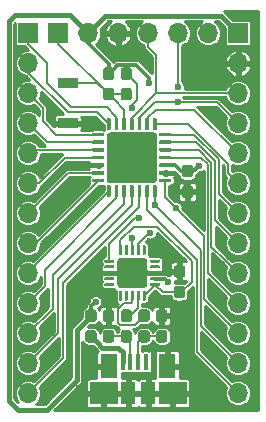
<source format=gbr>
G04 #@! TF.GenerationSoftware,KiCad,Pcbnew,5.0.1-33cea8e~68~ubuntu18.04.1*
G04 #@! TF.CreationDate,2018-10-26T18:50:41+11:00*
G04 #@! TF.ProjectId,PIC18F24K40,50494331384632344B34302E6B696361,rev?*
G04 #@! TF.SameCoordinates,Original*
G04 #@! TF.FileFunction,Copper,L1,Top,Signal*
G04 #@! TF.FilePolarity,Positive*
%FSLAX46Y46*%
G04 Gerber Fmt 4.6, Leading zero omitted, Abs format (unit mm)*
G04 Created by KiCad (PCBNEW 5.0.1-33cea8e~68~ubuntu18.04.1) date Fri 26 Oct 2018 18:50:41 AEDT*
%MOMM*%
%LPD*%
G01*
G04 APERTURE LIST*
G04 #@! TA.AperFunction,SMDPad,CuDef*
%ADD10R,1.700000X0.900000*%
G04 #@! TD*
G04 #@! TA.AperFunction,Conductor*
%ADD11C,0.100000*%
G04 #@! TD*
G04 #@! TA.AperFunction,SMDPad,CuDef*
%ADD12C,0.950000*%
G04 #@! TD*
G04 #@! TA.AperFunction,SMDPad,CuDef*
%ADD13R,0.450000X1.380000*%
G04 #@! TD*
G04 #@! TA.AperFunction,SMDPad,CuDef*
%ADD14R,1.475000X2.100000*%
G04 #@! TD*
G04 #@! TA.AperFunction,SMDPad,CuDef*
%ADD15R,2.375000X1.900000*%
G04 #@! TD*
G04 #@! TA.AperFunction,SMDPad,CuDef*
%ADD16R,1.175000X1.900000*%
G04 #@! TD*
G04 #@! TA.AperFunction,SMDPad,CuDef*
%ADD17C,2.500000*%
G04 #@! TD*
G04 #@! TA.AperFunction,SMDPad,CuDef*
%ADD18C,0.250000*%
G04 #@! TD*
G04 #@! TA.AperFunction,ComponentPad*
%ADD19O,1.700000X1.700000*%
G04 #@! TD*
G04 #@! TA.AperFunction,ComponentPad*
%ADD20R,1.700000X1.700000*%
G04 #@! TD*
G04 #@! TA.AperFunction,SMDPad,CuDef*
%ADD21C,0.300000*%
G04 #@! TD*
G04 #@! TA.AperFunction,SMDPad,CuDef*
%ADD22C,4.250000*%
G04 #@! TD*
G04 #@! TA.AperFunction,ViaPad*
%ADD23C,0.600000*%
G04 #@! TD*
G04 #@! TA.AperFunction,Conductor*
%ADD24C,0.300000*%
G04 #@! TD*
G04 #@! TA.AperFunction,Conductor*
%ADD25C,0.400000*%
G04 #@! TD*
G04 #@! TA.AperFunction,Conductor*
%ADD26C,0.150000*%
G04 #@! TD*
G04 #@! TA.AperFunction,Conductor*
%ADD27C,0.254000*%
G04 #@! TD*
G04 APERTURE END LIST*
D10*
G04 #@! TO.P,SW1,1*
G04 #@! TO.N,GND*
X110030000Y-83820000D03*
G04 #@! TO.P,SW1,2*
G04 #@! TO.N,/RE3*
X110030000Y-80420000D03*
G04 #@! TD*
D11*
G04 #@! TO.N,VCC*
G04 #@! TO.C,FB1*
G36*
X112260779Y-99601144D02*
X112283834Y-99604563D01*
X112306443Y-99610227D01*
X112328387Y-99618079D01*
X112349457Y-99628044D01*
X112369448Y-99640026D01*
X112388168Y-99653910D01*
X112405438Y-99669562D01*
X112421090Y-99686832D01*
X112434974Y-99705552D01*
X112446956Y-99725543D01*
X112456921Y-99746613D01*
X112464773Y-99768557D01*
X112470437Y-99791166D01*
X112473856Y-99814221D01*
X112475000Y-99837500D01*
X112475000Y-100412500D01*
X112473856Y-100435779D01*
X112470437Y-100458834D01*
X112464773Y-100481443D01*
X112456921Y-100503387D01*
X112446956Y-100524457D01*
X112434974Y-100544448D01*
X112421090Y-100563168D01*
X112405438Y-100580438D01*
X112388168Y-100596090D01*
X112369448Y-100609974D01*
X112349457Y-100621956D01*
X112328387Y-100631921D01*
X112306443Y-100639773D01*
X112283834Y-100645437D01*
X112260779Y-100648856D01*
X112237500Y-100650000D01*
X111762500Y-100650000D01*
X111739221Y-100648856D01*
X111716166Y-100645437D01*
X111693557Y-100639773D01*
X111671613Y-100631921D01*
X111650543Y-100621956D01*
X111630552Y-100609974D01*
X111611832Y-100596090D01*
X111594562Y-100580438D01*
X111578910Y-100563168D01*
X111565026Y-100544448D01*
X111553044Y-100524457D01*
X111543079Y-100503387D01*
X111535227Y-100481443D01*
X111529563Y-100458834D01*
X111526144Y-100435779D01*
X111525000Y-100412500D01*
X111525000Y-99837500D01*
X111526144Y-99814221D01*
X111529563Y-99791166D01*
X111535227Y-99768557D01*
X111543079Y-99746613D01*
X111553044Y-99725543D01*
X111565026Y-99705552D01*
X111578910Y-99686832D01*
X111594562Y-99669562D01*
X111611832Y-99653910D01*
X111630552Y-99640026D01*
X111650543Y-99628044D01*
X111671613Y-99618079D01*
X111693557Y-99610227D01*
X111716166Y-99604563D01*
X111739221Y-99601144D01*
X111762500Y-99600000D01*
X112237500Y-99600000D01*
X112260779Y-99601144D01*
X112260779Y-99601144D01*
G37*
D12*
G04 #@! TD*
G04 #@! TO.P,FB1,1*
G04 #@! TO.N,VCC*
X112000000Y-100125000D03*
D11*
G04 #@! TO.N,Net-(FB1-Pad2)*
G04 #@! TO.C,FB1*
G36*
X112260779Y-101351144D02*
X112283834Y-101354563D01*
X112306443Y-101360227D01*
X112328387Y-101368079D01*
X112349457Y-101378044D01*
X112369448Y-101390026D01*
X112388168Y-101403910D01*
X112405438Y-101419562D01*
X112421090Y-101436832D01*
X112434974Y-101455552D01*
X112446956Y-101475543D01*
X112456921Y-101496613D01*
X112464773Y-101518557D01*
X112470437Y-101541166D01*
X112473856Y-101564221D01*
X112475000Y-101587500D01*
X112475000Y-102162500D01*
X112473856Y-102185779D01*
X112470437Y-102208834D01*
X112464773Y-102231443D01*
X112456921Y-102253387D01*
X112446956Y-102274457D01*
X112434974Y-102294448D01*
X112421090Y-102313168D01*
X112405438Y-102330438D01*
X112388168Y-102346090D01*
X112369448Y-102359974D01*
X112349457Y-102371956D01*
X112328387Y-102381921D01*
X112306443Y-102389773D01*
X112283834Y-102395437D01*
X112260779Y-102398856D01*
X112237500Y-102400000D01*
X111762500Y-102400000D01*
X111739221Y-102398856D01*
X111716166Y-102395437D01*
X111693557Y-102389773D01*
X111671613Y-102381921D01*
X111650543Y-102371956D01*
X111630552Y-102359974D01*
X111611832Y-102346090D01*
X111594562Y-102330438D01*
X111578910Y-102313168D01*
X111565026Y-102294448D01*
X111553044Y-102274457D01*
X111543079Y-102253387D01*
X111535227Y-102231443D01*
X111529563Y-102208834D01*
X111526144Y-102185779D01*
X111525000Y-102162500D01*
X111525000Y-101587500D01*
X111526144Y-101564221D01*
X111529563Y-101541166D01*
X111535227Y-101518557D01*
X111543079Y-101496613D01*
X111553044Y-101475543D01*
X111565026Y-101455552D01*
X111578910Y-101436832D01*
X111594562Y-101419562D01*
X111611832Y-101403910D01*
X111630552Y-101390026D01*
X111650543Y-101378044D01*
X111671613Y-101368079D01*
X111693557Y-101360227D01*
X111716166Y-101354563D01*
X111739221Y-101351144D01*
X111762500Y-101350000D01*
X112237500Y-101350000D01*
X112260779Y-101351144D01*
X112260779Y-101351144D01*
G37*
D12*
G04 #@! TD*
G04 #@! TO.P,FB1,2*
G04 #@! TO.N,Net-(FB1-Pad2)*
X112000000Y-101875000D03*
D11*
G04 #@! TO.N,Net-(C5-Pad2)*
G04 #@! TO.C,C5*
G36*
X115260779Y-79101144D02*
X115283834Y-79104563D01*
X115306443Y-79110227D01*
X115328387Y-79118079D01*
X115349457Y-79128044D01*
X115369448Y-79140026D01*
X115388168Y-79153910D01*
X115405438Y-79169562D01*
X115421090Y-79186832D01*
X115434974Y-79205552D01*
X115446956Y-79225543D01*
X115456921Y-79246613D01*
X115464773Y-79268557D01*
X115470437Y-79291166D01*
X115473856Y-79314221D01*
X115475000Y-79337500D01*
X115475000Y-79912500D01*
X115473856Y-79935779D01*
X115470437Y-79958834D01*
X115464773Y-79981443D01*
X115456921Y-80003387D01*
X115446956Y-80024457D01*
X115434974Y-80044448D01*
X115421090Y-80063168D01*
X115405438Y-80080438D01*
X115388168Y-80096090D01*
X115369448Y-80109974D01*
X115349457Y-80121956D01*
X115328387Y-80131921D01*
X115306443Y-80139773D01*
X115283834Y-80145437D01*
X115260779Y-80148856D01*
X115237500Y-80150000D01*
X114762500Y-80150000D01*
X114739221Y-80148856D01*
X114716166Y-80145437D01*
X114693557Y-80139773D01*
X114671613Y-80131921D01*
X114650543Y-80121956D01*
X114630552Y-80109974D01*
X114611832Y-80096090D01*
X114594562Y-80080438D01*
X114578910Y-80063168D01*
X114565026Y-80044448D01*
X114553044Y-80024457D01*
X114543079Y-80003387D01*
X114535227Y-79981443D01*
X114529563Y-79958834D01*
X114526144Y-79935779D01*
X114525000Y-79912500D01*
X114525000Y-79337500D01*
X114526144Y-79314221D01*
X114529563Y-79291166D01*
X114535227Y-79268557D01*
X114543079Y-79246613D01*
X114553044Y-79225543D01*
X114565026Y-79205552D01*
X114578910Y-79186832D01*
X114594562Y-79169562D01*
X114611832Y-79153910D01*
X114630552Y-79140026D01*
X114650543Y-79128044D01*
X114671613Y-79118079D01*
X114693557Y-79110227D01*
X114716166Y-79104563D01*
X114739221Y-79101144D01*
X114762500Y-79100000D01*
X115237500Y-79100000D01*
X115260779Y-79101144D01*
X115260779Y-79101144D01*
G37*
D12*
G04 #@! TD*
G04 #@! TO.P,C5,2*
G04 #@! TO.N,Net-(C5-Pad2)*
X115000000Y-79625000D03*
D11*
G04 #@! TO.N,/RE3*
G04 #@! TO.C,C5*
G36*
X115260779Y-80851144D02*
X115283834Y-80854563D01*
X115306443Y-80860227D01*
X115328387Y-80868079D01*
X115349457Y-80878044D01*
X115369448Y-80890026D01*
X115388168Y-80903910D01*
X115405438Y-80919562D01*
X115421090Y-80936832D01*
X115434974Y-80955552D01*
X115446956Y-80975543D01*
X115456921Y-80996613D01*
X115464773Y-81018557D01*
X115470437Y-81041166D01*
X115473856Y-81064221D01*
X115475000Y-81087500D01*
X115475000Y-81662500D01*
X115473856Y-81685779D01*
X115470437Y-81708834D01*
X115464773Y-81731443D01*
X115456921Y-81753387D01*
X115446956Y-81774457D01*
X115434974Y-81794448D01*
X115421090Y-81813168D01*
X115405438Y-81830438D01*
X115388168Y-81846090D01*
X115369448Y-81859974D01*
X115349457Y-81871956D01*
X115328387Y-81881921D01*
X115306443Y-81889773D01*
X115283834Y-81895437D01*
X115260779Y-81898856D01*
X115237500Y-81900000D01*
X114762500Y-81900000D01*
X114739221Y-81898856D01*
X114716166Y-81895437D01*
X114693557Y-81889773D01*
X114671613Y-81881921D01*
X114650543Y-81871956D01*
X114630552Y-81859974D01*
X114611832Y-81846090D01*
X114594562Y-81830438D01*
X114578910Y-81813168D01*
X114565026Y-81794448D01*
X114553044Y-81774457D01*
X114543079Y-81753387D01*
X114535227Y-81731443D01*
X114529563Y-81708834D01*
X114526144Y-81685779D01*
X114525000Y-81662500D01*
X114525000Y-81087500D01*
X114526144Y-81064221D01*
X114529563Y-81041166D01*
X114535227Y-81018557D01*
X114543079Y-80996613D01*
X114553044Y-80975543D01*
X114565026Y-80955552D01*
X114578910Y-80936832D01*
X114594562Y-80919562D01*
X114611832Y-80903910D01*
X114630552Y-80890026D01*
X114650543Y-80878044D01*
X114671613Y-80868079D01*
X114693557Y-80860227D01*
X114716166Y-80854563D01*
X114739221Y-80851144D01*
X114762500Y-80850000D01*
X115237500Y-80850000D01*
X115260779Y-80851144D01*
X115260779Y-80851144D01*
G37*
D12*
G04 #@! TD*
G04 #@! TO.P,C5,1*
G04 #@! TO.N,/RE3*
X115000000Y-81375000D03*
D11*
G04 #@! TO.N,Net-(C4-Pad1)*
G04 #@! TO.C,C4*
G36*
X119760779Y-97601144D02*
X119783834Y-97604563D01*
X119806443Y-97610227D01*
X119828387Y-97618079D01*
X119849457Y-97628044D01*
X119869448Y-97640026D01*
X119888168Y-97653910D01*
X119905438Y-97669562D01*
X119921090Y-97686832D01*
X119934974Y-97705552D01*
X119946956Y-97725543D01*
X119956921Y-97746613D01*
X119964773Y-97768557D01*
X119970437Y-97791166D01*
X119973856Y-97814221D01*
X119975000Y-97837500D01*
X119975000Y-98412500D01*
X119973856Y-98435779D01*
X119970437Y-98458834D01*
X119964773Y-98481443D01*
X119956921Y-98503387D01*
X119946956Y-98524457D01*
X119934974Y-98544448D01*
X119921090Y-98563168D01*
X119905438Y-98580438D01*
X119888168Y-98596090D01*
X119869448Y-98609974D01*
X119849457Y-98621956D01*
X119828387Y-98631921D01*
X119806443Y-98639773D01*
X119783834Y-98645437D01*
X119760779Y-98648856D01*
X119737500Y-98650000D01*
X119262500Y-98650000D01*
X119239221Y-98648856D01*
X119216166Y-98645437D01*
X119193557Y-98639773D01*
X119171613Y-98631921D01*
X119150543Y-98621956D01*
X119130552Y-98609974D01*
X119111832Y-98596090D01*
X119094562Y-98580438D01*
X119078910Y-98563168D01*
X119065026Y-98544448D01*
X119053044Y-98524457D01*
X119043079Y-98503387D01*
X119035227Y-98481443D01*
X119029563Y-98458834D01*
X119026144Y-98435779D01*
X119025000Y-98412500D01*
X119025000Y-97837500D01*
X119026144Y-97814221D01*
X119029563Y-97791166D01*
X119035227Y-97768557D01*
X119043079Y-97746613D01*
X119053044Y-97725543D01*
X119065026Y-97705552D01*
X119078910Y-97686832D01*
X119094562Y-97669562D01*
X119111832Y-97653910D01*
X119130552Y-97640026D01*
X119150543Y-97628044D01*
X119171613Y-97618079D01*
X119193557Y-97610227D01*
X119216166Y-97604563D01*
X119239221Y-97601144D01*
X119262500Y-97600000D01*
X119737500Y-97600000D01*
X119760779Y-97601144D01*
X119760779Y-97601144D01*
G37*
D12*
G04 #@! TD*
G04 #@! TO.P,C4,1*
G04 #@! TO.N,Net-(C4-Pad1)*
X119500000Y-98125000D03*
D11*
G04 #@! TO.N,GND*
G04 #@! TO.C,C4*
G36*
X119760779Y-95851144D02*
X119783834Y-95854563D01*
X119806443Y-95860227D01*
X119828387Y-95868079D01*
X119849457Y-95878044D01*
X119869448Y-95890026D01*
X119888168Y-95903910D01*
X119905438Y-95919562D01*
X119921090Y-95936832D01*
X119934974Y-95955552D01*
X119946956Y-95975543D01*
X119956921Y-95996613D01*
X119964773Y-96018557D01*
X119970437Y-96041166D01*
X119973856Y-96064221D01*
X119975000Y-96087500D01*
X119975000Y-96662500D01*
X119973856Y-96685779D01*
X119970437Y-96708834D01*
X119964773Y-96731443D01*
X119956921Y-96753387D01*
X119946956Y-96774457D01*
X119934974Y-96794448D01*
X119921090Y-96813168D01*
X119905438Y-96830438D01*
X119888168Y-96846090D01*
X119869448Y-96859974D01*
X119849457Y-96871956D01*
X119828387Y-96881921D01*
X119806443Y-96889773D01*
X119783834Y-96895437D01*
X119760779Y-96898856D01*
X119737500Y-96900000D01*
X119262500Y-96900000D01*
X119239221Y-96898856D01*
X119216166Y-96895437D01*
X119193557Y-96889773D01*
X119171613Y-96881921D01*
X119150543Y-96871956D01*
X119130552Y-96859974D01*
X119111832Y-96846090D01*
X119094562Y-96830438D01*
X119078910Y-96813168D01*
X119065026Y-96794448D01*
X119053044Y-96774457D01*
X119043079Y-96753387D01*
X119035227Y-96731443D01*
X119029563Y-96708834D01*
X119026144Y-96685779D01*
X119025000Y-96662500D01*
X119025000Y-96087500D01*
X119026144Y-96064221D01*
X119029563Y-96041166D01*
X119035227Y-96018557D01*
X119043079Y-95996613D01*
X119053044Y-95975543D01*
X119065026Y-95955552D01*
X119078910Y-95936832D01*
X119094562Y-95919562D01*
X119111832Y-95903910D01*
X119130552Y-95890026D01*
X119150543Y-95878044D01*
X119171613Y-95868079D01*
X119193557Y-95860227D01*
X119216166Y-95854563D01*
X119239221Y-95851144D01*
X119262500Y-95850000D01*
X119737500Y-95850000D01*
X119760779Y-95851144D01*
X119760779Y-95851144D01*
G37*
D12*
G04 #@! TD*
G04 #@! TO.P,C4,2*
G04 #@! TO.N,GND*
X119500000Y-96375000D03*
D11*
G04 #@! TO.N,GND*
G04 #@! TO.C,C3*
G36*
X118260779Y-99601144D02*
X118283834Y-99604563D01*
X118306443Y-99610227D01*
X118328387Y-99618079D01*
X118349457Y-99628044D01*
X118369448Y-99640026D01*
X118388168Y-99653910D01*
X118405438Y-99669562D01*
X118421090Y-99686832D01*
X118434974Y-99705552D01*
X118446956Y-99725543D01*
X118456921Y-99746613D01*
X118464773Y-99768557D01*
X118470437Y-99791166D01*
X118473856Y-99814221D01*
X118475000Y-99837500D01*
X118475000Y-100412500D01*
X118473856Y-100435779D01*
X118470437Y-100458834D01*
X118464773Y-100481443D01*
X118456921Y-100503387D01*
X118446956Y-100524457D01*
X118434974Y-100544448D01*
X118421090Y-100563168D01*
X118405438Y-100580438D01*
X118388168Y-100596090D01*
X118369448Y-100609974D01*
X118349457Y-100621956D01*
X118328387Y-100631921D01*
X118306443Y-100639773D01*
X118283834Y-100645437D01*
X118260779Y-100648856D01*
X118237500Y-100650000D01*
X117762500Y-100650000D01*
X117739221Y-100648856D01*
X117716166Y-100645437D01*
X117693557Y-100639773D01*
X117671613Y-100631921D01*
X117650543Y-100621956D01*
X117630552Y-100609974D01*
X117611832Y-100596090D01*
X117594562Y-100580438D01*
X117578910Y-100563168D01*
X117565026Y-100544448D01*
X117553044Y-100524457D01*
X117543079Y-100503387D01*
X117535227Y-100481443D01*
X117529563Y-100458834D01*
X117526144Y-100435779D01*
X117525000Y-100412500D01*
X117525000Y-99837500D01*
X117526144Y-99814221D01*
X117529563Y-99791166D01*
X117535227Y-99768557D01*
X117543079Y-99746613D01*
X117553044Y-99725543D01*
X117565026Y-99705552D01*
X117578910Y-99686832D01*
X117594562Y-99669562D01*
X117611832Y-99653910D01*
X117630552Y-99640026D01*
X117650543Y-99628044D01*
X117671613Y-99618079D01*
X117693557Y-99610227D01*
X117716166Y-99604563D01*
X117739221Y-99601144D01*
X117762500Y-99600000D01*
X118237500Y-99600000D01*
X118260779Y-99601144D01*
X118260779Y-99601144D01*
G37*
D12*
G04 #@! TD*
G04 #@! TO.P,C3,2*
G04 #@! TO.N,GND*
X118000000Y-100125000D03*
D11*
G04 #@! TO.N,Net-(C3-Pad1)*
G04 #@! TO.C,C3*
G36*
X118260779Y-101351144D02*
X118283834Y-101354563D01*
X118306443Y-101360227D01*
X118328387Y-101368079D01*
X118349457Y-101378044D01*
X118369448Y-101390026D01*
X118388168Y-101403910D01*
X118405438Y-101419562D01*
X118421090Y-101436832D01*
X118434974Y-101455552D01*
X118446956Y-101475543D01*
X118456921Y-101496613D01*
X118464773Y-101518557D01*
X118470437Y-101541166D01*
X118473856Y-101564221D01*
X118475000Y-101587500D01*
X118475000Y-102162500D01*
X118473856Y-102185779D01*
X118470437Y-102208834D01*
X118464773Y-102231443D01*
X118456921Y-102253387D01*
X118446956Y-102274457D01*
X118434974Y-102294448D01*
X118421090Y-102313168D01*
X118405438Y-102330438D01*
X118388168Y-102346090D01*
X118369448Y-102359974D01*
X118349457Y-102371956D01*
X118328387Y-102381921D01*
X118306443Y-102389773D01*
X118283834Y-102395437D01*
X118260779Y-102398856D01*
X118237500Y-102400000D01*
X117762500Y-102400000D01*
X117739221Y-102398856D01*
X117716166Y-102395437D01*
X117693557Y-102389773D01*
X117671613Y-102381921D01*
X117650543Y-102371956D01*
X117630552Y-102359974D01*
X117611832Y-102346090D01*
X117594562Y-102330438D01*
X117578910Y-102313168D01*
X117565026Y-102294448D01*
X117553044Y-102274457D01*
X117543079Y-102253387D01*
X117535227Y-102231443D01*
X117529563Y-102208834D01*
X117526144Y-102185779D01*
X117525000Y-102162500D01*
X117525000Y-101587500D01*
X117526144Y-101564221D01*
X117529563Y-101541166D01*
X117535227Y-101518557D01*
X117543079Y-101496613D01*
X117553044Y-101475543D01*
X117565026Y-101455552D01*
X117578910Y-101436832D01*
X117594562Y-101419562D01*
X117611832Y-101403910D01*
X117630552Y-101390026D01*
X117650543Y-101378044D01*
X117671613Y-101368079D01*
X117693557Y-101360227D01*
X117716166Y-101354563D01*
X117739221Y-101351144D01*
X117762500Y-101350000D01*
X118237500Y-101350000D01*
X118260779Y-101351144D01*
X118260779Y-101351144D01*
G37*
D12*
G04 #@! TD*
G04 #@! TO.P,C3,1*
G04 #@! TO.N,Net-(C3-Pad1)*
X118000000Y-101875000D03*
D11*
G04 #@! TO.N,Net-(C2-Pad1)*
G04 #@! TO.C,C2*
G36*
X113760779Y-101351144D02*
X113783834Y-101354563D01*
X113806443Y-101360227D01*
X113828387Y-101368079D01*
X113849457Y-101378044D01*
X113869448Y-101390026D01*
X113888168Y-101403910D01*
X113905438Y-101419562D01*
X113921090Y-101436832D01*
X113934974Y-101455552D01*
X113946956Y-101475543D01*
X113956921Y-101496613D01*
X113964773Y-101518557D01*
X113970437Y-101541166D01*
X113973856Y-101564221D01*
X113975000Y-101587500D01*
X113975000Y-102162500D01*
X113973856Y-102185779D01*
X113970437Y-102208834D01*
X113964773Y-102231443D01*
X113956921Y-102253387D01*
X113946956Y-102274457D01*
X113934974Y-102294448D01*
X113921090Y-102313168D01*
X113905438Y-102330438D01*
X113888168Y-102346090D01*
X113869448Y-102359974D01*
X113849457Y-102371956D01*
X113828387Y-102381921D01*
X113806443Y-102389773D01*
X113783834Y-102395437D01*
X113760779Y-102398856D01*
X113737500Y-102400000D01*
X113262500Y-102400000D01*
X113239221Y-102398856D01*
X113216166Y-102395437D01*
X113193557Y-102389773D01*
X113171613Y-102381921D01*
X113150543Y-102371956D01*
X113130552Y-102359974D01*
X113111832Y-102346090D01*
X113094562Y-102330438D01*
X113078910Y-102313168D01*
X113065026Y-102294448D01*
X113053044Y-102274457D01*
X113043079Y-102253387D01*
X113035227Y-102231443D01*
X113029563Y-102208834D01*
X113026144Y-102185779D01*
X113025000Y-102162500D01*
X113025000Y-101587500D01*
X113026144Y-101564221D01*
X113029563Y-101541166D01*
X113035227Y-101518557D01*
X113043079Y-101496613D01*
X113053044Y-101475543D01*
X113065026Y-101455552D01*
X113078910Y-101436832D01*
X113094562Y-101419562D01*
X113111832Y-101403910D01*
X113130552Y-101390026D01*
X113150543Y-101378044D01*
X113171613Y-101368079D01*
X113193557Y-101360227D01*
X113216166Y-101354563D01*
X113239221Y-101351144D01*
X113262500Y-101350000D01*
X113737500Y-101350000D01*
X113760779Y-101351144D01*
X113760779Y-101351144D01*
G37*
D12*
G04 #@! TD*
G04 #@! TO.P,C2,1*
G04 #@! TO.N,Net-(C2-Pad1)*
X113500000Y-101875000D03*
D11*
G04 #@! TO.N,GND*
G04 #@! TO.C,C2*
G36*
X113760779Y-99601144D02*
X113783834Y-99604563D01*
X113806443Y-99610227D01*
X113828387Y-99618079D01*
X113849457Y-99628044D01*
X113869448Y-99640026D01*
X113888168Y-99653910D01*
X113905438Y-99669562D01*
X113921090Y-99686832D01*
X113934974Y-99705552D01*
X113946956Y-99725543D01*
X113956921Y-99746613D01*
X113964773Y-99768557D01*
X113970437Y-99791166D01*
X113973856Y-99814221D01*
X113975000Y-99837500D01*
X113975000Y-100412500D01*
X113973856Y-100435779D01*
X113970437Y-100458834D01*
X113964773Y-100481443D01*
X113956921Y-100503387D01*
X113946956Y-100524457D01*
X113934974Y-100544448D01*
X113921090Y-100563168D01*
X113905438Y-100580438D01*
X113888168Y-100596090D01*
X113869448Y-100609974D01*
X113849457Y-100621956D01*
X113828387Y-100631921D01*
X113806443Y-100639773D01*
X113783834Y-100645437D01*
X113760779Y-100648856D01*
X113737500Y-100650000D01*
X113262500Y-100650000D01*
X113239221Y-100648856D01*
X113216166Y-100645437D01*
X113193557Y-100639773D01*
X113171613Y-100631921D01*
X113150543Y-100621956D01*
X113130552Y-100609974D01*
X113111832Y-100596090D01*
X113094562Y-100580438D01*
X113078910Y-100563168D01*
X113065026Y-100544448D01*
X113053044Y-100524457D01*
X113043079Y-100503387D01*
X113035227Y-100481443D01*
X113029563Y-100458834D01*
X113026144Y-100435779D01*
X113025000Y-100412500D01*
X113025000Y-99837500D01*
X113026144Y-99814221D01*
X113029563Y-99791166D01*
X113035227Y-99768557D01*
X113043079Y-99746613D01*
X113053044Y-99725543D01*
X113065026Y-99705552D01*
X113078910Y-99686832D01*
X113094562Y-99669562D01*
X113111832Y-99653910D01*
X113130552Y-99640026D01*
X113150543Y-99628044D01*
X113171613Y-99618079D01*
X113193557Y-99610227D01*
X113216166Y-99604563D01*
X113239221Y-99601144D01*
X113262500Y-99600000D01*
X113737500Y-99600000D01*
X113760779Y-99601144D01*
X113760779Y-99601144D01*
G37*
D12*
G04 #@! TD*
G04 #@! TO.P,C2,2*
G04 #@! TO.N,GND*
X113500000Y-100125000D03*
D11*
G04 #@! TO.N,VCC*
G04 #@! TO.C,R3*
G36*
X113760779Y-79101144D02*
X113783834Y-79104563D01*
X113806443Y-79110227D01*
X113828387Y-79118079D01*
X113849457Y-79128044D01*
X113869448Y-79140026D01*
X113888168Y-79153910D01*
X113905438Y-79169562D01*
X113921090Y-79186832D01*
X113934974Y-79205552D01*
X113946956Y-79225543D01*
X113956921Y-79246613D01*
X113964773Y-79268557D01*
X113970437Y-79291166D01*
X113973856Y-79314221D01*
X113975000Y-79337500D01*
X113975000Y-79912500D01*
X113973856Y-79935779D01*
X113970437Y-79958834D01*
X113964773Y-79981443D01*
X113956921Y-80003387D01*
X113946956Y-80024457D01*
X113934974Y-80044448D01*
X113921090Y-80063168D01*
X113905438Y-80080438D01*
X113888168Y-80096090D01*
X113869448Y-80109974D01*
X113849457Y-80121956D01*
X113828387Y-80131921D01*
X113806443Y-80139773D01*
X113783834Y-80145437D01*
X113760779Y-80148856D01*
X113737500Y-80150000D01*
X113262500Y-80150000D01*
X113239221Y-80148856D01*
X113216166Y-80145437D01*
X113193557Y-80139773D01*
X113171613Y-80131921D01*
X113150543Y-80121956D01*
X113130552Y-80109974D01*
X113111832Y-80096090D01*
X113094562Y-80080438D01*
X113078910Y-80063168D01*
X113065026Y-80044448D01*
X113053044Y-80024457D01*
X113043079Y-80003387D01*
X113035227Y-79981443D01*
X113029563Y-79958834D01*
X113026144Y-79935779D01*
X113025000Y-79912500D01*
X113025000Y-79337500D01*
X113026144Y-79314221D01*
X113029563Y-79291166D01*
X113035227Y-79268557D01*
X113043079Y-79246613D01*
X113053044Y-79225543D01*
X113065026Y-79205552D01*
X113078910Y-79186832D01*
X113094562Y-79169562D01*
X113111832Y-79153910D01*
X113130552Y-79140026D01*
X113150543Y-79128044D01*
X113171613Y-79118079D01*
X113193557Y-79110227D01*
X113216166Y-79104563D01*
X113239221Y-79101144D01*
X113262500Y-79100000D01*
X113737500Y-79100000D01*
X113760779Y-79101144D01*
X113760779Y-79101144D01*
G37*
D12*
G04 #@! TD*
G04 #@! TO.P,R3,1*
G04 #@! TO.N,VCC*
X113500000Y-79625000D03*
D11*
G04 #@! TO.N,/RE3*
G04 #@! TO.C,R3*
G36*
X113760779Y-80851144D02*
X113783834Y-80854563D01*
X113806443Y-80860227D01*
X113828387Y-80868079D01*
X113849457Y-80878044D01*
X113869448Y-80890026D01*
X113888168Y-80903910D01*
X113905438Y-80919562D01*
X113921090Y-80936832D01*
X113934974Y-80955552D01*
X113946956Y-80975543D01*
X113956921Y-80996613D01*
X113964773Y-81018557D01*
X113970437Y-81041166D01*
X113973856Y-81064221D01*
X113975000Y-81087500D01*
X113975000Y-81662500D01*
X113973856Y-81685779D01*
X113970437Y-81708834D01*
X113964773Y-81731443D01*
X113956921Y-81753387D01*
X113946956Y-81774457D01*
X113934974Y-81794448D01*
X113921090Y-81813168D01*
X113905438Y-81830438D01*
X113888168Y-81846090D01*
X113869448Y-81859974D01*
X113849457Y-81871956D01*
X113828387Y-81881921D01*
X113806443Y-81889773D01*
X113783834Y-81895437D01*
X113760779Y-81898856D01*
X113737500Y-81900000D01*
X113262500Y-81900000D01*
X113239221Y-81898856D01*
X113216166Y-81895437D01*
X113193557Y-81889773D01*
X113171613Y-81881921D01*
X113150543Y-81871956D01*
X113130552Y-81859974D01*
X113111832Y-81846090D01*
X113094562Y-81830438D01*
X113078910Y-81813168D01*
X113065026Y-81794448D01*
X113053044Y-81774457D01*
X113043079Y-81753387D01*
X113035227Y-81731443D01*
X113029563Y-81708834D01*
X113026144Y-81685779D01*
X113025000Y-81662500D01*
X113025000Y-81087500D01*
X113026144Y-81064221D01*
X113029563Y-81041166D01*
X113035227Y-81018557D01*
X113043079Y-80996613D01*
X113053044Y-80975543D01*
X113065026Y-80955552D01*
X113078910Y-80936832D01*
X113094562Y-80919562D01*
X113111832Y-80903910D01*
X113130552Y-80890026D01*
X113150543Y-80878044D01*
X113171613Y-80868079D01*
X113193557Y-80860227D01*
X113216166Y-80854563D01*
X113239221Y-80851144D01*
X113262500Y-80850000D01*
X113737500Y-80850000D01*
X113760779Y-80851144D01*
X113760779Y-80851144D01*
G37*
D12*
G04 #@! TD*
G04 #@! TO.P,R3,2*
G04 #@! TO.N,/RE3*
X113500000Y-81375000D03*
D11*
G04 #@! TO.N,Net-(C3-Pad1)*
G04 #@! TO.C,R2*
G36*
X116760779Y-101351144D02*
X116783834Y-101354563D01*
X116806443Y-101360227D01*
X116828387Y-101368079D01*
X116849457Y-101378044D01*
X116869448Y-101390026D01*
X116888168Y-101403910D01*
X116905438Y-101419562D01*
X116921090Y-101436832D01*
X116934974Y-101455552D01*
X116946956Y-101475543D01*
X116956921Y-101496613D01*
X116964773Y-101518557D01*
X116970437Y-101541166D01*
X116973856Y-101564221D01*
X116975000Y-101587500D01*
X116975000Y-102162500D01*
X116973856Y-102185779D01*
X116970437Y-102208834D01*
X116964773Y-102231443D01*
X116956921Y-102253387D01*
X116946956Y-102274457D01*
X116934974Y-102294448D01*
X116921090Y-102313168D01*
X116905438Y-102330438D01*
X116888168Y-102346090D01*
X116869448Y-102359974D01*
X116849457Y-102371956D01*
X116828387Y-102381921D01*
X116806443Y-102389773D01*
X116783834Y-102395437D01*
X116760779Y-102398856D01*
X116737500Y-102400000D01*
X116262500Y-102400000D01*
X116239221Y-102398856D01*
X116216166Y-102395437D01*
X116193557Y-102389773D01*
X116171613Y-102381921D01*
X116150543Y-102371956D01*
X116130552Y-102359974D01*
X116111832Y-102346090D01*
X116094562Y-102330438D01*
X116078910Y-102313168D01*
X116065026Y-102294448D01*
X116053044Y-102274457D01*
X116043079Y-102253387D01*
X116035227Y-102231443D01*
X116029563Y-102208834D01*
X116026144Y-102185779D01*
X116025000Y-102162500D01*
X116025000Y-101587500D01*
X116026144Y-101564221D01*
X116029563Y-101541166D01*
X116035227Y-101518557D01*
X116043079Y-101496613D01*
X116053044Y-101475543D01*
X116065026Y-101455552D01*
X116078910Y-101436832D01*
X116094562Y-101419562D01*
X116111832Y-101403910D01*
X116130552Y-101390026D01*
X116150543Y-101378044D01*
X116171613Y-101368079D01*
X116193557Y-101360227D01*
X116216166Y-101354563D01*
X116239221Y-101351144D01*
X116262500Y-101350000D01*
X116737500Y-101350000D01*
X116760779Y-101351144D01*
X116760779Y-101351144D01*
G37*
D12*
G04 #@! TD*
G04 #@! TO.P,R2,2*
G04 #@! TO.N,Net-(C3-Pad1)*
X116500000Y-101875000D03*
D11*
G04 #@! TO.N,Net-(R2-Pad1)*
G04 #@! TO.C,R2*
G36*
X116760779Y-99601144D02*
X116783834Y-99604563D01*
X116806443Y-99610227D01*
X116828387Y-99618079D01*
X116849457Y-99628044D01*
X116869448Y-99640026D01*
X116888168Y-99653910D01*
X116905438Y-99669562D01*
X116921090Y-99686832D01*
X116934974Y-99705552D01*
X116946956Y-99725543D01*
X116956921Y-99746613D01*
X116964773Y-99768557D01*
X116970437Y-99791166D01*
X116973856Y-99814221D01*
X116975000Y-99837500D01*
X116975000Y-100412500D01*
X116973856Y-100435779D01*
X116970437Y-100458834D01*
X116964773Y-100481443D01*
X116956921Y-100503387D01*
X116946956Y-100524457D01*
X116934974Y-100544448D01*
X116921090Y-100563168D01*
X116905438Y-100580438D01*
X116888168Y-100596090D01*
X116869448Y-100609974D01*
X116849457Y-100621956D01*
X116828387Y-100631921D01*
X116806443Y-100639773D01*
X116783834Y-100645437D01*
X116760779Y-100648856D01*
X116737500Y-100650000D01*
X116262500Y-100650000D01*
X116239221Y-100648856D01*
X116216166Y-100645437D01*
X116193557Y-100639773D01*
X116171613Y-100631921D01*
X116150543Y-100621956D01*
X116130552Y-100609974D01*
X116111832Y-100596090D01*
X116094562Y-100580438D01*
X116078910Y-100563168D01*
X116065026Y-100544448D01*
X116053044Y-100524457D01*
X116043079Y-100503387D01*
X116035227Y-100481443D01*
X116029563Y-100458834D01*
X116026144Y-100435779D01*
X116025000Y-100412500D01*
X116025000Y-99837500D01*
X116026144Y-99814221D01*
X116029563Y-99791166D01*
X116035227Y-99768557D01*
X116043079Y-99746613D01*
X116053044Y-99725543D01*
X116065026Y-99705552D01*
X116078910Y-99686832D01*
X116094562Y-99669562D01*
X116111832Y-99653910D01*
X116130552Y-99640026D01*
X116150543Y-99628044D01*
X116171613Y-99618079D01*
X116193557Y-99610227D01*
X116216166Y-99604563D01*
X116239221Y-99601144D01*
X116262500Y-99600000D01*
X116737500Y-99600000D01*
X116760779Y-99601144D01*
X116760779Y-99601144D01*
G37*
D12*
G04 #@! TD*
G04 #@! TO.P,R2,1*
G04 #@! TO.N,Net-(R2-Pad1)*
X116500000Y-100125000D03*
D11*
G04 #@! TO.N,Net-(R1-Pad1)*
G04 #@! TO.C,R1*
G36*
X115260779Y-99601144D02*
X115283834Y-99604563D01*
X115306443Y-99610227D01*
X115328387Y-99618079D01*
X115349457Y-99628044D01*
X115369448Y-99640026D01*
X115388168Y-99653910D01*
X115405438Y-99669562D01*
X115421090Y-99686832D01*
X115434974Y-99705552D01*
X115446956Y-99725543D01*
X115456921Y-99746613D01*
X115464773Y-99768557D01*
X115470437Y-99791166D01*
X115473856Y-99814221D01*
X115475000Y-99837500D01*
X115475000Y-100412500D01*
X115473856Y-100435779D01*
X115470437Y-100458834D01*
X115464773Y-100481443D01*
X115456921Y-100503387D01*
X115446956Y-100524457D01*
X115434974Y-100544448D01*
X115421090Y-100563168D01*
X115405438Y-100580438D01*
X115388168Y-100596090D01*
X115369448Y-100609974D01*
X115349457Y-100621956D01*
X115328387Y-100631921D01*
X115306443Y-100639773D01*
X115283834Y-100645437D01*
X115260779Y-100648856D01*
X115237500Y-100650000D01*
X114762500Y-100650000D01*
X114739221Y-100648856D01*
X114716166Y-100645437D01*
X114693557Y-100639773D01*
X114671613Y-100631921D01*
X114650543Y-100621956D01*
X114630552Y-100609974D01*
X114611832Y-100596090D01*
X114594562Y-100580438D01*
X114578910Y-100563168D01*
X114565026Y-100544448D01*
X114553044Y-100524457D01*
X114543079Y-100503387D01*
X114535227Y-100481443D01*
X114529563Y-100458834D01*
X114526144Y-100435779D01*
X114525000Y-100412500D01*
X114525000Y-99837500D01*
X114526144Y-99814221D01*
X114529563Y-99791166D01*
X114535227Y-99768557D01*
X114543079Y-99746613D01*
X114553044Y-99725543D01*
X114565026Y-99705552D01*
X114578910Y-99686832D01*
X114594562Y-99669562D01*
X114611832Y-99653910D01*
X114630552Y-99640026D01*
X114650543Y-99628044D01*
X114671613Y-99618079D01*
X114693557Y-99610227D01*
X114716166Y-99604563D01*
X114739221Y-99601144D01*
X114762500Y-99600000D01*
X115237500Y-99600000D01*
X115260779Y-99601144D01*
X115260779Y-99601144D01*
G37*
D12*
G04 #@! TD*
G04 #@! TO.P,R1,1*
G04 #@! TO.N,Net-(R1-Pad1)*
X115000000Y-100125000D03*
D11*
G04 #@! TO.N,Net-(C2-Pad1)*
G04 #@! TO.C,R1*
G36*
X115260779Y-101351144D02*
X115283834Y-101354563D01*
X115306443Y-101360227D01*
X115328387Y-101368079D01*
X115349457Y-101378044D01*
X115369448Y-101390026D01*
X115388168Y-101403910D01*
X115405438Y-101419562D01*
X115421090Y-101436832D01*
X115434974Y-101455552D01*
X115446956Y-101475543D01*
X115456921Y-101496613D01*
X115464773Y-101518557D01*
X115470437Y-101541166D01*
X115473856Y-101564221D01*
X115475000Y-101587500D01*
X115475000Y-102162500D01*
X115473856Y-102185779D01*
X115470437Y-102208834D01*
X115464773Y-102231443D01*
X115456921Y-102253387D01*
X115446956Y-102274457D01*
X115434974Y-102294448D01*
X115421090Y-102313168D01*
X115405438Y-102330438D01*
X115388168Y-102346090D01*
X115369448Y-102359974D01*
X115349457Y-102371956D01*
X115328387Y-102381921D01*
X115306443Y-102389773D01*
X115283834Y-102395437D01*
X115260779Y-102398856D01*
X115237500Y-102400000D01*
X114762500Y-102400000D01*
X114739221Y-102398856D01*
X114716166Y-102395437D01*
X114693557Y-102389773D01*
X114671613Y-102381921D01*
X114650543Y-102371956D01*
X114630552Y-102359974D01*
X114611832Y-102346090D01*
X114594562Y-102330438D01*
X114578910Y-102313168D01*
X114565026Y-102294448D01*
X114553044Y-102274457D01*
X114543079Y-102253387D01*
X114535227Y-102231443D01*
X114529563Y-102208834D01*
X114526144Y-102185779D01*
X114525000Y-102162500D01*
X114525000Y-101587500D01*
X114526144Y-101564221D01*
X114529563Y-101541166D01*
X114535227Y-101518557D01*
X114543079Y-101496613D01*
X114553044Y-101475543D01*
X114565026Y-101455552D01*
X114578910Y-101436832D01*
X114594562Y-101419562D01*
X114611832Y-101403910D01*
X114630552Y-101390026D01*
X114650543Y-101378044D01*
X114671613Y-101368079D01*
X114693557Y-101360227D01*
X114716166Y-101354563D01*
X114739221Y-101351144D01*
X114762500Y-101350000D01*
X115237500Y-101350000D01*
X115260779Y-101351144D01*
X115260779Y-101351144D01*
G37*
D12*
G04 #@! TD*
G04 #@! TO.P,R1,2*
G04 #@! TO.N,Net-(C2-Pad1)*
X115000000Y-101875000D03*
D13*
G04 #@! TO.P,J4,1*
G04 #@! TO.N,Net-(FB1-Pad2)*
X114700000Y-104040000D03*
G04 #@! TO.P,J4,2*
G04 #@! TO.N,Net-(C2-Pad1)*
X115350000Y-104040000D03*
G04 #@! TO.P,J4,3*
G04 #@! TO.N,Net-(C3-Pad1)*
X116000000Y-104040000D03*
G04 #@! TO.P,J4,4*
G04 #@! TO.N,Net-(J4-Pad4)*
X116650000Y-104040000D03*
G04 #@! TO.P,J4,5*
G04 #@! TO.N,GND*
X117300000Y-104040000D03*
D14*
G04 #@! TO.P,J4,6*
X113537500Y-104400000D03*
X118462500Y-104400000D03*
D15*
X113090000Y-106700000D03*
X118910000Y-106700000D03*
D16*
X115160000Y-106700000D03*
X116840000Y-106700000D03*
G04 #@! TD*
D11*
G04 #@! TO.N,GND*
G04 #@! TO.C,U1*
G36*
X116524504Y-95251204D02*
X116548773Y-95254804D01*
X116572571Y-95260765D01*
X116595671Y-95269030D01*
X116617849Y-95279520D01*
X116638893Y-95292133D01*
X116658598Y-95306747D01*
X116676777Y-95323223D01*
X116693253Y-95341402D01*
X116707867Y-95361107D01*
X116720480Y-95382151D01*
X116730970Y-95404329D01*
X116739235Y-95427429D01*
X116745196Y-95451227D01*
X116748796Y-95475496D01*
X116750000Y-95500000D01*
X116750000Y-97500000D01*
X116748796Y-97524504D01*
X116745196Y-97548773D01*
X116739235Y-97572571D01*
X116730970Y-97595671D01*
X116720480Y-97617849D01*
X116707867Y-97638893D01*
X116693253Y-97658598D01*
X116676777Y-97676777D01*
X116658598Y-97693253D01*
X116638893Y-97707867D01*
X116617849Y-97720480D01*
X116595671Y-97730970D01*
X116572571Y-97739235D01*
X116548773Y-97745196D01*
X116524504Y-97748796D01*
X116500000Y-97750000D01*
X114500000Y-97750000D01*
X114475496Y-97748796D01*
X114451227Y-97745196D01*
X114427429Y-97739235D01*
X114404329Y-97730970D01*
X114382151Y-97720480D01*
X114361107Y-97707867D01*
X114341402Y-97693253D01*
X114323223Y-97676777D01*
X114306747Y-97658598D01*
X114292133Y-97638893D01*
X114279520Y-97617849D01*
X114269030Y-97595671D01*
X114260765Y-97572571D01*
X114254804Y-97548773D01*
X114251204Y-97524504D01*
X114250000Y-97500000D01*
X114250000Y-95500000D01*
X114251204Y-95475496D01*
X114254804Y-95451227D01*
X114260765Y-95427429D01*
X114269030Y-95404329D01*
X114279520Y-95382151D01*
X114292133Y-95361107D01*
X114306747Y-95341402D01*
X114323223Y-95323223D01*
X114341402Y-95306747D01*
X114361107Y-95292133D01*
X114382151Y-95279520D01*
X114404329Y-95269030D01*
X114427429Y-95260765D01*
X114451227Y-95254804D01*
X114475496Y-95251204D01*
X114500000Y-95250000D01*
X116500000Y-95250000D01*
X116524504Y-95251204D01*
X116524504Y-95251204D01*
G37*
D17*
G04 #@! TD*
G04 #@! TO.P,U1,21*
G04 #@! TO.N,GND*
X115500000Y-96500000D03*
D11*
G04 #@! TO.N,/RC6*
G04 #@! TO.C,U1*
G36*
X113918626Y-95375301D02*
X113924693Y-95376201D01*
X113930643Y-95377691D01*
X113936418Y-95379758D01*
X113941962Y-95382380D01*
X113947223Y-95385533D01*
X113952150Y-95389187D01*
X113956694Y-95393306D01*
X113960813Y-95397850D01*
X113964467Y-95402777D01*
X113967620Y-95408038D01*
X113970242Y-95413582D01*
X113972309Y-95419357D01*
X113973799Y-95425307D01*
X113974699Y-95431374D01*
X113975000Y-95437500D01*
X113975000Y-95562500D01*
X113974699Y-95568626D01*
X113973799Y-95574693D01*
X113972309Y-95580643D01*
X113970242Y-95586418D01*
X113967620Y-95591962D01*
X113964467Y-95597223D01*
X113960813Y-95602150D01*
X113956694Y-95606694D01*
X113952150Y-95610813D01*
X113947223Y-95614467D01*
X113941962Y-95617620D01*
X113936418Y-95620242D01*
X113930643Y-95622309D01*
X113924693Y-95623799D01*
X113918626Y-95624699D01*
X113912500Y-95625000D01*
X113212500Y-95625000D01*
X113206374Y-95624699D01*
X113200307Y-95623799D01*
X113194357Y-95622309D01*
X113188582Y-95620242D01*
X113183038Y-95617620D01*
X113177777Y-95614467D01*
X113172850Y-95610813D01*
X113168306Y-95606694D01*
X113164187Y-95602150D01*
X113160533Y-95597223D01*
X113157380Y-95591962D01*
X113154758Y-95586418D01*
X113152691Y-95580643D01*
X113151201Y-95574693D01*
X113150301Y-95568626D01*
X113150000Y-95562500D01*
X113150000Y-95437500D01*
X113150301Y-95431374D01*
X113151201Y-95425307D01*
X113152691Y-95419357D01*
X113154758Y-95413582D01*
X113157380Y-95408038D01*
X113160533Y-95402777D01*
X113164187Y-95397850D01*
X113168306Y-95393306D01*
X113172850Y-95389187D01*
X113177777Y-95385533D01*
X113183038Y-95382380D01*
X113188582Y-95379758D01*
X113194357Y-95377691D01*
X113200307Y-95376201D01*
X113206374Y-95375301D01*
X113212500Y-95375000D01*
X113912500Y-95375000D01*
X113918626Y-95375301D01*
X113918626Y-95375301D01*
G37*
D18*
G04 #@! TD*
G04 #@! TO.P,U1,1*
G04 #@! TO.N,/RC6*
X113562500Y-95500000D03*
D11*
G04 #@! TO.N,Net-(U1-Pad2)*
G04 #@! TO.C,U1*
G36*
X113918626Y-95875301D02*
X113924693Y-95876201D01*
X113930643Y-95877691D01*
X113936418Y-95879758D01*
X113941962Y-95882380D01*
X113947223Y-95885533D01*
X113952150Y-95889187D01*
X113956694Y-95893306D01*
X113960813Y-95897850D01*
X113964467Y-95902777D01*
X113967620Y-95908038D01*
X113970242Y-95913582D01*
X113972309Y-95919357D01*
X113973799Y-95925307D01*
X113974699Y-95931374D01*
X113975000Y-95937500D01*
X113975000Y-96062500D01*
X113974699Y-96068626D01*
X113973799Y-96074693D01*
X113972309Y-96080643D01*
X113970242Y-96086418D01*
X113967620Y-96091962D01*
X113964467Y-96097223D01*
X113960813Y-96102150D01*
X113956694Y-96106694D01*
X113952150Y-96110813D01*
X113947223Y-96114467D01*
X113941962Y-96117620D01*
X113936418Y-96120242D01*
X113930643Y-96122309D01*
X113924693Y-96123799D01*
X113918626Y-96124699D01*
X113912500Y-96125000D01*
X113212500Y-96125000D01*
X113206374Y-96124699D01*
X113200307Y-96123799D01*
X113194357Y-96122309D01*
X113188582Y-96120242D01*
X113183038Y-96117620D01*
X113177777Y-96114467D01*
X113172850Y-96110813D01*
X113168306Y-96106694D01*
X113164187Y-96102150D01*
X113160533Y-96097223D01*
X113157380Y-96091962D01*
X113154758Y-96086418D01*
X113152691Y-96080643D01*
X113151201Y-96074693D01*
X113150301Y-96068626D01*
X113150000Y-96062500D01*
X113150000Y-95937500D01*
X113150301Y-95931374D01*
X113151201Y-95925307D01*
X113152691Y-95919357D01*
X113154758Y-95913582D01*
X113157380Y-95908038D01*
X113160533Y-95902777D01*
X113164187Y-95897850D01*
X113168306Y-95893306D01*
X113172850Y-95889187D01*
X113177777Y-95885533D01*
X113183038Y-95882380D01*
X113188582Y-95879758D01*
X113194357Y-95877691D01*
X113200307Y-95876201D01*
X113206374Y-95875301D01*
X113212500Y-95875000D01*
X113912500Y-95875000D01*
X113918626Y-95875301D01*
X113918626Y-95875301D01*
G37*
D18*
G04 #@! TD*
G04 #@! TO.P,U1,2*
G04 #@! TO.N,Net-(U1-Pad2)*
X113562500Y-96000000D03*
D11*
G04 #@! TO.N,GND*
G04 #@! TO.C,U1*
G36*
X113918626Y-96375301D02*
X113924693Y-96376201D01*
X113930643Y-96377691D01*
X113936418Y-96379758D01*
X113941962Y-96382380D01*
X113947223Y-96385533D01*
X113952150Y-96389187D01*
X113956694Y-96393306D01*
X113960813Y-96397850D01*
X113964467Y-96402777D01*
X113967620Y-96408038D01*
X113970242Y-96413582D01*
X113972309Y-96419357D01*
X113973799Y-96425307D01*
X113974699Y-96431374D01*
X113975000Y-96437500D01*
X113975000Y-96562500D01*
X113974699Y-96568626D01*
X113973799Y-96574693D01*
X113972309Y-96580643D01*
X113970242Y-96586418D01*
X113967620Y-96591962D01*
X113964467Y-96597223D01*
X113960813Y-96602150D01*
X113956694Y-96606694D01*
X113952150Y-96610813D01*
X113947223Y-96614467D01*
X113941962Y-96617620D01*
X113936418Y-96620242D01*
X113930643Y-96622309D01*
X113924693Y-96623799D01*
X113918626Y-96624699D01*
X113912500Y-96625000D01*
X113212500Y-96625000D01*
X113206374Y-96624699D01*
X113200307Y-96623799D01*
X113194357Y-96622309D01*
X113188582Y-96620242D01*
X113183038Y-96617620D01*
X113177777Y-96614467D01*
X113172850Y-96610813D01*
X113168306Y-96606694D01*
X113164187Y-96602150D01*
X113160533Y-96597223D01*
X113157380Y-96591962D01*
X113154758Y-96586418D01*
X113152691Y-96580643D01*
X113151201Y-96574693D01*
X113150301Y-96568626D01*
X113150000Y-96562500D01*
X113150000Y-96437500D01*
X113150301Y-96431374D01*
X113151201Y-96425307D01*
X113152691Y-96419357D01*
X113154758Y-96413582D01*
X113157380Y-96408038D01*
X113160533Y-96402777D01*
X113164187Y-96397850D01*
X113168306Y-96393306D01*
X113172850Y-96389187D01*
X113177777Y-96385533D01*
X113183038Y-96382380D01*
X113188582Y-96379758D01*
X113194357Y-96377691D01*
X113200307Y-96376201D01*
X113206374Y-96375301D01*
X113212500Y-96375000D01*
X113912500Y-96375000D01*
X113918626Y-96375301D01*
X113918626Y-96375301D01*
G37*
D18*
G04 #@! TD*
G04 #@! TO.P,U1,3*
G04 #@! TO.N,GND*
X113562500Y-96500000D03*
D11*
G04 #@! TO.N,Net-(U1-Pad4)*
G04 #@! TO.C,U1*
G36*
X113918626Y-96875301D02*
X113924693Y-96876201D01*
X113930643Y-96877691D01*
X113936418Y-96879758D01*
X113941962Y-96882380D01*
X113947223Y-96885533D01*
X113952150Y-96889187D01*
X113956694Y-96893306D01*
X113960813Y-96897850D01*
X113964467Y-96902777D01*
X113967620Y-96908038D01*
X113970242Y-96913582D01*
X113972309Y-96919357D01*
X113973799Y-96925307D01*
X113974699Y-96931374D01*
X113975000Y-96937500D01*
X113975000Y-97062500D01*
X113974699Y-97068626D01*
X113973799Y-97074693D01*
X113972309Y-97080643D01*
X113970242Y-97086418D01*
X113967620Y-97091962D01*
X113964467Y-97097223D01*
X113960813Y-97102150D01*
X113956694Y-97106694D01*
X113952150Y-97110813D01*
X113947223Y-97114467D01*
X113941962Y-97117620D01*
X113936418Y-97120242D01*
X113930643Y-97122309D01*
X113924693Y-97123799D01*
X113918626Y-97124699D01*
X113912500Y-97125000D01*
X113212500Y-97125000D01*
X113206374Y-97124699D01*
X113200307Y-97123799D01*
X113194357Y-97122309D01*
X113188582Y-97120242D01*
X113183038Y-97117620D01*
X113177777Y-97114467D01*
X113172850Y-97110813D01*
X113168306Y-97106694D01*
X113164187Y-97102150D01*
X113160533Y-97097223D01*
X113157380Y-97091962D01*
X113154758Y-97086418D01*
X113152691Y-97080643D01*
X113151201Y-97074693D01*
X113150301Y-97068626D01*
X113150000Y-97062500D01*
X113150000Y-96937500D01*
X113150301Y-96931374D01*
X113151201Y-96925307D01*
X113152691Y-96919357D01*
X113154758Y-96913582D01*
X113157380Y-96908038D01*
X113160533Y-96902777D01*
X113164187Y-96897850D01*
X113168306Y-96893306D01*
X113172850Y-96889187D01*
X113177777Y-96885533D01*
X113183038Y-96882380D01*
X113188582Y-96879758D01*
X113194357Y-96877691D01*
X113200307Y-96876201D01*
X113206374Y-96875301D01*
X113212500Y-96875000D01*
X113912500Y-96875000D01*
X113918626Y-96875301D01*
X113918626Y-96875301D01*
G37*
D18*
G04 #@! TD*
G04 #@! TO.P,U1,4*
G04 #@! TO.N,Net-(U1-Pad4)*
X113562500Y-97000000D03*
D11*
G04 #@! TO.N,Net-(U1-Pad5)*
G04 #@! TO.C,U1*
G36*
X113918626Y-97375301D02*
X113924693Y-97376201D01*
X113930643Y-97377691D01*
X113936418Y-97379758D01*
X113941962Y-97382380D01*
X113947223Y-97385533D01*
X113952150Y-97389187D01*
X113956694Y-97393306D01*
X113960813Y-97397850D01*
X113964467Y-97402777D01*
X113967620Y-97408038D01*
X113970242Y-97413582D01*
X113972309Y-97419357D01*
X113973799Y-97425307D01*
X113974699Y-97431374D01*
X113975000Y-97437500D01*
X113975000Y-97562500D01*
X113974699Y-97568626D01*
X113973799Y-97574693D01*
X113972309Y-97580643D01*
X113970242Y-97586418D01*
X113967620Y-97591962D01*
X113964467Y-97597223D01*
X113960813Y-97602150D01*
X113956694Y-97606694D01*
X113952150Y-97610813D01*
X113947223Y-97614467D01*
X113941962Y-97617620D01*
X113936418Y-97620242D01*
X113930643Y-97622309D01*
X113924693Y-97623799D01*
X113918626Y-97624699D01*
X113912500Y-97625000D01*
X113212500Y-97625000D01*
X113206374Y-97624699D01*
X113200307Y-97623799D01*
X113194357Y-97622309D01*
X113188582Y-97620242D01*
X113183038Y-97617620D01*
X113177777Y-97614467D01*
X113172850Y-97610813D01*
X113168306Y-97606694D01*
X113164187Y-97602150D01*
X113160533Y-97597223D01*
X113157380Y-97591962D01*
X113154758Y-97586418D01*
X113152691Y-97580643D01*
X113151201Y-97574693D01*
X113150301Y-97568626D01*
X113150000Y-97562500D01*
X113150000Y-97437500D01*
X113150301Y-97431374D01*
X113151201Y-97425307D01*
X113152691Y-97419357D01*
X113154758Y-97413582D01*
X113157380Y-97408038D01*
X113160533Y-97402777D01*
X113164187Y-97397850D01*
X113168306Y-97393306D01*
X113172850Y-97389187D01*
X113177777Y-97385533D01*
X113183038Y-97382380D01*
X113188582Y-97379758D01*
X113194357Y-97377691D01*
X113200307Y-97376201D01*
X113206374Y-97375301D01*
X113212500Y-97375000D01*
X113912500Y-97375000D01*
X113918626Y-97375301D01*
X113918626Y-97375301D01*
G37*
D18*
G04 #@! TD*
G04 #@! TO.P,U1,5*
G04 #@! TO.N,Net-(U1-Pad5)*
X113562500Y-97500000D03*
D11*
G04 #@! TO.N,Net-(U1-Pad6)*
G04 #@! TO.C,U1*
G36*
X114568626Y-98025301D02*
X114574693Y-98026201D01*
X114580643Y-98027691D01*
X114586418Y-98029758D01*
X114591962Y-98032380D01*
X114597223Y-98035533D01*
X114602150Y-98039187D01*
X114606694Y-98043306D01*
X114610813Y-98047850D01*
X114614467Y-98052777D01*
X114617620Y-98058038D01*
X114620242Y-98063582D01*
X114622309Y-98069357D01*
X114623799Y-98075307D01*
X114624699Y-98081374D01*
X114625000Y-98087500D01*
X114625000Y-98787500D01*
X114624699Y-98793626D01*
X114623799Y-98799693D01*
X114622309Y-98805643D01*
X114620242Y-98811418D01*
X114617620Y-98816962D01*
X114614467Y-98822223D01*
X114610813Y-98827150D01*
X114606694Y-98831694D01*
X114602150Y-98835813D01*
X114597223Y-98839467D01*
X114591962Y-98842620D01*
X114586418Y-98845242D01*
X114580643Y-98847309D01*
X114574693Y-98848799D01*
X114568626Y-98849699D01*
X114562500Y-98850000D01*
X114437500Y-98850000D01*
X114431374Y-98849699D01*
X114425307Y-98848799D01*
X114419357Y-98847309D01*
X114413582Y-98845242D01*
X114408038Y-98842620D01*
X114402777Y-98839467D01*
X114397850Y-98835813D01*
X114393306Y-98831694D01*
X114389187Y-98827150D01*
X114385533Y-98822223D01*
X114382380Y-98816962D01*
X114379758Y-98811418D01*
X114377691Y-98805643D01*
X114376201Y-98799693D01*
X114375301Y-98793626D01*
X114375000Y-98787500D01*
X114375000Y-98087500D01*
X114375301Y-98081374D01*
X114376201Y-98075307D01*
X114377691Y-98069357D01*
X114379758Y-98063582D01*
X114382380Y-98058038D01*
X114385533Y-98052777D01*
X114389187Y-98047850D01*
X114393306Y-98043306D01*
X114397850Y-98039187D01*
X114402777Y-98035533D01*
X114408038Y-98032380D01*
X114413582Y-98029758D01*
X114419357Y-98027691D01*
X114425307Y-98026201D01*
X114431374Y-98025301D01*
X114437500Y-98025000D01*
X114562500Y-98025000D01*
X114568626Y-98025301D01*
X114568626Y-98025301D01*
G37*
D18*
G04 #@! TD*
G04 #@! TO.P,U1,6*
G04 #@! TO.N,Net-(U1-Pad6)*
X114500000Y-98437500D03*
D11*
G04 #@! TO.N,Net-(U1-Pad7)*
G04 #@! TO.C,U1*
G36*
X115068626Y-98025301D02*
X115074693Y-98026201D01*
X115080643Y-98027691D01*
X115086418Y-98029758D01*
X115091962Y-98032380D01*
X115097223Y-98035533D01*
X115102150Y-98039187D01*
X115106694Y-98043306D01*
X115110813Y-98047850D01*
X115114467Y-98052777D01*
X115117620Y-98058038D01*
X115120242Y-98063582D01*
X115122309Y-98069357D01*
X115123799Y-98075307D01*
X115124699Y-98081374D01*
X115125000Y-98087500D01*
X115125000Y-98787500D01*
X115124699Y-98793626D01*
X115123799Y-98799693D01*
X115122309Y-98805643D01*
X115120242Y-98811418D01*
X115117620Y-98816962D01*
X115114467Y-98822223D01*
X115110813Y-98827150D01*
X115106694Y-98831694D01*
X115102150Y-98835813D01*
X115097223Y-98839467D01*
X115091962Y-98842620D01*
X115086418Y-98845242D01*
X115080643Y-98847309D01*
X115074693Y-98848799D01*
X115068626Y-98849699D01*
X115062500Y-98850000D01*
X114937500Y-98850000D01*
X114931374Y-98849699D01*
X114925307Y-98848799D01*
X114919357Y-98847309D01*
X114913582Y-98845242D01*
X114908038Y-98842620D01*
X114902777Y-98839467D01*
X114897850Y-98835813D01*
X114893306Y-98831694D01*
X114889187Y-98827150D01*
X114885533Y-98822223D01*
X114882380Y-98816962D01*
X114879758Y-98811418D01*
X114877691Y-98805643D01*
X114876201Y-98799693D01*
X114875301Y-98793626D01*
X114875000Y-98787500D01*
X114875000Y-98087500D01*
X114875301Y-98081374D01*
X114876201Y-98075307D01*
X114877691Y-98069357D01*
X114879758Y-98063582D01*
X114882380Y-98058038D01*
X114885533Y-98052777D01*
X114889187Y-98047850D01*
X114893306Y-98043306D01*
X114897850Y-98039187D01*
X114902777Y-98035533D01*
X114908038Y-98032380D01*
X114913582Y-98029758D01*
X114919357Y-98027691D01*
X114925307Y-98026201D01*
X114931374Y-98025301D01*
X114937500Y-98025000D01*
X115062500Y-98025000D01*
X115068626Y-98025301D01*
X115068626Y-98025301D01*
G37*
D18*
G04 #@! TD*
G04 #@! TO.P,U1,7*
G04 #@! TO.N,Net-(U1-Pad7)*
X115000000Y-98437500D03*
D11*
G04 #@! TO.N,Net-(R2-Pad1)*
G04 #@! TO.C,U1*
G36*
X115568626Y-98025301D02*
X115574693Y-98026201D01*
X115580643Y-98027691D01*
X115586418Y-98029758D01*
X115591962Y-98032380D01*
X115597223Y-98035533D01*
X115602150Y-98039187D01*
X115606694Y-98043306D01*
X115610813Y-98047850D01*
X115614467Y-98052777D01*
X115617620Y-98058038D01*
X115620242Y-98063582D01*
X115622309Y-98069357D01*
X115623799Y-98075307D01*
X115624699Y-98081374D01*
X115625000Y-98087500D01*
X115625000Y-98787500D01*
X115624699Y-98793626D01*
X115623799Y-98799693D01*
X115622309Y-98805643D01*
X115620242Y-98811418D01*
X115617620Y-98816962D01*
X115614467Y-98822223D01*
X115610813Y-98827150D01*
X115606694Y-98831694D01*
X115602150Y-98835813D01*
X115597223Y-98839467D01*
X115591962Y-98842620D01*
X115586418Y-98845242D01*
X115580643Y-98847309D01*
X115574693Y-98848799D01*
X115568626Y-98849699D01*
X115562500Y-98850000D01*
X115437500Y-98850000D01*
X115431374Y-98849699D01*
X115425307Y-98848799D01*
X115419357Y-98847309D01*
X115413582Y-98845242D01*
X115408038Y-98842620D01*
X115402777Y-98839467D01*
X115397850Y-98835813D01*
X115393306Y-98831694D01*
X115389187Y-98827150D01*
X115385533Y-98822223D01*
X115382380Y-98816962D01*
X115379758Y-98811418D01*
X115377691Y-98805643D01*
X115376201Y-98799693D01*
X115375301Y-98793626D01*
X115375000Y-98787500D01*
X115375000Y-98087500D01*
X115375301Y-98081374D01*
X115376201Y-98075307D01*
X115377691Y-98069357D01*
X115379758Y-98063582D01*
X115382380Y-98058038D01*
X115385533Y-98052777D01*
X115389187Y-98047850D01*
X115393306Y-98043306D01*
X115397850Y-98039187D01*
X115402777Y-98035533D01*
X115408038Y-98032380D01*
X115413582Y-98029758D01*
X115419357Y-98027691D01*
X115425307Y-98026201D01*
X115431374Y-98025301D01*
X115437500Y-98025000D01*
X115562500Y-98025000D01*
X115568626Y-98025301D01*
X115568626Y-98025301D01*
G37*
D18*
G04 #@! TD*
G04 #@! TO.P,U1,8*
G04 #@! TO.N,Net-(R2-Pad1)*
X115500000Y-98437500D03*
D11*
G04 #@! TO.N,Net-(R1-Pad1)*
G04 #@! TO.C,U1*
G36*
X116068626Y-98025301D02*
X116074693Y-98026201D01*
X116080643Y-98027691D01*
X116086418Y-98029758D01*
X116091962Y-98032380D01*
X116097223Y-98035533D01*
X116102150Y-98039187D01*
X116106694Y-98043306D01*
X116110813Y-98047850D01*
X116114467Y-98052777D01*
X116117620Y-98058038D01*
X116120242Y-98063582D01*
X116122309Y-98069357D01*
X116123799Y-98075307D01*
X116124699Y-98081374D01*
X116125000Y-98087500D01*
X116125000Y-98787500D01*
X116124699Y-98793626D01*
X116123799Y-98799693D01*
X116122309Y-98805643D01*
X116120242Y-98811418D01*
X116117620Y-98816962D01*
X116114467Y-98822223D01*
X116110813Y-98827150D01*
X116106694Y-98831694D01*
X116102150Y-98835813D01*
X116097223Y-98839467D01*
X116091962Y-98842620D01*
X116086418Y-98845242D01*
X116080643Y-98847309D01*
X116074693Y-98848799D01*
X116068626Y-98849699D01*
X116062500Y-98850000D01*
X115937500Y-98850000D01*
X115931374Y-98849699D01*
X115925307Y-98848799D01*
X115919357Y-98847309D01*
X115913582Y-98845242D01*
X115908038Y-98842620D01*
X115902777Y-98839467D01*
X115897850Y-98835813D01*
X115893306Y-98831694D01*
X115889187Y-98827150D01*
X115885533Y-98822223D01*
X115882380Y-98816962D01*
X115879758Y-98811418D01*
X115877691Y-98805643D01*
X115876201Y-98799693D01*
X115875301Y-98793626D01*
X115875000Y-98787500D01*
X115875000Y-98087500D01*
X115875301Y-98081374D01*
X115876201Y-98075307D01*
X115877691Y-98069357D01*
X115879758Y-98063582D01*
X115882380Y-98058038D01*
X115885533Y-98052777D01*
X115889187Y-98047850D01*
X115893306Y-98043306D01*
X115897850Y-98039187D01*
X115902777Y-98035533D01*
X115908038Y-98032380D01*
X115913582Y-98029758D01*
X115919357Y-98027691D01*
X115925307Y-98026201D01*
X115931374Y-98025301D01*
X115937500Y-98025000D01*
X116062500Y-98025000D01*
X116068626Y-98025301D01*
X116068626Y-98025301D01*
G37*
D18*
G04 #@! TD*
G04 #@! TO.P,U1,9*
G04 #@! TO.N,Net-(R1-Pad1)*
X116000000Y-98437500D03*
D11*
G04 #@! TO.N,Net-(C4-Pad1)*
G04 #@! TO.C,U1*
G36*
X116568626Y-98025301D02*
X116574693Y-98026201D01*
X116580643Y-98027691D01*
X116586418Y-98029758D01*
X116591962Y-98032380D01*
X116597223Y-98035533D01*
X116602150Y-98039187D01*
X116606694Y-98043306D01*
X116610813Y-98047850D01*
X116614467Y-98052777D01*
X116617620Y-98058038D01*
X116620242Y-98063582D01*
X116622309Y-98069357D01*
X116623799Y-98075307D01*
X116624699Y-98081374D01*
X116625000Y-98087500D01*
X116625000Y-98787500D01*
X116624699Y-98793626D01*
X116623799Y-98799693D01*
X116622309Y-98805643D01*
X116620242Y-98811418D01*
X116617620Y-98816962D01*
X116614467Y-98822223D01*
X116610813Y-98827150D01*
X116606694Y-98831694D01*
X116602150Y-98835813D01*
X116597223Y-98839467D01*
X116591962Y-98842620D01*
X116586418Y-98845242D01*
X116580643Y-98847309D01*
X116574693Y-98848799D01*
X116568626Y-98849699D01*
X116562500Y-98850000D01*
X116437500Y-98850000D01*
X116431374Y-98849699D01*
X116425307Y-98848799D01*
X116419357Y-98847309D01*
X116413582Y-98845242D01*
X116408038Y-98842620D01*
X116402777Y-98839467D01*
X116397850Y-98835813D01*
X116393306Y-98831694D01*
X116389187Y-98827150D01*
X116385533Y-98822223D01*
X116382380Y-98816962D01*
X116379758Y-98811418D01*
X116377691Y-98805643D01*
X116376201Y-98799693D01*
X116375301Y-98793626D01*
X116375000Y-98787500D01*
X116375000Y-98087500D01*
X116375301Y-98081374D01*
X116376201Y-98075307D01*
X116377691Y-98069357D01*
X116379758Y-98063582D01*
X116382380Y-98058038D01*
X116385533Y-98052777D01*
X116389187Y-98047850D01*
X116393306Y-98043306D01*
X116397850Y-98039187D01*
X116402777Y-98035533D01*
X116408038Y-98032380D01*
X116413582Y-98029758D01*
X116419357Y-98027691D01*
X116425307Y-98026201D01*
X116431374Y-98025301D01*
X116437500Y-98025000D01*
X116562500Y-98025000D01*
X116568626Y-98025301D01*
X116568626Y-98025301D01*
G37*
D18*
G04 #@! TD*
G04 #@! TO.P,U1,10*
G04 #@! TO.N,Net-(C4-Pad1)*
X116500000Y-98437500D03*
D11*
G04 #@! TO.N,Net-(C4-Pad1)*
G04 #@! TO.C,U1*
G36*
X117793626Y-97375301D02*
X117799693Y-97376201D01*
X117805643Y-97377691D01*
X117811418Y-97379758D01*
X117816962Y-97382380D01*
X117822223Y-97385533D01*
X117827150Y-97389187D01*
X117831694Y-97393306D01*
X117835813Y-97397850D01*
X117839467Y-97402777D01*
X117842620Y-97408038D01*
X117845242Y-97413582D01*
X117847309Y-97419357D01*
X117848799Y-97425307D01*
X117849699Y-97431374D01*
X117850000Y-97437500D01*
X117850000Y-97562500D01*
X117849699Y-97568626D01*
X117848799Y-97574693D01*
X117847309Y-97580643D01*
X117845242Y-97586418D01*
X117842620Y-97591962D01*
X117839467Y-97597223D01*
X117835813Y-97602150D01*
X117831694Y-97606694D01*
X117827150Y-97610813D01*
X117822223Y-97614467D01*
X117816962Y-97617620D01*
X117811418Y-97620242D01*
X117805643Y-97622309D01*
X117799693Y-97623799D01*
X117793626Y-97624699D01*
X117787500Y-97625000D01*
X117087500Y-97625000D01*
X117081374Y-97624699D01*
X117075307Y-97623799D01*
X117069357Y-97622309D01*
X117063582Y-97620242D01*
X117058038Y-97617620D01*
X117052777Y-97614467D01*
X117047850Y-97610813D01*
X117043306Y-97606694D01*
X117039187Y-97602150D01*
X117035533Y-97597223D01*
X117032380Y-97591962D01*
X117029758Y-97586418D01*
X117027691Y-97580643D01*
X117026201Y-97574693D01*
X117025301Y-97568626D01*
X117025000Y-97562500D01*
X117025000Y-97437500D01*
X117025301Y-97431374D01*
X117026201Y-97425307D01*
X117027691Y-97419357D01*
X117029758Y-97413582D01*
X117032380Y-97408038D01*
X117035533Y-97402777D01*
X117039187Y-97397850D01*
X117043306Y-97393306D01*
X117047850Y-97389187D01*
X117052777Y-97385533D01*
X117058038Y-97382380D01*
X117063582Y-97379758D01*
X117069357Y-97377691D01*
X117075307Y-97376201D01*
X117081374Y-97375301D01*
X117087500Y-97375000D01*
X117787500Y-97375000D01*
X117793626Y-97375301D01*
X117793626Y-97375301D01*
G37*
D18*
G04 #@! TD*
G04 #@! TO.P,U1,11*
G04 #@! TO.N,Net-(C4-Pad1)*
X117437500Y-97500000D03*
D11*
G04 #@! TO.N,VCC*
G04 #@! TO.C,U1*
G36*
X117793626Y-96875301D02*
X117799693Y-96876201D01*
X117805643Y-96877691D01*
X117811418Y-96879758D01*
X117816962Y-96882380D01*
X117822223Y-96885533D01*
X117827150Y-96889187D01*
X117831694Y-96893306D01*
X117835813Y-96897850D01*
X117839467Y-96902777D01*
X117842620Y-96908038D01*
X117845242Y-96913582D01*
X117847309Y-96919357D01*
X117848799Y-96925307D01*
X117849699Y-96931374D01*
X117850000Y-96937500D01*
X117850000Y-97062500D01*
X117849699Y-97068626D01*
X117848799Y-97074693D01*
X117847309Y-97080643D01*
X117845242Y-97086418D01*
X117842620Y-97091962D01*
X117839467Y-97097223D01*
X117835813Y-97102150D01*
X117831694Y-97106694D01*
X117827150Y-97110813D01*
X117822223Y-97114467D01*
X117816962Y-97117620D01*
X117811418Y-97120242D01*
X117805643Y-97122309D01*
X117799693Y-97123799D01*
X117793626Y-97124699D01*
X117787500Y-97125000D01*
X117087500Y-97125000D01*
X117081374Y-97124699D01*
X117075307Y-97123799D01*
X117069357Y-97122309D01*
X117063582Y-97120242D01*
X117058038Y-97117620D01*
X117052777Y-97114467D01*
X117047850Y-97110813D01*
X117043306Y-97106694D01*
X117039187Y-97102150D01*
X117035533Y-97097223D01*
X117032380Y-97091962D01*
X117029758Y-97086418D01*
X117027691Y-97080643D01*
X117026201Y-97074693D01*
X117025301Y-97068626D01*
X117025000Y-97062500D01*
X117025000Y-96937500D01*
X117025301Y-96931374D01*
X117026201Y-96925307D01*
X117027691Y-96919357D01*
X117029758Y-96913582D01*
X117032380Y-96908038D01*
X117035533Y-96902777D01*
X117039187Y-96897850D01*
X117043306Y-96893306D01*
X117047850Y-96889187D01*
X117052777Y-96885533D01*
X117058038Y-96882380D01*
X117063582Y-96879758D01*
X117069357Y-96877691D01*
X117075307Y-96876201D01*
X117081374Y-96875301D01*
X117087500Y-96875000D01*
X117787500Y-96875000D01*
X117793626Y-96875301D01*
X117793626Y-96875301D01*
G37*
D18*
G04 #@! TD*
G04 #@! TO.P,U1,12*
G04 #@! TO.N,VCC*
X117437500Y-97000000D03*
D11*
G04 #@! TO.N,GND*
G04 #@! TO.C,U1*
G36*
X117793626Y-96375301D02*
X117799693Y-96376201D01*
X117805643Y-96377691D01*
X117811418Y-96379758D01*
X117816962Y-96382380D01*
X117822223Y-96385533D01*
X117827150Y-96389187D01*
X117831694Y-96393306D01*
X117835813Y-96397850D01*
X117839467Y-96402777D01*
X117842620Y-96408038D01*
X117845242Y-96413582D01*
X117847309Y-96419357D01*
X117848799Y-96425307D01*
X117849699Y-96431374D01*
X117850000Y-96437500D01*
X117850000Y-96562500D01*
X117849699Y-96568626D01*
X117848799Y-96574693D01*
X117847309Y-96580643D01*
X117845242Y-96586418D01*
X117842620Y-96591962D01*
X117839467Y-96597223D01*
X117835813Y-96602150D01*
X117831694Y-96606694D01*
X117827150Y-96610813D01*
X117822223Y-96614467D01*
X117816962Y-96617620D01*
X117811418Y-96620242D01*
X117805643Y-96622309D01*
X117799693Y-96623799D01*
X117793626Y-96624699D01*
X117787500Y-96625000D01*
X117087500Y-96625000D01*
X117081374Y-96624699D01*
X117075307Y-96623799D01*
X117069357Y-96622309D01*
X117063582Y-96620242D01*
X117058038Y-96617620D01*
X117052777Y-96614467D01*
X117047850Y-96610813D01*
X117043306Y-96606694D01*
X117039187Y-96602150D01*
X117035533Y-96597223D01*
X117032380Y-96591962D01*
X117029758Y-96586418D01*
X117027691Y-96580643D01*
X117026201Y-96574693D01*
X117025301Y-96568626D01*
X117025000Y-96562500D01*
X117025000Y-96437500D01*
X117025301Y-96431374D01*
X117026201Y-96425307D01*
X117027691Y-96419357D01*
X117029758Y-96413582D01*
X117032380Y-96408038D01*
X117035533Y-96402777D01*
X117039187Y-96397850D01*
X117043306Y-96393306D01*
X117047850Y-96389187D01*
X117052777Y-96385533D01*
X117058038Y-96382380D01*
X117063582Y-96379758D01*
X117069357Y-96377691D01*
X117075307Y-96376201D01*
X117081374Y-96375301D01*
X117087500Y-96375000D01*
X117787500Y-96375000D01*
X117793626Y-96375301D01*
X117793626Y-96375301D01*
G37*
D18*
G04 #@! TD*
G04 #@! TO.P,U1,13*
G04 #@! TO.N,GND*
X117437500Y-96500000D03*
D11*
G04 #@! TO.N,Net-(U1-Pad14)*
G04 #@! TO.C,U1*
G36*
X117793626Y-95875301D02*
X117799693Y-95876201D01*
X117805643Y-95877691D01*
X117811418Y-95879758D01*
X117816962Y-95882380D01*
X117822223Y-95885533D01*
X117827150Y-95889187D01*
X117831694Y-95893306D01*
X117835813Y-95897850D01*
X117839467Y-95902777D01*
X117842620Y-95908038D01*
X117845242Y-95913582D01*
X117847309Y-95919357D01*
X117848799Y-95925307D01*
X117849699Y-95931374D01*
X117850000Y-95937500D01*
X117850000Y-96062500D01*
X117849699Y-96068626D01*
X117848799Y-96074693D01*
X117847309Y-96080643D01*
X117845242Y-96086418D01*
X117842620Y-96091962D01*
X117839467Y-96097223D01*
X117835813Y-96102150D01*
X117831694Y-96106694D01*
X117827150Y-96110813D01*
X117822223Y-96114467D01*
X117816962Y-96117620D01*
X117811418Y-96120242D01*
X117805643Y-96122309D01*
X117799693Y-96123799D01*
X117793626Y-96124699D01*
X117787500Y-96125000D01*
X117087500Y-96125000D01*
X117081374Y-96124699D01*
X117075307Y-96123799D01*
X117069357Y-96122309D01*
X117063582Y-96120242D01*
X117058038Y-96117620D01*
X117052777Y-96114467D01*
X117047850Y-96110813D01*
X117043306Y-96106694D01*
X117039187Y-96102150D01*
X117035533Y-96097223D01*
X117032380Y-96091962D01*
X117029758Y-96086418D01*
X117027691Y-96080643D01*
X117026201Y-96074693D01*
X117025301Y-96068626D01*
X117025000Y-96062500D01*
X117025000Y-95937500D01*
X117025301Y-95931374D01*
X117026201Y-95925307D01*
X117027691Y-95919357D01*
X117029758Y-95913582D01*
X117032380Y-95908038D01*
X117035533Y-95902777D01*
X117039187Y-95897850D01*
X117043306Y-95893306D01*
X117047850Y-95889187D01*
X117052777Y-95885533D01*
X117058038Y-95882380D01*
X117063582Y-95879758D01*
X117069357Y-95877691D01*
X117075307Y-95876201D01*
X117081374Y-95875301D01*
X117087500Y-95875000D01*
X117787500Y-95875000D01*
X117793626Y-95875301D01*
X117793626Y-95875301D01*
G37*
D18*
G04 #@! TD*
G04 #@! TO.P,U1,14*
G04 #@! TO.N,Net-(U1-Pad14)*
X117437500Y-96000000D03*
D11*
G04 #@! TO.N,Net-(U1-Pad15)*
G04 #@! TO.C,U1*
G36*
X117793626Y-95375301D02*
X117799693Y-95376201D01*
X117805643Y-95377691D01*
X117811418Y-95379758D01*
X117816962Y-95382380D01*
X117822223Y-95385533D01*
X117827150Y-95389187D01*
X117831694Y-95393306D01*
X117835813Y-95397850D01*
X117839467Y-95402777D01*
X117842620Y-95408038D01*
X117845242Y-95413582D01*
X117847309Y-95419357D01*
X117848799Y-95425307D01*
X117849699Y-95431374D01*
X117850000Y-95437500D01*
X117850000Y-95562500D01*
X117849699Y-95568626D01*
X117848799Y-95574693D01*
X117847309Y-95580643D01*
X117845242Y-95586418D01*
X117842620Y-95591962D01*
X117839467Y-95597223D01*
X117835813Y-95602150D01*
X117831694Y-95606694D01*
X117827150Y-95610813D01*
X117822223Y-95614467D01*
X117816962Y-95617620D01*
X117811418Y-95620242D01*
X117805643Y-95622309D01*
X117799693Y-95623799D01*
X117793626Y-95624699D01*
X117787500Y-95625000D01*
X117087500Y-95625000D01*
X117081374Y-95624699D01*
X117075307Y-95623799D01*
X117069357Y-95622309D01*
X117063582Y-95620242D01*
X117058038Y-95617620D01*
X117052777Y-95614467D01*
X117047850Y-95610813D01*
X117043306Y-95606694D01*
X117039187Y-95602150D01*
X117035533Y-95597223D01*
X117032380Y-95591962D01*
X117029758Y-95586418D01*
X117027691Y-95580643D01*
X117026201Y-95574693D01*
X117025301Y-95568626D01*
X117025000Y-95562500D01*
X117025000Y-95437500D01*
X117025301Y-95431374D01*
X117026201Y-95425307D01*
X117027691Y-95419357D01*
X117029758Y-95413582D01*
X117032380Y-95408038D01*
X117035533Y-95402777D01*
X117039187Y-95397850D01*
X117043306Y-95393306D01*
X117047850Y-95389187D01*
X117052777Y-95385533D01*
X117058038Y-95382380D01*
X117063582Y-95379758D01*
X117069357Y-95377691D01*
X117075307Y-95376201D01*
X117081374Y-95375301D01*
X117087500Y-95375000D01*
X117787500Y-95375000D01*
X117793626Y-95375301D01*
X117793626Y-95375301D01*
G37*
D18*
G04 #@! TD*
G04 #@! TO.P,U1,15*
G04 #@! TO.N,Net-(U1-Pad15)*
X117437500Y-95500000D03*
D11*
G04 #@! TO.N,Net-(U1-Pad16)*
G04 #@! TO.C,U1*
G36*
X116568626Y-94150301D02*
X116574693Y-94151201D01*
X116580643Y-94152691D01*
X116586418Y-94154758D01*
X116591962Y-94157380D01*
X116597223Y-94160533D01*
X116602150Y-94164187D01*
X116606694Y-94168306D01*
X116610813Y-94172850D01*
X116614467Y-94177777D01*
X116617620Y-94183038D01*
X116620242Y-94188582D01*
X116622309Y-94194357D01*
X116623799Y-94200307D01*
X116624699Y-94206374D01*
X116625000Y-94212500D01*
X116625000Y-94912500D01*
X116624699Y-94918626D01*
X116623799Y-94924693D01*
X116622309Y-94930643D01*
X116620242Y-94936418D01*
X116617620Y-94941962D01*
X116614467Y-94947223D01*
X116610813Y-94952150D01*
X116606694Y-94956694D01*
X116602150Y-94960813D01*
X116597223Y-94964467D01*
X116591962Y-94967620D01*
X116586418Y-94970242D01*
X116580643Y-94972309D01*
X116574693Y-94973799D01*
X116568626Y-94974699D01*
X116562500Y-94975000D01*
X116437500Y-94975000D01*
X116431374Y-94974699D01*
X116425307Y-94973799D01*
X116419357Y-94972309D01*
X116413582Y-94970242D01*
X116408038Y-94967620D01*
X116402777Y-94964467D01*
X116397850Y-94960813D01*
X116393306Y-94956694D01*
X116389187Y-94952150D01*
X116385533Y-94947223D01*
X116382380Y-94941962D01*
X116379758Y-94936418D01*
X116377691Y-94930643D01*
X116376201Y-94924693D01*
X116375301Y-94918626D01*
X116375000Y-94912500D01*
X116375000Y-94212500D01*
X116375301Y-94206374D01*
X116376201Y-94200307D01*
X116377691Y-94194357D01*
X116379758Y-94188582D01*
X116382380Y-94183038D01*
X116385533Y-94177777D01*
X116389187Y-94172850D01*
X116393306Y-94168306D01*
X116397850Y-94164187D01*
X116402777Y-94160533D01*
X116408038Y-94157380D01*
X116413582Y-94154758D01*
X116419357Y-94152691D01*
X116425307Y-94151201D01*
X116431374Y-94150301D01*
X116437500Y-94150000D01*
X116562500Y-94150000D01*
X116568626Y-94150301D01*
X116568626Y-94150301D01*
G37*
D18*
G04 #@! TD*
G04 #@! TO.P,U1,16*
G04 #@! TO.N,Net-(U1-Pad16)*
X116500000Y-94562500D03*
D11*
G04 #@! TO.N,/RC7*
G04 #@! TO.C,U1*
G36*
X116068626Y-94150301D02*
X116074693Y-94151201D01*
X116080643Y-94152691D01*
X116086418Y-94154758D01*
X116091962Y-94157380D01*
X116097223Y-94160533D01*
X116102150Y-94164187D01*
X116106694Y-94168306D01*
X116110813Y-94172850D01*
X116114467Y-94177777D01*
X116117620Y-94183038D01*
X116120242Y-94188582D01*
X116122309Y-94194357D01*
X116123799Y-94200307D01*
X116124699Y-94206374D01*
X116125000Y-94212500D01*
X116125000Y-94912500D01*
X116124699Y-94918626D01*
X116123799Y-94924693D01*
X116122309Y-94930643D01*
X116120242Y-94936418D01*
X116117620Y-94941962D01*
X116114467Y-94947223D01*
X116110813Y-94952150D01*
X116106694Y-94956694D01*
X116102150Y-94960813D01*
X116097223Y-94964467D01*
X116091962Y-94967620D01*
X116086418Y-94970242D01*
X116080643Y-94972309D01*
X116074693Y-94973799D01*
X116068626Y-94974699D01*
X116062500Y-94975000D01*
X115937500Y-94975000D01*
X115931374Y-94974699D01*
X115925307Y-94973799D01*
X115919357Y-94972309D01*
X115913582Y-94970242D01*
X115908038Y-94967620D01*
X115902777Y-94964467D01*
X115897850Y-94960813D01*
X115893306Y-94956694D01*
X115889187Y-94952150D01*
X115885533Y-94947223D01*
X115882380Y-94941962D01*
X115879758Y-94936418D01*
X115877691Y-94930643D01*
X115876201Y-94924693D01*
X115875301Y-94918626D01*
X115875000Y-94912500D01*
X115875000Y-94212500D01*
X115875301Y-94206374D01*
X115876201Y-94200307D01*
X115877691Y-94194357D01*
X115879758Y-94188582D01*
X115882380Y-94183038D01*
X115885533Y-94177777D01*
X115889187Y-94172850D01*
X115893306Y-94168306D01*
X115897850Y-94164187D01*
X115902777Y-94160533D01*
X115908038Y-94157380D01*
X115913582Y-94154758D01*
X115919357Y-94152691D01*
X115925307Y-94151201D01*
X115931374Y-94150301D01*
X115937500Y-94150000D01*
X116062500Y-94150000D01*
X116068626Y-94150301D01*
X116068626Y-94150301D01*
G37*
D18*
G04 #@! TD*
G04 #@! TO.P,U1,17*
G04 #@! TO.N,/RC7*
X116000000Y-94562500D03*
D11*
G04 #@! TO.N,Net-(C5-Pad2)*
G04 #@! TO.C,U1*
G36*
X115568626Y-94150301D02*
X115574693Y-94151201D01*
X115580643Y-94152691D01*
X115586418Y-94154758D01*
X115591962Y-94157380D01*
X115597223Y-94160533D01*
X115602150Y-94164187D01*
X115606694Y-94168306D01*
X115610813Y-94172850D01*
X115614467Y-94177777D01*
X115617620Y-94183038D01*
X115620242Y-94188582D01*
X115622309Y-94194357D01*
X115623799Y-94200307D01*
X115624699Y-94206374D01*
X115625000Y-94212500D01*
X115625000Y-94912500D01*
X115624699Y-94918626D01*
X115623799Y-94924693D01*
X115622309Y-94930643D01*
X115620242Y-94936418D01*
X115617620Y-94941962D01*
X115614467Y-94947223D01*
X115610813Y-94952150D01*
X115606694Y-94956694D01*
X115602150Y-94960813D01*
X115597223Y-94964467D01*
X115591962Y-94967620D01*
X115586418Y-94970242D01*
X115580643Y-94972309D01*
X115574693Y-94973799D01*
X115568626Y-94974699D01*
X115562500Y-94975000D01*
X115437500Y-94975000D01*
X115431374Y-94974699D01*
X115425307Y-94973799D01*
X115419357Y-94972309D01*
X115413582Y-94970242D01*
X115408038Y-94967620D01*
X115402777Y-94964467D01*
X115397850Y-94960813D01*
X115393306Y-94956694D01*
X115389187Y-94952150D01*
X115385533Y-94947223D01*
X115382380Y-94941962D01*
X115379758Y-94936418D01*
X115377691Y-94930643D01*
X115376201Y-94924693D01*
X115375301Y-94918626D01*
X115375000Y-94912500D01*
X115375000Y-94212500D01*
X115375301Y-94206374D01*
X115376201Y-94200307D01*
X115377691Y-94194357D01*
X115379758Y-94188582D01*
X115382380Y-94183038D01*
X115385533Y-94177777D01*
X115389187Y-94172850D01*
X115393306Y-94168306D01*
X115397850Y-94164187D01*
X115402777Y-94160533D01*
X115408038Y-94157380D01*
X115413582Y-94154758D01*
X115419357Y-94152691D01*
X115425307Y-94151201D01*
X115431374Y-94150301D01*
X115437500Y-94150000D01*
X115562500Y-94150000D01*
X115568626Y-94150301D01*
X115568626Y-94150301D01*
G37*
D18*
G04 #@! TD*
G04 #@! TO.P,U1,18*
G04 #@! TO.N,Net-(C5-Pad2)*
X115500000Y-94562500D03*
D11*
G04 #@! TO.N,Net-(U1-Pad19)*
G04 #@! TO.C,U1*
G36*
X115068626Y-94150301D02*
X115074693Y-94151201D01*
X115080643Y-94152691D01*
X115086418Y-94154758D01*
X115091962Y-94157380D01*
X115097223Y-94160533D01*
X115102150Y-94164187D01*
X115106694Y-94168306D01*
X115110813Y-94172850D01*
X115114467Y-94177777D01*
X115117620Y-94183038D01*
X115120242Y-94188582D01*
X115122309Y-94194357D01*
X115123799Y-94200307D01*
X115124699Y-94206374D01*
X115125000Y-94212500D01*
X115125000Y-94912500D01*
X115124699Y-94918626D01*
X115123799Y-94924693D01*
X115122309Y-94930643D01*
X115120242Y-94936418D01*
X115117620Y-94941962D01*
X115114467Y-94947223D01*
X115110813Y-94952150D01*
X115106694Y-94956694D01*
X115102150Y-94960813D01*
X115097223Y-94964467D01*
X115091962Y-94967620D01*
X115086418Y-94970242D01*
X115080643Y-94972309D01*
X115074693Y-94973799D01*
X115068626Y-94974699D01*
X115062500Y-94975000D01*
X114937500Y-94975000D01*
X114931374Y-94974699D01*
X114925307Y-94973799D01*
X114919357Y-94972309D01*
X114913582Y-94970242D01*
X114908038Y-94967620D01*
X114902777Y-94964467D01*
X114897850Y-94960813D01*
X114893306Y-94956694D01*
X114889187Y-94952150D01*
X114885533Y-94947223D01*
X114882380Y-94941962D01*
X114879758Y-94936418D01*
X114877691Y-94930643D01*
X114876201Y-94924693D01*
X114875301Y-94918626D01*
X114875000Y-94912500D01*
X114875000Y-94212500D01*
X114875301Y-94206374D01*
X114876201Y-94200307D01*
X114877691Y-94194357D01*
X114879758Y-94188582D01*
X114882380Y-94183038D01*
X114885533Y-94177777D01*
X114889187Y-94172850D01*
X114893306Y-94168306D01*
X114897850Y-94164187D01*
X114902777Y-94160533D01*
X114908038Y-94157380D01*
X114913582Y-94154758D01*
X114919357Y-94152691D01*
X114925307Y-94151201D01*
X114931374Y-94150301D01*
X114937500Y-94150000D01*
X115062500Y-94150000D01*
X115068626Y-94150301D01*
X115068626Y-94150301D01*
G37*
D18*
G04 #@! TD*
G04 #@! TO.P,U1,19*
G04 #@! TO.N,Net-(U1-Pad19)*
X115000000Y-94562500D03*
D11*
G04 #@! TO.N,Net-(C4-Pad1)*
G04 #@! TO.C,U1*
G36*
X114568626Y-94150301D02*
X114574693Y-94151201D01*
X114580643Y-94152691D01*
X114586418Y-94154758D01*
X114591962Y-94157380D01*
X114597223Y-94160533D01*
X114602150Y-94164187D01*
X114606694Y-94168306D01*
X114610813Y-94172850D01*
X114614467Y-94177777D01*
X114617620Y-94183038D01*
X114620242Y-94188582D01*
X114622309Y-94194357D01*
X114623799Y-94200307D01*
X114624699Y-94206374D01*
X114625000Y-94212500D01*
X114625000Y-94912500D01*
X114624699Y-94918626D01*
X114623799Y-94924693D01*
X114622309Y-94930643D01*
X114620242Y-94936418D01*
X114617620Y-94941962D01*
X114614467Y-94947223D01*
X114610813Y-94952150D01*
X114606694Y-94956694D01*
X114602150Y-94960813D01*
X114597223Y-94964467D01*
X114591962Y-94967620D01*
X114586418Y-94970242D01*
X114580643Y-94972309D01*
X114574693Y-94973799D01*
X114568626Y-94974699D01*
X114562500Y-94975000D01*
X114437500Y-94975000D01*
X114431374Y-94974699D01*
X114425307Y-94973799D01*
X114419357Y-94972309D01*
X114413582Y-94970242D01*
X114408038Y-94967620D01*
X114402777Y-94964467D01*
X114397850Y-94960813D01*
X114393306Y-94956694D01*
X114389187Y-94952150D01*
X114385533Y-94947223D01*
X114382380Y-94941962D01*
X114379758Y-94936418D01*
X114377691Y-94930643D01*
X114376201Y-94924693D01*
X114375301Y-94918626D01*
X114375000Y-94912500D01*
X114375000Y-94212500D01*
X114375301Y-94206374D01*
X114376201Y-94200307D01*
X114377691Y-94194357D01*
X114379758Y-94188582D01*
X114382380Y-94183038D01*
X114385533Y-94177777D01*
X114389187Y-94172850D01*
X114393306Y-94168306D01*
X114397850Y-94164187D01*
X114402777Y-94160533D01*
X114408038Y-94157380D01*
X114413582Y-94154758D01*
X114419357Y-94152691D01*
X114425307Y-94151201D01*
X114431374Y-94150301D01*
X114437500Y-94150000D01*
X114562500Y-94150000D01*
X114568626Y-94150301D01*
X114568626Y-94150301D01*
G37*
D18*
G04 #@! TD*
G04 #@! TO.P,U1,20*
G04 #@! TO.N,Net-(C4-Pad1)*
X114500000Y-94562500D03*
D19*
G04 #@! TO.P,J3,6*
G04 #@! TO.N,Net-(J3-Pad6)*
X121920000Y-76200000D03*
G04 #@! TO.P,J3,5*
G04 #@! TO.N,/RB6*
X119380000Y-76200000D03*
G04 #@! TO.P,J3,4*
G04 #@! TO.N,/RB7*
X116840000Y-76200000D03*
G04 #@! TO.P,J3,3*
G04 #@! TO.N,GND*
X114300000Y-76200000D03*
G04 #@! TO.P,J3,2*
G04 #@! TO.N,VCC*
X111760000Y-76200000D03*
D20*
G04 #@! TO.P,J3,1*
G04 #@! TO.N,/RE3*
X109220000Y-76200000D03*
G04 #@! TD*
D11*
G04 #@! TO.N,VCC*
G04 #@! TO.C,C1*
G36*
X120440779Y-87371144D02*
X120463834Y-87374563D01*
X120486443Y-87380227D01*
X120508387Y-87388079D01*
X120529457Y-87398044D01*
X120549448Y-87410026D01*
X120568168Y-87423910D01*
X120585438Y-87439562D01*
X120601090Y-87456832D01*
X120614974Y-87475552D01*
X120626956Y-87495543D01*
X120636921Y-87516613D01*
X120644773Y-87538557D01*
X120650437Y-87561166D01*
X120653856Y-87584221D01*
X120655000Y-87607500D01*
X120655000Y-88182500D01*
X120653856Y-88205779D01*
X120650437Y-88228834D01*
X120644773Y-88251443D01*
X120636921Y-88273387D01*
X120626956Y-88294457D01*
X120614974Y-88314448D01*
X120601090Y-88333168D01*
X120585438Y-88350438D01*
X120568168Y-88366090D01*
X120549448Y-88379974D01*
X120529457Y-88391956D01*
X120508387Y-88401921D01*
X120486443Y-88409773D01*
X120463834Y-88415437D01*
X120440779Y-88418856D01*
X120417500Y-88420000D01*
X119942500Y-88420000D01*
X119919221Y-88418856D01*
X119896166Y-88415437D01*
X119873557Y-88409773D01*
X119851613Y-88401921D01*
X119830543Y-88391956D01*
X119810552Y-88379974D01*
X119791832Y-88366090D01*
X119774562Y-88350438D01*
X119758910Y-88333168D01*
X119745026Y-88314448D01*
X119733044Y-88294457D01*
X119723079Y-88273387D01*
X119715227Y-88251443D01*
X119709563Y-88228834D01*
X119706144Y-88205779D01*
X119705000Y-88182500D01*
X119705000Y-87607500D01*
X119706144Y-87584221D01*
X119709563Y-87561166D01*
X119715227Y-87538557D01*
X119723079Y-87516613D01*
X119733044Y-87495543D01*
X119745026Y-87475552D01*
X119758910Y-87456832D01*
X119774562Y-87439562D01*
X119791832Y-87423910D01*
X119810552Y-87410026D01*
X119830543Y-87398044D01*
X119851613Y-87388079D01*
X119873557Y-87380227D01*
X119896166Y-87374563D01*
X119919221Y-87371144D01*
X119942500Y-87370000D01*
X120417500Y-87370000D01*
X120440779Y-87371144D01*
X120440779Y-87371144D01*
G37*
D12*
G04 #@! TD*
G04 #@! TO.P,C1,1*
G04 #@! TO.N,VCC*
X120180000Y-87895000D03*
D11*
G04 #@! TO.N,GND*
G04 #@! TO.C,C1*
G36*
X120440779Y-89121144D02*
X120463834Y-89124563D01*
X120486443Y-89130227D01*
X120508387Y-89138079D01*
X120529457Y-89148044D01*
X120549448Y-89160026D01*
X120568168Y-89173910D01*
X120585438Y-89189562D01*
X120601090Y-89206832D01*
X120614974Y-89225552D01*
X120626956Y-89245543D01*
X120636921Y-89266613D01*
X120644773Y-89288557D01*
X120650437Y-89311166D01*
X120653856Y-89334221D01*
X120655000Y-89357500D01*
X120655000Y-89932500D01*
X120653856Y-89955779D01*
X120650437Y-89978834D01*
X120644773Y-90001443D01*
X120636921Y-90023387D01*
X120626956Y-90044457D01*
X120614974Y-90064448D01*
X120601090Y-90083168D01*
X120585438Y-90100438D01*
X120568168Y-90116090D01*
X120549448Y-90129974D01*
X120529457Y-90141956D01*
X120508387Y-90151921D01*
X120486443Y-90159773D01*
X120463834Y-90165437D01*
X120440779Y-90168856D01*
X120417500Y-90170000D01*
X119942500Y-90170000D01*
X119919221Y-90168856D01*
X119896166Y-90165437D01*
X119873557Y-90159773D01*
X119851613Y-90151921D01*
X119830543Y-90141956D01*
X119810552Y-90129974D01*
X119791832Y-90116090D01*
X119774562Y-90100438D01*
X119758910Y-90083168D01*
X119745026Y-90064448D01*
X119733044Y-90044457D01*
X119723079Y-90023387D01*
X119715227Y-90001443D01*
X119709563Y-89978834D01*
X119706144Y-89955779D01*
X119705000Y-89932500D01*
X119705000Y-89357500D01*
X119706144Y-89334221D01*
X119709563Y-89311166D01*
X119715227Y-89288557D01*
X119723079Y-89266613D01*
X119733044Y-89245543D01*
X119745026Y-89225552D01*
X119758910Y-89206832D01*
X119774562Y-89189562D01*
X119791832Y-89173910D01*
X119810552Y-89160026D01*
X119830543Y-89148044D01*
X119851613Y-89138079D01*
X119873557Y-89130227D01*
X119896166Y-89124563D01*
X119919221Y-89121144D01*
X119942500Y-89120000D01*
X120417500Y-89120000D01*
X120440779Y-89121144D01*
X120440779Y-89121144D01*
G37*
D12*
G04 #@! TD*
G04 #@! TO.P,C1,2*
G04 #@! TO.N,GND*
X120180000Y-89645000D03*
D20*
G04 #@! TO.P,J2,1*
G04 #@! TO.N,VCC*
X124460000Y-76200000D03*
D19*
G04 #@! TO.P,J2,2*
G04 #@! TO.N,GND*
X124460000Y-78740000D03*
G04 #@! TO.P,J2,3*
G04 #@! TO.N,/RB7*
X124460000Y-81280000D03*
G04 #@! TO.P,J2,4*
G04 #@! TO.N,/RB6*
X124460000Y-83820000D03*
G04 #@! TO.P,J2,5*
G04 #@! TO.N,/RB5*
X124460000Y-86360000D03*
G04 #@! TO.P,J2,6*
G04 #@! TO.N,/RB4*
X124460000Y-88900000D03*
G04 #@! TO.P,J2,7*
G04 #@! TO.N,/RB3*
X124460000Y-91440000D03*
G04 #@! TO.P,J2,8*
G04 #@! TO.N,/RB2*
X124460000Y-93980000D03*
G04 #@! TO.P,J2,9*
G04 #@! TO.N,/RB1*
X124460000Y-96520000D03*
G04 #@! TO.P,J2,10*
G04 #@! TO.N,/RB0*
X124460000Y-99060000D03*
G04 #@! TO.P,J2,11*
G04 #@! TO.N,/RC7*
X124460000Y-101600000D03*
G04 #@! TO.P,J2,12*
G04 #@! TO.N,/RC6*
X124460000Y-104140000D03*
G04 #@! TO.P,J2,13*
G04 #@! TO.N,/RC5*
X124460000Y-106680000D03*
G04 #@! TD*
G04 #@! TO.P,J1,13*
G04 #@! TO.N,/RC4*
X106680000Y-106680000D03*
G04 #@! TO.P,J1,12*
G04 #@! TO.N,/RC3*
X106680000Y-104140000D03*
G04 #@! TO.P,J1,11*
G04 #@! TO.N,/RC2*
X106680000Y-101600000D03*
G04 #@! TO.P,J1,10*
G04 #@! TO.N,/RC1*
X106680000Y-99060000D03*
G04 #@! TO.P,J1,9*
G04 #@! TO.N,/RC0*
X106680000Y-96520000D03*
G04 #@! TO.P,J1,8*
G04 #@! TO.N,/RA7*
X106680000Y-93980000D03*
G04 #@! TO.P,J1,7*
G04 #@! TO.N,/RA6*
X106680000Y-91440000D03*
G04 #@! TO.P,J1,6*
G04 #@! TO.N,/RA5*
X106680000Y-88900000D03*
G04 #@! TO.P,J1,5*
G04 #@! TO.N,/RA4*
X106680000Y-86360000D03*
G04 #@! TO.P,J1,4*
G04 #@! TO.N,/RA3*
X106680000Y-83820000D03*
G04 #@! TO.P,J1,3*
G04 #@! TO.N,/RA2*
X106680000Y-81280000D03*
G04 #@! TO.P,J1,2*
G04 #@! TO.N,/RA1*
X106680000Y-78740000D03*
D20*
G04 #@! TO.P,J1,1*
G04 #@! TO.N,/RA0*
X106680000Y-76200000D03*
G04 #@! TD*
D11*
G04 #@! TO.N,/RA1*
G04 #@! TO.C,U2*
G36*
X113592351Y-83390361D02*
X113599632Y-83391441D01*
X113606771Y-83393229D01*
X113613701Y-83395709D01*
X113620355Y-83398856D01*
X113626668Y-83402640D01*
X113632579Y-83407024D01*
X113638033Y-83411967D01*
X113642976Y-83417421D01*
X113647360Y-83423332D01*
X113651144Y-83429645D01*
X113654291Y-83436299D01*
X113656771Y-83443229D01*
X113658559Y-83450368D01*
X113659639Y-83457649D01*
X113660000Y-83465000D01*
X113660000Y-84340000D01*
X113659639Y-84347351D01*
X113658559Y-84354632D01*
X113656771Y-84361771D01*
X113654291Y-84368701D01*
X113651144Y-84375355D01*
X113647360Y-84381668D01*
X113642976Y-84387579D01*
X113638033Y-84393033D01*
X113632579Y-84397976D01*
X113626668Y-84402360D01*
X113620355Y-84406144D01*
X113613701Y-84409291D01*
X113606771Y-84411771D01*
X113599632Y-84413559D01*
X113592351Y-84414639D01*
X113585000Y-84415000D01*
X113435000Y-84415000D01*
X113427649Y-84414639D01*
X113420368Y-84413559D01*
X113413229Y-84411771D01*
X113406299Y-84409291D01*
X113399645Y-84406144D01*
X113393332Y-84402360D01*
X113387421Y-84397976D01*
X113381967Y-84393033D01*
X113377024Y-84387579D01*
X113372640Y-84381668D01*
X113368856Y-84375355D01*
X113365709Y-84368701D01*
X113363229Y-84361771D01*
X113361441Y-84354632D01*
X113360361Y-84347351D01*
X113360000Y-84340000D01*
X113360000Y-83465000D01*
X113360361Y-83457649D01*
X113361441Y-83450368D01*
X113363229Y-83443229D01*
X113365709Y-83436299D01*
X113368856Y-83429645D01*
X113372640Y-83423332D01*
X113377024Y-83417421D01*
X113381967Y-83411967D01*
X113387421Y-83407024D01*
X113393332Y-83402640D01*
X113399645Y-83398856D01*
X113406299Y-83395709D01*
X113413229Y-83393229D01*
X113420368Y-83391441D01*
X113427649Y-83390361D01*
X113435000Y-83390000D01*
X113585000Y-83390000D01*
X113592351Y-83390361D01*
X113592351Y-83390361D01*
G37*
D21*
G04 #@! TD*
G04 #@! TO.P,U2,28*
G04 #@! TO.N,/RA1*
X113510000Y-83902500D03*
D11*
G04 #@! TO.N,/RA0*
G04 #@! TO.C,U2*
G36*
X114242351Y-83390361D02*
X114249632Y-83391441D01*
X114256771Y-83393229D01*
X114263701Y-83395709D01*
X114270355Y-83398856D01*
X114276668Y-83402640D01*
X114282579Y-83407024D01*
X114288033Y-83411967D01*
X114292976Y-83417421D01*
X114297360Y-83423332D01*
X114301144Y-83429645D01*
X114304291Y-83436299D01*
X114306771Y-83443229D01*
X114308559Y-83450368D01*
X114309639Y-83457649D01*
X114310000Y-83465000D01*
X114310000Y-84340000D01*
X114309639Y-84347351D01*
X114308559Y-84354632D01*
X114306771Y-84361771D01*
X114304291Y-84368701D01*
X114301144Y-84375355D01*
X114297360Y-84381668D01*
X114292976Y-84387579D01*
X114288033Y-84393033D01*
X114282579Y-84397976D01*
X114276668Y-84402360D01*
X114270355Y-84406144D01*
X114263701Y-84409291D01*
X114256771Y-84411771D01*
X114249632Y-84413559D01*
X114242351Y-84414639D01*
X114235000Y-84415000D01*
X114085000Y-84415000D01*
X114077649Y-84414639D01*
X114070368Y-84413559D01*
X114063229Y-84411771D01*
X114056299Y-84409291D01*
X114049645Y-84406144D01*
X114043332Y-84402360D01*
X114037421Y-84397976D01*
X114031967Y-84393033D01*
X114027024Y-84387579D01*
X114022640Y-84381668D01*
X114018856Y-84375355D01*
X114015709Y-84368701D01*
X114013229Y-84361771D01*
X114011441Y-84354632D01*
X114010361Y-84347351D01*
X114010000Y-84340000D01*
X114010000Y-83465000D01*
X114010361Y-83457649D01*
X114011441Y-83450368D01*
X114013229Y-83443229D01*
X114015709Y-83436299D01*
X114018856Y-83429645D01*
X114022640Y-83423332D01*
X114027024Y-83417421D01*
X114031967Y-83411967D01*
X114037421Y-83407024D01*
X114043332Y-83402640D01*
X114049645Y-83398856D01*
X114056299Y-83395709D01*
X114063229Y-83393229D01*
X114070368Y-83391441D01*
X114077649Y-83390361D01*
X114085000Y-83390000D01*
X114235000Y-83390000D01*
X114242351Y-83390361D01*
X114242351Y-83390361D01*
G37*
D21*
G04 #@! TD*
G04 #@! TO.P,U2,27*
G04 #@! TO.N,/RA0*
X114160000Y-83902500D03*
D11*
G04 #@! TO.N,/RE3*
G04 #@! TO.C,U2*
G36*
X114892351Y-83390361D02*
X114899632Y-83391441D01*
X114906771Y-83393229D01*
X114913701Y-83395709D01*
X114920355Y-83398856D01*
X114926668Y-83402640D01*
X114932579Y-83407024D01*
X114938033Y-83411967D01*
X114942976Y-83417421D01*
X114947360Y-83423332D01*
X114951144Y-83429645D01*
X114954291Y-83436299D01*
X114956771Y-83443229D01*
X114958559Y-83450368D01*
X114959639Y-83457649D01*
X114960000Y-83465000D01*
X114960000Y-84340000D01*
X114959639Y-84347351D01*
X114958559Y-84354632D01*
X114956771Y-84361771D01*
X114954291Y-84368701D01*
X114951144Y-84375355D01*
X114947360Y-84381668D01*
X114942976Y-84387579D01*
X114938033Y-84393033D01*
X114932579Y-84397976D01*
X114926668Y-84402360D01*
X114920355Y-84406144D01*
X114913701Y-84409291D01*
X114906771Y-84411771D01*
X114899632Y-84413559D01*
X114892351Y-84414639D01*
X114885000Y-84415000D01*
X114735000Y-84415000D01*
X114727649Y-84414639D01*
X114720368Y-84413559D01*
X114713229Y-84411771D01*
X114706299Y-84409291D01*
X114699645Y-84406144D01*
X114693332Y-84402360D01*
X114687421Y-84397976D01*
X114681967Y-84393033D01*
X114677024Y-84387579D01*
X114672640Y-84381668D01*
X114668856Y-84375355D01*
X114665709Y-84368701D01*
X114663229Y-84361771D01*
X114661441Y-84354632D01*
X114660361Y-84347351D01*
X114660000Y-84340000D01*
X114660000Y-83465000D01*
X114660361Y-83457649D01*
X114661441Y-83450368D01*
X114663229Y-83443229D01*
X114665709Y-83436299D01*
X114668856Y-83429645D01*
X114672640Y-83423332D01*
X114677024Y-83417421D01*
X114681967Y-83411967D01*
X114687421Y-83407024D01*
X114693332Y-83402640D01*
X114699645Y-83398856D01*
X114706299Y-83395709D01*
X114713229Y-83393229D01*
X114720368Y-83391441D01*
X114727649Y-83390361D01*
X114735000Y-83390000D01*
X114885000Y-83390000D01*
X114892351Y-83390361D01*
X114892351Y-83390361D01*
G37*
D21*
G04 #@! TD*
G04 #@! TO.P,U2,26*
G04 #@! TO.N,/RE3*
X114810000Y-83902500D03*
D11*
G04 #@! TO.N,/RB7*
G04 #@! TO.C,U2*
G36*
X115542351Y-83390361D02*
X115549632Y-83391441D01*
X115556771Y-83393229D01*
X115563701Y-83395709D01*
X115570355Y-83398856D01*
X115576668Y-83402640D01*
X115582579Y-83407024D01*
X115588033Y-83411967D01*
X115592976Y-83417421D01*
X115597360Y-83423332D01*
X115601144Y-83429645D01*
X115604291Y-83436299D01*
X115606771Y-83443229D01*
X115608559Y-83450368D01*
X115609639Y-83457649D01*
X115610000Y-83465000D01*
X115610000Y-84340000D01*
X115609639Y-84347351D01*
X115608559Y-84354632D01*
X115606771Y-84361771D01*
X115604291Y-84368701D01*
X115601144Y-84375355D01*
X115597360Y-84381668D01*
X115592976Y-84387579D01*
X115588033Y-84393033D01*
X115582579Y-84397976D01*
X115576668Y-84402360D01*
X115570355Y-84406144D01*
X115563701Y-84409291D01*
X115556771Y-84411771D01*
X115549632Y-84413559D01*
X115542351Y-84414639D01*
X115535000Y-84415000D01*
X115385000Y-84415000D01*
X115377649Y-84414639D01*
X115370368Y-84413559D01*
X115363229Y-84411771D01*
X115356299Y-84409291D01*
X115349645Y-84406144D01*
X115343332Y-84402360D01*
X115337421Y-84397976D01*
X115331967Y-84393033D01*
X115327024Y-84387579D01*
X115322640Y-84381668D01*
X115318856Y-84375355D01*
X115315709Y-84368701D01*
X115313229Y-84361771D01*
X115311441Y-84354632D01*
X115310361Y-84347351D01*
X115310000Y-84340000D01*
X115310000Y-83465000D01*
X115310361Y-83457649D01*
X115311441Y-83450368D01*
X115313229Y-83443229D01*
X115315709Y-83436299D01*
X115318856Y-83429645D01*
X115322640Y-83423332D01*
X115327024Y-83417421D01*
X115331967Y-83411967D01*
X115337421Y-83407024D01*
X115343332Y-83402640D01*
X115349645Y-83398856D01*
X115356299Y-83395709D01*
X115363229Y-83393229D01*
X115370368Y-83391441D01*
X115377649Y-83390361D01*
X115385000Y-83390000D01*
X115535000Y-83390000D01*
X115542351Y-83390361D01*
X115542351Y-83390361D01*
G37*
D21*
G04 #@! TD*
G04 #@! TO.P,U2,25*
G04 #@! TO.N,/RB7*
X115460000Y-83902500D03*
D11*
G04 #@! TO.N,/RB6*
G04 #@! TO.C,U2*
G36*
X116192351Y-83390361D02*
X116199632Y-83391441D01*
X116206771Y-83393229D01*
X116213701Y-83395709D01*
X116220355Y-83398856D01*
X116226668Y-83402640D01*
X116232579Y-83407024D01*
X116238033Y-83411967D01*
X116242976Y-83417421D01*
X116247360Y-83423332D01*
X116251144Y-83429645D01*
X116254291Y-83436299D01*
X116256771Y-83443229D01*
X116258559Y-83450368D01*
X116259639Y-83457649D01*
X116260000Y-83465000D01*
X116260000Y-84340000D01*
X116259639Y-84347351D01*
X116258559Y-84354632D01*
X116256771Y-84361771D01*
X116254291Y-84368701D01*
X116251144Y-84375355D01*
X116247360Y-84381668D01*
X116242976Y-84387579D01*
X116238033Y-84393033D01*
X116232579Y-84397976D01*
X116226668Y-84402360D01*
X116220355Y-84406144D01*
X116213701Y-84409291D01*
X116206771Y-84411771D01*
X116199632Y-84413559D01*
X116192351Y-84414639D01*
X116185000Y-84415000D01*
X116035000Y-84415000D01*
X116027649Y-84414639D01*
X116020368Y-84413559D01*
X116013229Y-84411771D01*
X116006299Y-84409291D01*
X115999645Y-84406144D01*
X115993332Y-84402360D01*
X115987421Y-84397976D01*
X115981967Y-84393033D01*
X115977024Y-84387579D01*
X115972640Y-84381668D01*
X115968856Y-84375355D01*
X115965709Y-84368701D01*
X115963229Y-84361771D01*
X115961441Y-84354632D01*
X115960361Y-84347351D01*
X115960000Y-84340000D01*
X115960000Y-83465000D01*
X115960361Y-83457649D01*
X115961441Y-83450368D01*
X115963229Y-83443229D01*
X115965709Y-83436299D01*
X115968856Y-83429645D01*
X115972640Y-83423332D01*
X115977024Y-83417421D01*
X115981967Y-83411967D01*
X115987421Y-83407024D01*
X115993332Y-83402640D01*
X115999645Y-83398856D01*
X116006299Y-83395709D01*
X116013229Y-83393229D01*
X116020368Y-83391441D01*
X116027649Y-83390361D01*
X116035000Y-83390000D01*
X116185000Y-83390000D01*
X116192351Y-83390361D01*
X116192351Y-83390361D01*
G37*
D21*
G04 #@! TD*
G04 #@! TO.P,U2,24*
G04 #@! TO.N,/RB6*
X116110000Y-83902500D03*
D11*
G04 #@! TO.N,/RB5*
G04 #@! TO.C,U2*
G36*
X116842351Y-83390361D02*
X116849632Y-83391441D01*
X116856771Y-83393229D01*
X116863701Y-83395709D01*
X116870355Y-83398856D01*
X116876668Y-83402640D01*
X116882579Y-83407024D01*
X116888033Y-83411967D01*
X116892976Y-83417421D01*
X116897360Y-83423332D01*
X116901144Y-83429645D01*
X116904291Y-83436299D01*
X116906771Y-83443229D01*
X116908559Y-83450368D01*
X116909639Y-83457649D01*
X116910000Y-83465000D01*
X116910000Y-84340000D01*
X116909639Y-84347351D01*
X116908559Y-84354632D01*
X116906771Y-84361771D01*
X116904291Y-84368701D01*
X116901144Y-84375355D01*
X116897360Y-84381668D01*
X116892976Y-84387579D01*
X116888033Y-84393033D01*
X116882579Y-84397976D01*
X116876668Y-84402360D01*
X116870355Y-84406144D01*
X116863701Y-84409291D01*
X116856771Y-84411771D01*
X116849632Y-84413559D01*
X116842351Y-84414639D01*
X116835000Y-84415000D01*
X116685000Y-84415000D01*
X116677649Y-84414639D01*
X116670368Y-84413559D01*
X116663229Y-84411771D01*
X116656299Y-84409291D01*
X116649645Y-84406144D01*
X116643332Y-84402360D01*
X116637421Y-84397976D01*
X116631967Y-84393033D01*
X116627024Y-84387579D01*
X116622640Y-84381668D01*
X116618856Y-84375355D01*
X116615709Y-84368701D01*
X116613229Y-84361771D01*
X116611441Y-84354632D01*
X116610361Y-84347351D01*
X116610000Y-84340000D01*
X116610000Y-83465000D01*
X116610361Y-83457649D01*
X116611441Y-83450368D01*
X116613229Y-83443229D01*
X116615709Y-83436299D01*
X116618856Y-83429645D01*
X116622640Y-83423332D01*
X116627024Y-83417421D01*
X116631967Y-83411967D01*
X116637421Y-83407024D01*
X116643332Y-83402640D01*
X116649645Y-83398856D01*
X116656299Y-83395709D01*
X116663229Y-83393229D01*
X116670368Y-83391441D01*
X116677649Y-83390361D01*
X116685000Y-83390000D01*
X116835000Y-83390000D01*
X116842351Y-83390361D01*
X116842351Y-83390361D01*
G37*
D21*
G04 #@! TD*
G04 #@! TO.P,U2,23*
G04 #@! TO.N,/RB5*
X116760000Y-83902500D03*
D11*
G04 #@! TO.N,/RB4*
G04 #@! TO.C,U2*
G36*
X117492351Y-83390361D02*
X117499632Y-83391441D01*
X117506771Y-83393229D01*
X117513701Y-83395709D01*
X117520355Y-83398856D01*
X117526668Y-83402640D01*
X117532579Y-83407024D01*
X117538033Y-83411967D01*
X117542976Y-83417421D01*
X117547360Y-83423332D01*
X117551144Y-83429645D01*
X117554291Y-83436299D01*
X117556771Y-83443229D01*
X117558559Y-83450368D01*
X117559639Y-83457649D01*
X117560000Y-83465000D01*
X117560000Y-84340000D01*
X117559639Y-84347351D01*
X117558559Y-84354632D01*
X117556771Y-84361771D01*
X117554291Y-84368701D01*
X117551144Y-84375355D01*
X117547360Y-84381668D01*
X117542976Y-84387579D01*
X117538033Y-84393033D01*
X117532579Y-84397976D01*
X117526668Y-84402360D01*
X117520355Y-84406144D01*
X117513701Y-84409291D01*
X117506771Y-84411771D01*
X117499632Y-84413559D01*
X117492351Y-84414639D01*
X117485000Y-84415000D01*
X117335000Y-84415000D01*
X117327649Y-84414639D01*
X117320368Y-84413559D01*
X117313229Y-84411771D01*
X117306299Y-84409291D01*
X117299645Y-84406144D01*
X117293332Y-84402360D01*
X117287421Y-84397976D01*
X117281967Y-84393033D01*
X117277024Y-84387579D01*
X117272640Y-84381668D01*
X117268856Y-84375355D01*
X117265709Y-84368701D01*
X117263229Y-84361771D01*
X117261441Y-84354632D01*
X117260361Y-84347351D01*
X117260000Y-84340000D01*
X117260000Y-83465000D01*
X117260361Y-83457649D01*
X117261441Y-83450368D01*
X117263229Y-83443229D01*
X117265709Y-83436299D01*
X117268856Y-83429645D01*
X117272640Y-83423332D01*
X117277024Y-83417421D01*
X117281967Y-83411967D01*
X117287421Y-83407024D01*
X117293332Y-83402640D01*
X117299645Y-83398856D01*
X117306299Y-83395709D01*
X117313229Y-83393229D01*
X117320368Y-83391441D01*
X117327649Y-83390361D01*
X117335000Y-83390000D01*
X117485000Y-83390000D01*
X117492351Y-83390361D01*
X117492351Y-83390361D01*
G37*
D21*
G04 #@! TD*
G04 #@! TO.P,U2,22*
G04 #@! TO.N,/RB4*
X117410000Y-83902500D03*
D11*
G04 #@! TO.N,/RB3*
G04 #@! TO.C,U2*
G36*
X118742351Y-84640361D02*
X118749632Y-84641441D01*
X118756771Y-84643229D01*
X118763701Y-84645709D01*
X118770355Y-84648856D01*
X118776668Y-84652640D01*
X118782579Y-84657024D01*
X118788033Y-84661967D01*
X118792976Y-84667421D01*
X118797360Y-84673332D01*
X118801144Y-84679645D01*
X118804291Y-84686299D01*
X118806771Y-84693229D01*
X118808559Y-84700368D01*
X118809639Y-84707649D01*
X118810000Y-84715000D01*
X118810000Y-84865000D01*
X118809639Y-84872351D01*
X118808559Y-84879632D01*
X118806771Y-84886771D01*
X118804291Y-84893701D01*
X118801144Y-84900355D01*
X118797360Y-84906668D01*
X118792976Y-84912579D01*
X118788033Y-84918033D01*
X118782579Y-84922976D01*
X118776668Y-84927360D01*
X118770355Y-84931144D01*
X118763701Y-84934291D01*
X118756771Y-84936771D01*
X118749632Y-84938559D01*
X118742351Y-84939639D01*
X118735000Y-84940000D01*
X117860000Y-84940000D01*
X117852649Y-84939639D01*
X117845368Y-84938559D01*
X117838229Y-84936771D01*
X117831299Y-84934291D01*
X117824645Y-84931144D01*
X117818332Y-84927360D01*
X117812421Y-84922976D01*
X117806967Y-84918033D01*
X117802024Y-84912579D01*
X117797640Y-84906668D01*
X117793856Y-84900355D01*
X117790709Y-84893701D01*
X117788229Y-84886771D01*
X117786441Y-84879632D01*
X117785361Y-84872351D01*
X117785000Y-84865000D01*
X117785000Y-84715000D01*
X117785361Y-84707649D01*
X117786441Y-84700368D01*
X117788229Y-84693229D01*
X117790709Y-84686299D01*
X117793856Y-84679645D01*
X117797640Y-84673332D01*
X117802024Y-84667421D01*
X117806967Y-84661967D01*
X117812421Y-84657024D01*
X117818332Y-84652640D01*
X117824645Y-84648856D01*
X117831299Y-84645709D01*
X117838229Y-84643229D01*
X117845368Y-84641441D01*
X117852649Y-84640361D01*
X117860000Y-84640000D01*
X118735000Y-84640000D01*
X118742351Y-84640361D01*
X118742351Y-84640361D01*
G37*
D21*
G04 #@! TD*
G04 #@! TO.P,U2,21*
G04 #@! TO.N,/RB3*
X118297500Y-84790000D03*
D11*
G04 #@! TO.N,/RB2*
G04 #@! TO.C,U2*
G36*
X118742351Y-85290361D02*
X118749632Y-85291441D01*
X118756771Y-85293229D01*
X118763701Y-85295709D01*
X118770355Y-85298856D01*
X118776668Y-85302640D01*
X118782579Y-85307024D01*
X118788033Y-85311967D01*
X118792976Y-85317421D01*
X118797360Y-85323332D01*
X118801144Y-85329645D01*
X118804291Y-85336299D01*
X118806771Y-85343229D01*
X118808559Y-85350368D01*
X118809639Y-85357649D01*
X118810000Y-85365000D01*
X118810000Y-85515000D01*
X118809639Y-85522351D01*
X118808559Y-85529632D01*
X118806771Y-85536771D01*
X118804291Y-85543701D01*
X118801144Y-85550355D01*
X118797360Y-85556668D01*
X118792976Y-85562579D01*
X118788033Y-85568033D01*
X118782579Y-85572976D01*
X118776668Y-85577360D01*
X118770355Y-85581144D01*
X118763701Y-85584291D01*
X118756771Y-85586771D01*
X118749632Y-85588559D01*
X118742351Y-85589639D01*
X118735000Y-85590000D01*
X117860000Y-85590000D01*
X117852649Y-85589639D01*
X117845368Y-85588559D01*
X117838229Y-85586771D01*
X117831299Y-85584291D01*
X117824645Y-85581144D01*
X117818332Y-85577360D01*
X117812421Y-85572976D01*
X117806967Y-85568033D01*
X117802024Y-85562579D01*
X117797640Y-85556668D01*
X117793856Y-85550355D01*
X117790709Y-85543701D01*
X117788229Y-85536771D01*
X117786441Y-85529632D01*
X117785361Y-85522351D01*
X117785000Y-85515000D01*
X117785000Y-85365000D01*
X117785361Y-85357649D01*
X117786441Y-85350368D01*
X117788229Y-85343229D01*
X117790709Y-85336299D01*
X117793856Y-85329645D01*
X117797640Y-85323332D01*
X117802024Y-85317421D01*
X117806967Y-85311967D01*
X117812421Y-85307024D01*
X117818332Y-85302640D01*
X117824645Y-85298856D01*
X117831299Y-85295709D01*
X117838229Y-85293229D01*
X117845368Y-85291441D01*
X117852649Y-85290361D01*
X117860000Y-85290000D01*
X118735000Y-85290000D01*
X118742351Y-85290361D01*
X118742351Y-85290361D01*
G37*
D21*
G04 #@! TD*
G04 #@! TO.P,U2,20*
G04 #@! TO.N,/RB2*
X118297500Y-85440000D03*
D11*
G04 #@! TO.N,/RB1*
G04 #@! TO.C,U2*
G36*
X118742351Y-85940361D02*
X118749632Y-85941441D01*
X118756771Y-85943229D01*
X118763701Y-85945709D01*
X118770355Y-85948856D01*
X118776668Y-85952640D01*
X118782579Y-85957024D01*
X118788033Y-85961967D01*
X118792976Y-85967421D01*
X118797360Y-85973332D01*
X118801144Y-85979645D01*
X118804291Y-85986299D01*
X118806771Y-85993229D01*
X118808559Y-86000368D01*
X118809639Y-86007649D01*
X118810000Y-86015000D01*
X118810000Y-86165000D01*
X118809639Y-86172351D01*
X118808559Y-86179632D01*
X118806771Y-86186771D01*
X118804291Y-86193701D01*
X118801144Y-86200355D01*
X118797360Y-86206668D01*
X118792976Y-86212579D01*
X118788033Y-86218033D01*
X118782579Y-86222976D01*
X118776668Y-86227360D01*
X118770355Y-86231144D01*
X118763701Y-86234291D01*
X118756771Y-86236771D01*
X118749632Y-86238559D01*
X118742351Y-86239639D01*
X118735000Y-86240000D01*
X117860000Y-86240000D01*
X117852649Y-86239639D01*
X117845368Y-86238559D01*
X117838229Y-86236771D01*
X117831299Y-86234291D01*
X117824645Y-86231144D01*
X117818332Y-86227360D01*
X117812421Y-86222976D01*
X117806967Y-86218033D01*
X117802024Y-86212579D01*
X117797640Y-86206668D01*
X117793856Y-86200355D01*
X117790709Y-86193701D01*
X117788229Y-86186771D01*
X117786441Y-86179632D01*
X117785361Y-86172351D01*
X117785000Y-86165000D01*
X117785000Y-86015000D01*
X117785361Y-86007649D01*
X117786441Y-86000368D01*
X117788229Y-85993229D01*
X117790709Y-85986299D01*
X117793856Y-85979645D01*
X117797640Y-85973332D01*
X117802024Y-85967421D01*
X117806967Y-85961967D01*
X117812421Y-85957024D01*
X117818332Y-85952640D01*
X117824645Y-85948856D01*
X117831299Y-85945709D01*
X117838229Y-85943229D01*
X117845368Y-85941441D01*
X117852649Y-85940361D01*
X117860000Y-85940000D01*
X118735000Y-85940000D01*
X118742351Y-85940361D01*
X118742351Y-85940361D01*
G37*
D21*
G04 #@! TD*
G04 #@! TO.P,U2,19*
G04 #@! TO.N,/RB1*
X118297500Y-86090000D03*
D11*
G04 #@! TO.N,/RB0*
G04 #@! TO.C,U2*
G36*
X118742351Y-86590361D02*
X118749632Y-86591441D01*
X118756771Y-86593229D01*
X118763701Y-86595709D01*
X118770355Y-86598856D01*
X118776668Y-86602640D01*
X118782579Y-86607024D01*
X118788033Y-86611967D01*
X118792976Y-86617421D01*
X118797360Y-86623332D01*
X118801144Y-86629645D01*
X118804291Y-86636299D01*
X118806771Y-86643229D01*
X118808559Y-86650368D01*
X118809639Y-86657649D01*
X118810000Y-86665000D01*
X118810000Y-86815000D01*
X118809639Y-86822351D01*
X118808559Y-86829632D01*
X118806771Y-86836771D01*
X118804291Y-86843701D01*
X118801144Y-86850355D01*
X118797360Y-86856668D01*
X118792976Y-86862579D01*
X118788033Y-86868033D01*
X118782579Y-86872976D01*
X118776668Y-86877360D01*
X118770355Y-86881144D01*
X118763701Y-86884291D01*
X118756771Y-86886771D01*
X118749632Y-86888559D01*
X118742351Y-86889639D01*
X118735000Y-86890000D01*
X117860000Y-86890000D01*
X117852649Y-86889639D01*
X117845368Y-86888559D01*
X117838229Y-86886771D01*
X117831299Y-86884291D01*
X117824645Y-86881144D01*
X117818332Y-86877360D01*
X117812421Y-86872976D01*
X117806967Y-86868033D01*
X117802024Y-86862579D01*
X117797640Y-86856668D01*
X117793856Y-86850355D01*
X117790709Y-86843701D01*
X117788229Y-86836771D01*
X117786441Y-86829632D01*
X117785361Y-86822351D01*
X117785000Y-86815000D01*
X117785000Y-86665000D01*
X117785361Y-86657649D01*
X117786441Y-86650368D01*
X117788229Y-86643229D01*
X117790709Y-86636299D01*
X117793856Y-86629645D01*
X117797640Y-86623332D01*
X117802024Y-86617421D01*
X117806967Y-86611967D01*
X117812421Y-86607024D01*
X117818332Y-86602640D01*
X117824645Y-86598856D01*
X117831299Y-86595709D01*
X117838229Y-86593229D01*
X117845368Y-86591441D01*
X117852649Y-86590361D01*
X117860000Y-86590000D01*
X118735000Y-86590000D01*
X118742351Y-86590361D01*
X118742351Y-86590361D01*
G37*
D21*
G04 #@! TD*
G04 #@! TO.P,U2,18*
G04 #@! TO.N,/RB0*
X118297500Y-86740000D03*
D11*
G04 #@! TO.N,VCC*
G04 #@! TO.C,U2*
G36*
X118742351Y-87240361D02*
X118749632Y-87241441D01*
X118756771Y-87243229D01*
X118763701Y-87245709D01*
X118770355Y-87248856D01*
X118776668Y-87252640D01*
X118782579Y-87257024D01*
X118788033Y-87261967D01*
X118792976Y-87267421D01*
X118797360Y-87273332D01*
X118801144Y-87279645D01*
X118804291Y-87286299D01*
X118806771Y-87293229D01*
X118808559Y-87300368D01*
X118809639Y-87307649D01*
X118810000Y-87315000D01*
X118810000Y-87465000D01*
X118809639Y-87472351D01*
X118808559Y-87479632D01*
X118806771Y-87486771D01*
X118804291Y-87493701D01*
X118801144Y-87500355D01*
X118797360Y-87506668D01*
X118792976Y-87512579D01*
X118788033Y-87518033D01*
X118782579Y-87522976D01*
X118776668Y-87527360D01*
X118770355Y-87531144D01*
X118763701Y-87534291D01*
X118756771Y-87536771D01*
X118749632Y-87538559D01*
X118742351Y-87539639D01*
X118735000Y-87540000D01*
X117860000Y-87540000D01*
X117852649Y-87539639D01*
X117845368Y-87538559D01*
X117838229Y-87536771D01*
X117831299Y-87534291D01*
X117824645Y-87531144D01*
X117818332Y-87527360D01*
X117812421Y-87522976D01*
X117806967Y-87518033D01*
X117802024Y-87512579D01*
X117797640Y-87506668D01*
X117793856Y-87500355D01*
X117790709Y-87493701D01*
X117788229Y-87486771D01*
X117786441Y-87479632D01*
X117785361Y-87472351D01*
X117785000Y-87465000D01*
X117785000Y-87315000D01*
X117785361Y-87307649D01*
X117786441Y-87300368D01*
X117788229Y-87293229D01*
X117790709Y-87286299D01*
X117793856Y-87279645D01*
X117797640Y-87273332D01*
X117802024Y-87267421D01*
X117806967Y-87261967D01*
X117812421Y-87257024D01*
X117818332Y-87252640D01*
X117824645Y-87248856D01*
X117831299Y-87245709D01*
X117838229Y-87243229D01*
X117845368Y-87241441D01*
X117852649Y-87240361D01*
X117860000Y-87240000D01*
X118735000Y-87240000D01*
X118742351Y-87240361D01*
X118742351Y-87240361D01*
G37*
D21*
G04 #@! TD*
G04 #@! TO.P,U2,17*
G04 #@! TO.N,VCC*
X118297500Y-87390000D03*
D11*
G04 #@! TO.N,GND*
G04 #@! TO.C,U2*
G36*
X118742351Y-87890361D02*
X118749632Y-87891441D01*
X118756771Y-87893229D01*
X118763701Y-87895709D01*
X118770355Y-87898856D01*
X118776668Y-87902640D01*
X118782579Y-87907024D01*
X118788033Y-87911967D01*
X118792976Y-87917421D01*
X118797360Y-87923332D01*
X118801144Y-87929645D01*
X118804291Y-87936299D01*
X118806771Y-87943229D01*
X118808559Y-87950368D01*
X118809639Y-87957649D01*
X118810000Y-87965000D01*
X118810000Y-88115000D01*
X118809639Y-88122351D01*
X118808559Y-88129632D01*
X118806771Y-88136771D01*
X118804291Y-88143701D01*
X118801144Y-88150355D01*
X118797360Y-88156668D01*
X118792976Y-88162579D01*
X118788033Y-88168033D01*
X118782579Y-88172976D01*
X118776668Y-88177360D01*
X118770355Y-88181144D01*
X118763701Y-88184291D01*
X118756771Y-88186771D01*
X118749632Y-88188559D01*
X118742351Y-88189639D01*
X118735000Y-88190000D01*
X117860000Y-88190000D01*
X117852649Y-88189639D01*
X117845368Y-88188559D01*
X117838229Y-88186771D01*
X117831299Y-88184291D01*
X117824645Y-88181144D01*
X117818332Y-88177360D01*
X117812421Y-88172976D01*
X117806967Y-88168033D01*
X117802024Y-88162579D01*
X117797640Y-88156668D01*
X117793856Y-88150355D01*
X117790709Y-88143701D01*
X117788229Y-88136771D01*
X117786441Y-88129632D01*
X117785361Y-88122351D01*
X117785000Y-88115000D01*
X117785000Y-87965000D01*
X117785361Y-87957649D01*
X117786441Y-87950368D01*
X117788229Y-87943229D01*
X117790709Y-87936299D01*
X117793856Y-87929645D01*
X117797640Y-87923332D01*
X117802024Y-87917421D01*
X117806967Y-87911967D01*
X117812421Y-87907024D01*
X117818332Y-87902640D01*
X117824645Y-87898856D01*
X117831299Y-87895709D01*
X117838229Y-87893229D01*
X117845368Y-87891441D01*
X117852649Y-87890361D01*
X117860000Y-87890000D01*
X118735000Y-87890000D01*
X118742351Y-87890361D01*
X118742351Y-87890361D01*
G37*
D21*
G04 #@! TD*
G04 #@! TO.P,U2,16*
G04 #@! TO.N,GND*
X118297500Y-88040000D03*
D11*
G04 #@! TO.N,/RC7*
G04 #@! TO.C,U2*
G36*
X118742351Y-88540361D02*
X118749632Y-88541441D01*
X118756771Y-88543229D01*
X118763701Y-88545709D01*
X118770355Y-88548856D01*
X118776668Y-88552640D01*
X118782579Y-88557024D01*
X118788033Y-88561967D01*
X118792976Y-88567421D01*
X118797360Y-88573332D01*
X118801144Y-88579645D01*
X118804291Y-88586299D01*
X118806771Y-88593229D01*
X118808559Y-88600368D01*
X118809639Y-88607649D01*
X118810000Y-88615000D01*
X118810000Y-88765000D01*
X118809639Y-88772351D01*
X118808559Y-88779632D01*
X118806771Y-88786771D01*
X118804291Y-88793701D01*
X118801144Y-88800355D01*
X118797360Y-88806668D01*
X118792976Y-88812579D01*
X118788033Y-88818033D01*
X118782579Y-88822976D01*
X118776668Y-88827360D01*
X118770355Y-88831144D01*
X118763701Y-88834291D01*
X118756771Y-88836771D01*
X118749632Y-88838559D01*
X118742351Y-88839639D01*
X118735000Y-88840000D01*
X117860000Y-88840000D01*
X117852649Y-88839639D01*
X117845368Y-88838559D01*
X117838229Y-88836771D01*
X117831299Y-88834291D01*
X117824645Y-88831144D01*
X117818332Y-88827360D01*
X117812421Y-88822976D01*
X117806967Y-88818033D01*
X117802024Y-88812579D01*
X117797640Y-88806668D01*
X117793856Y-88800355D01*
X117790709Y-88793701D01*
X117788229Y-88786771D01*
X117786441Y-88779632D01*
X117785361Y-88772351D01*
X117785000Y-88765000D01*
X117785000Y-88615000D01*
X117785361Y-88607649D01*
X117786441Y-88600368D01*
X117788229Y-88593229D01*
X117790709Y-88586299D01*
X117793856Y-88579645D01*
X117797640Y-88573332D01*
X117802024Y-88567421D01*
X117806967Y-88561967D01*
X117812421Y-88557024D01*
X117818332Y-88552640D01*
X117824645Y-88548856D01*
X117831299Y-88545709D01*
X117838229Y-88543229D01*
X117845368Y-88541441D01*
X117852649Y-88540361D01*
X117860000Y-88540000D01*
X118735000Y-88540000D01*
X118742351Y-88540361D01*
X118742351Y-88540361D01*
G37*
D21*
G04 #@! TD*
G04 #@! TO.P,U2,15*
G04 #@! TO.N,/RC7*
X118297500Y-88690000D03*
D11*
G04 #@! TO.N,/RC6*
G04 #@! TO.C,U2*
G36*
X117492351Y-89065361D02*
X117499632Y-89066441D01*
X117506771Y-89068229D01*
X117513701Y-89070709D01*
X117520355Y-89073856D01*
X117526668Y-89077640D01*
X117532579Y-89082024D01*
X117538033Y-89086967D01*
X117542976Y-89092421D01*
X117547360Y-89098332D01*
X117551144Y-89104645D01*
X117554291Y-89111299D01*
X117556771Y-89118229D01*
X117558559Y-89125368D01*
X117559639Y-89132649D01*
X117560000Y-89140000D01*
X117560000Y-90015000D01*
X117559639Y-90022351D01*
X117558559Y-90029632D01*
X117556771Y-90036771D01*
X117554291Y-90043701D01*
X117551144Y-90050355D01*
X117547360Y-90056668D01*
X117542976Y-90062579D01*
X117538033Y-90068033D01*
X117532579Y-90072976D01*
X117526668Y-90077360D01*
X117520355Y-90081144D01*
X117513701Y-90084291D01*
X117506771Y-90086771D01*
X117499632Y-90088559D01*
X117492351Y-90089639D01*
X117485000Y-90090000D01*
X117335000Y-90090000D01*
X117327649Y-90089639D01*
X117320368Y-90088559D01*
X117313229Y-90086771D01*
X117306299Y-90084291D01*
X117299645Y-90081144D01*
X117293332Y-90077360D01*
X117287421Y-90072976D01*
X117281967Y-90068033D01*
X117277024Y-90062579D01*
X117272640Y-90056668D01*
X117268856Y-90050355D01*
X117265709Y-90043701D01*
X117263229Y-90036771D01*
X117261441Y-90029632D01*
X117260361Y-90022351D01*
X117260000Y-90015000D01*
X117260000Y-89140000D01*
X117260361Y-89132649D01*
X117261441Y-89125368D01*
X117263229Y-89118229D01*
X117265709Y-89111299D01*
X117268856Y-89104645D01*
X117272640Y-89098332D01*
X117277024Y-89092421D01*
X117281967Y-89086967D01*
X117287421Y-89082024D01*
X117293332Y-89077640D01*
X117299645Y-89073856D01*
X117306299Y-89070709D01*
X117313229Y-89068229D01*
X117320368Y-89066441D01*
X117327649Y-89065361D01*
X117335000Y-89065000D01*
X117485000Y-89065000D01*
X117492351Y-89065361D01*
X117492351Y-89065361D01*
G37*
D21*
G04 #@! TD*
G04 #@! TO.P,U2,14*
G04 #@! TO.N,/RC6*
X117410000Y-89577500D03*
D11*
G04 #@! TO.N,/RC5*
G04 #@! TO.C,U2*
G36*
X116842351Y-89065361D02*
X116849632Y-89066441D01*
X116856771Y-89068229D01*
X116863701Y-89070709D01*
X116870355Y-89073856D01*
X116876668Y-89077640D01*
X116882579Y-89082024D01*
X116888033Y-89086967D01*
X116892976Y-89092421D01*
X116897360Y-89098332D01*
X116901144Y-89104645D01*
X116904291Y-89111299D01*
X116906771Y-89118229D01*
X116908559Y-89125368D01*
X116909639Y-89132649D01*
X116910000Y-89140000D01*
X116910000Y-90015000D01*
X116909639Y-90022351D01*
X116908559Y-90029632D01*
X116906771Y-90036771D01*
X116904291Y-90043701D01*
X116901144Y-90050355D01*
X116897360Y-90056668D01*
X116892976Y-90062579D01*
X116888033Y-90068033D01*
X116882579Y-90072976D01*
X116876668Y-90077360D01*
X116870355Y-90081144D01*
X116863701Y-90084291D01*
X116856771Y-90086771D01*
X116849632Y-90088559D01*
X116842351Y-90089639D01*
X116835000Y-90090000D01*
X116685000Y-90090000D01*
X116677649Y-90089639D01*
X116670368Y-90088559D01*
X116663229Y-90086771D01*
X116656299Y-90084291D01*
X116649645Y-90081144D01*
X116643332Y-90077360D01*
X116637421Y-90072976D01*
X116631967Y-90068033D01*
X116627024Y-90062579D01*
X116622640Y-90056668D01*
X116618856Y-90050355D01*
X116615709Y-90043701D01*
X116613229Y-90036771D01*
X116611441Y-90029632D01*
X116610361Y-90022351D01*
X116610000Y-90015000D01*
X116610000Y-89140000D01*
X116610361Y-89132649D01*
X116611441Y-89125368D01*
X116613229Y-89118229D01*
X116615709Y-89111299D01*
X116618856Y-89104645D01*
X116622640Y-89098332D01*
X116627024Y-89092421D01*
X116631967Y-89086967D01*
X116637421Y-89082024D01*
X116643332Y-89077640D01*
X116649645Y-89073856D01*
X116656299Y-89070709D01*
X116663229Y-89068229D01*
X116670368Y-89066441D01*
X116677649Y-89065361D01*
X116685000Y-89065000D01*
X116835000Y-89065000D01*
X116842351Y-89065361D01*
X116842351Y-89065361D01*
G37*
D21*
G04 #@! TD*
G04 #@! TO.P,U2,13*
G04 #@! TO.N,/RC5*
X116760000Y-89577500D03*
D11*
G04 #@! TO.N,/RC4*
G04 #@! TO.C,U2*
G36*
X116192351Y-89065361D02*
X116199632Y-89066441D01*
X116206771Y-89068229D01*
X116213701Y-89070709D01*
X116220355Y-89073856D01*
X116226668Y-89077640D01*
X116232579Y-89082024D01*
X116238033Y-89086967D01*
X116242976Y-89092421D01*
X116247360Y-89098332D01*
X116251144Y-89104645D01*
X116254291Y-89111299D01*
X116256771Y-89118229D01*
X116258559Y-89125368D01*
X116259639Y-89132649D01*
X116260000Y-89140000D01*
X116260000Y-90015000D01*
X116259639Y-90022351D01*
X116258559Y-90029632D01*
X116256771Y-90036771D01*
X116254291Y-90043701D01*
X116251144Y-90050355D01*
X116247360Y-90056668D01*
X116242976Y-90062579D01*
X116238033Y-90068033D01*
X116232579Y-90072976D01*
X116226668Y-90077360D01*
X116220355Y-90081144D01*
X116213701Y-90084291D01*
X116206771Y-90086771D01*
X116199632Y-90088559D01*
X116192351Y-90089639D01*
X116185000Y-90090000D01*
X116035000Y-90090000D01*
X116027649Y-90089639D01*
X116020368Y-90088559D01*
X116013229Y-90086771D01*
X116006299Y-90084291D01*
X115999645Y-90081144D01*
X115993332Y-90077360D01*
X115987421Y-90072976D01*
X115981967Y-90068033D01*
X115977024Y-90062579D01*
X115972640Y-90056668D01*
X115968856Y-90050355D01*
X115965709Y-90043701D01*
X115963229Y-90036771D01*
X115961441Y-90029632D01*
X115960361Y-90022351D01*
X115960000Y-90015000D01*
X115960000Y-89140000D01*
X115960361Y-89132649D01*
X115961441Y-89125368D01*
X115963229Y-89118229D01*
X115965709Y-89111299D01*
X115968856Y-89104645D01*
X115972640Y-89098332D01*
X115977024Y-89092421D01*
X115981967Y-89086967D01*
X115987421Y-89082024D01*
X115993332Y-89077640D01*
X115999645Y-89073856D01*
X116006299Y-89070709D01*
X116013229Y-89068229D01*
X116020368Y-89066441D01*
X116027649Y-89065361D01*
X116035000Y-89065000D01*
X116185000Y-89065000D01*
X116192351Y-89065361D01*
X116192351Y-89065361D01*
G37*
D21*
G04 #@! TD*
G04 #@! TO.P,U2,12*
G04 #@! TO.N,/RC4*
X116110000Y-89577500D03*
D11*
G04 #@! TO.N,/RC3*
G04 #@! TO.C,U2*
G36*
X115542351Y-89065361D02*
X115549632Y-89066441D01*
X115556771Y-89068229D01*
X115563701Y-89070709D01*
X115570355Y-89073856D01*
X115576668Y-89077640D01*
X115582579Y-89082024D01*
X115588033Y-89086967D01*
X115592976Y-89092421D01*
X115597360Y-89098332D01*
X115601144Y-89104645D01*
X115604291Y-89111299D01*
X115606771Y-89118229D01*
X115608559Y-89125368D01*
X115609639Y-89132649D01*
X115610000Y-89140000D01*
X115610000Y-90015000D01*
X115609639Y-90022351D01*
X115608559Y-90029632D01*
X115606771Y-90036771D01*
X115604291Y-90043701D01*
X115601144Y-90050355D01*
X115597360Y-90056668D01*
X115592976Y-90062579D01*
X115588033Y-90068033D01*
X115582579Y-90072976D01*
X115576668Y-90077360D01*
X115570355Y-90081144D01*
X115563701Y-90084291D01*
X115556771Y-90086771D01*
X115549632Y-90088559D01*
X115542351Y-90089639D01*
X115535000Y-90090000D01*
X115385000Y-90090000D01*
X115377649Y-90089639D01*
X115370368Y-90088559D01*
X115363229Y-90086771D01*
X115356299Y-90084291D01*
X115349645Y-90081144D01*
X115343332Y-90077360D01*
X115337421Y-90072976D01*
X115331967Y-90068033D01*
X115327024Y-90062579D01*
X115322640Y-90056668D01*
X115318856Y-90050355D01*
X115315709Y-90043701D01*
X115313229Y-90036771D01*
X115311441Y-90029632D01*
X115310361Y-90022351D01*
X115310000Y-90015000D01*
X115310000Y-89140000D01*
X115310361Y-89132649D01*
X115311441Y-89125368D01*
X115313229Y-89118229D01*
X115315709Y-89111299D01*
X115318856Y-89104645D01*
X115322640Y-89098332D01*
X115327024Y-89092421D01*
X115331967Y-89086967D01*
X115337421Y-89082024D01*
X115343332Y-89077640D01*
X115349645Y-89073856D01*
X115356299Y-89070709D01*
X115363229Y-89068229D01*
X115370368Y-89066441D01*
X115377649Y-89065361D01*
X115385000Y-89065000D01*
X115535000Y-89065000D01*
X115542351Y-89065361D01*
X115542351Y-89065361D01*
G37*
D21*
G04 #@! TD*
G04 #@! TO.P,U2,11*
G04 #@! TO.N,/RC3*
X115460000Y-89577500D03*
D11*
G04 #@! TO.N,/RC2*
G04 #@! TO.C,U2*
G36*
X114892351Y-89065361D02*
X114899632Y-89066441D01*
X114906771Y-89068229D01*
X114913701Y-89070709D01*
X114920355Y-89073856D01*
X114926668Y-89077640D01*
X114932579Y-89082024D01*
X114938033Y-89086967D01*
X114942976Y-89092421D01*
X114947360Y-89098332D01*
X114951144Y-89104645D01*
X114954291Y-89111299D01*
X114956771Y-89118229D01*
X114958559Y-89125368D01*
X114959639Y-89132649D01*
X114960000Y-89140000D01*
X114960000Y-90015000D01*
X114959639Y-90022351D01*
X114958559Y-90029632D01*
X114956771Y-90036771D01*
X114954291Y-90043701D01*
X114951144Y-90050355D01*
X114947360Y-90056668D01*
X114942976Y-90062579D01*
X114938033Y-90068033D01*
X114932579Y-90072976D01*
X114926668Y-90077360D01*
X114920355Y-90081144D01*
X114913701Y-90084291D01*
X114906771Y-90086771D01*
X114899632Y-90088559D01*
X114892351Y-90089639D01*
X114885000Y-90090000D01*
X114735000Y-90090000D01*
X114727649Y-90089639D01*
X114720368Y-90088559D01*
X114713229Y-90086771D01*
X114706299Y-90084291D01*
X114699645Y-90081144D01*
X114693332Y-90077360D01*
X114687421Y-90072976D01*
X114681967Y-90068033D01*
X114677024Y-90062579D01*
X114672640Y-90056668D01*
X114668856Y-90050355D01*
X114665709Y-90043701D01*
X114663229Y-90036771D01*
X114661441Y-90029632D01*
X114660361Y-90022351D01*
X114660000Y-90015000D01*
X114660000Y-89140000D01*
X114660361Y-89132649D01*
X114661441Y-89125368D01*
X114663229Y-89118229D01*
X114665709Y-89111299D01*
X114668856Y-89104645D01*
X114672640Y-89098332D01*
X114677024Y-89092421D01*
X114681967Y-89086967D01*
X114687421Y-89082024D01*
X114693332Y-89077640D01*
X114699645Y-89073856D01*
X114706299Y-89070709D01*
X114713229Y-89068229D01*
X114720368Y-89066441D01*
X114727649Y-89065361D01*
X114735000Y-89065000D01*
X114885000Y-89065000D01*
X114892351Y-89065361D01*
X114892351Y-89065361D01*
G37*
D21*
G04 #@! TD*
G04 #@! TO.P,U2,10*
G04 #@! TO.N,/RC2*
X114810000Y-89577500D03*
D11*
G04 #@! TO.N,/RC1*
G04 #@! TO.C,U2*
G36*
X114242351Y-89065361D02*
X114249632Y-89066441D01*
X114256771Y-89068229D01*
X114263701Y-89070709D01*
X114270355Y-89073856D01*
X114276668Y-89077640D01*
X114282579Y-89082024D01*
X114288033Y-89086967D01*
X114292976Y-89092421D01*
X114297360Y-89098332D01*
X114301144Y-89104645D01*
X114304291Y-89111299D01*
X114306771Y-89118229D01*
X114308559Y-89125368D01*
X114309639Y-89132649D01*
X114310000Y-89140000D01*
X114310000Y-90015000D01*
X114309639Y-90022351D01*
X114308559Y-90029632D01*
X114306771Y-90036771D01*
X114304291Y-90043701D01*
X114301144Y-90050355D01*
X114297360Y-90056668D01*
X114292976Y-90062579D01*
X114288033Y-90068033D01*
X114282579Y-90072976D01*
X114276668Y-90077360D01*
X114270355Y-90081144D01*
X114263701Y-90084291D01*
X114256771Y-90086771D01*
X114249632Y-90088559D01*
X114242351Y-90089639D01*
X114235000Y-90090000D01*
X114085000Y-90090000D01*
X114077649Y-90089639D01*
X114070368Y-90088559D01*
X114063229Y-90086771D01*
X114056299Y-90084291D01*
X114049645Y-90081144D01*
X114043332Y-90077360D01*
X114037421Y-90072976D01*
X114031967Y-90068033D01*
X114027024Y-90062579D01*
X114022640Y-90056668D01*
X114018856Y-90050355D01*
X114015709Y-90043701D01*
X114013229Y-90036771D01*
X114011441Y-90029632D01*
X114010361Y-90022351D01*
X114010000Y-90015000D01*
X114010000Y-89140000D01*
X114010361Y-89132649D01*
X114011441Y-89125368D01*
X114013229Y-89118229D01*
X114015709Y-89111299D01*
X114018856Y-89104645D01*
X114022640Y-89098332D01*
X114027024Y-89092421D01*
X114031967Y-89086967D01*
X114037421Y-89082024D01*
X114043332Y-89077640D01*
X114049645Y-89073856D01*
X114056299Y-89070709D01*
X114063229Y-89068229D01*
X114070368Y-89066441D01*
X114077649Y-89065361D01*
X114085000Y-89065000D01*
X114235000Y-89065000D01*
X114242351Y-89065361D01*
X114242351Y-89065361D01*
G37*
D21*
G04 #@! TD*
G04 #@! TO.P,U2,9*
G04 #@! TO.N,/RC1*
X114160000Y-89577500D03*
D11*
G04 #@! TO.N,/RC0*
G04 #@! TO.C,U2*
G36*
X113592351Y-89065361D02*
X113599632Y-89066441D01*
X113606771Y-89068229D01*
X113613701Y-89070709D01*
X113620355Y-89073856D01*
X113626668Y-89077640D01*
X113632579Y-89082024D01*
X113638033Y-89086967D01*
X113642976Y-89092421D01*
X113647360Y-89098332D01*
X113651144Y-89104645D01*
X113654291Y-89111299D01*
X113656771Y-89118229D01*
X113658559Y-89125368D01*
X113659639Y-89132649D01*
X113660000Y-89140000D01*
X113660000Y-90015000D01*
X113659639Y-90022351D01*
X113658559Y-90029632D01*
X113656771Y-90036771D01*
X113654291Y-90043701D01*
X113651144Y-90050355D01*
X113647360Y-90056668D01*
X113642976Y-90062579D01*
X113638033Y-90068033D01*
X113632579Y-90072976D01*
X113626668Y-90077360D01*
X113620355Y-90081144D01*
X113613701Y-90084291D01*
X113606771Y-90086771D01*
X113599632Y-90088559D01*
X113592351Y-90089639D01*
X113585000Y-90090000D01*
X113435000Y-90090000D01*
X113427649Y-90089639D01*
X113420368Y-90088559D01*
X113413229Y-90086771D01*
X113406299Y-90084291D01*
X113399645Y-90081144D01*
X113393332Y-90077360D01*
X113387421Y-90072976D01*
X113381967Y-90068033D01*
X113377024Y-90062579D01*
X113372640Y-90056668D01*
X113368856Y-90050355D01*
X113365709Y-90043701D01*
X113363229Y-90036771D01*
X113361441Y-90029632D01*
X113360361Y-90022351D01*
X113360000Y-90015000D01*
X113360000Y-89140000D01*
X113360361Y-89132649D01*
X113361441Y-89125368D01*
X113363229Y-89118229D01*
X113365709Y-89111299D01*
X113368856Y-89104645D01*
X113372640Y-89098332D01*
X113377024Y-89092421D01*
X113381967Y-89086967D01*
X113387421Y-89082024D01*
X113393332Y-89077640D01*
X113399645Y-89073856D01*
X113406299Y-89070709D01*
X113413229Y-89068229D01*
X113420368Y-89066441D01*
X113427649Y-89065361D01*
X113435000Y-89065000D01*
X113585000Y-89065000D01*
X113592351Y-89065361D01*
X113592351Y-89065361D01*
G37*
D21*
G04 #@! TD*
G04 #@! TO.P,U2,8*
G04 #@! TO.N,/RC0*
X113510000Y-89577500D03*
D11*
G04 #@! TO.N,/RA7*
G04 #@! TO.C,U2*
G36*
X113067351Y-88540361D02*
X113074632Y-88541441D01*
X113081771Y-88543229D01*
X113088701Y-88545709D01*
X113095355Y-88548856D01*
X113101668Y-88552640D01*
X113107579Y-88557024D01*
X113113033Y-88561967D01*
X113117976Y-88567421D01*
X113122360Y-88573332D01*
X113126144Y-88579645D01*
X113129291Y-88586299D01*
X113131771Y-88593229D01*
X113133559Y-88600368D01*
X113134639Y-88607649D01*
X113135000Y-88615000D01*
X113135000Y-88765000D01*
X113134639Y-88772351D01*
X113133559Y-88779632D01*
X113131771Y-88786771D01*
X113129291Y-88793701D01*
X113126144Y-88800355D01*
X113122360Y-88806668D01*
X113117976Y-88812579D01*
X113113033Y-88818033D01*
X113107579Y-88822976D01*
X113101668Y-88827360D01*
X113095355Y-88831144D01*
X113088701Y-88834291D01*
X113081771Y-88836771D01*
X113074632Y-88838559D01*
X113067351Y-88839639D01*
X113060000Y-88840000D01*
X112185000Y-88840000D01*
X112177649Y-88839639D01*
X112170368Y-88838559D01*
X112163229Y-88836771D01*
X112156299Y-88834291D01*
X112149645Y-88831144D01*
X112143332Y-88827360D01*
X112137421Y-88822976D01*
X112131967Y-88818033D01*
X112127024Y-88812579D01*
X112122640Y-88806668D01*
X112118856Y-88800355D01*
X112115709Y-88793701D01*
X112113229Y-88786771D01*
X112111441Y-88779632D01*
X112110361Y-88772351D01*
X112110000Y-88765000D01*
X112110000Y-88615000D01*
X112110361Y-88607649D01*
X112111441Y-88600368D01*
X112113229Y-88593229D01*
X112115709Y-88586299D01*
X112118856Y-88579645D01*
X112122640Y-88573332D01*
X112127024Y-88567421D01*
X112131967Y-88561967D01*
X112137421Y-88557024D01*
X112143332Y-88552640D01*
X112149645Y-88548856D01*
X112156299Y-88545709D01*
X112163229Y-88543229D01*
X112170368Y-88541441D01*
X112177649Y-88540361D01*
X112185000Y-88540000D01*
X113060000Y-88540000D01*
X113067351Y-88540361D01*
X113067351Y-88540361D01*
G37*
D21*
G04 #@! TD*
G04 #@! TO.P,U2,7*
G04 #@! TO.N,/RA7*
X112622500Y-88690000D03*
D11*
G04 #@! TO.N,/RA6*
G04 #@! TO.C,U2*
G36*
X113067351Y-87890361D02*
X113074632Y-87891441D01*
X113081771Y-87893229D01*
X113088701Y-87895709D01*
X113095355Y-87898856D01*
X113101668Y-87902640D01*
X113107579Y-87907024D01*
X113113033Y-87911967D01*
X113117976Y-87917421D01*
X113122360Y-87923332D01*
X113126144Y-87929645D01*
X113129291Y-87936299D01*
X113131771Y-87943229D01*
X113133559Y-87950368D01*
X113134639Y-87957649D01*
X113135000Y-87965000D01*
X113135000Y-88115000D01*
X113134639Y-88122351D01*
X113133559Y-88129632D01*
X113131771Y-88136771D01*
X113129291Y-88143701D01*
X113126144Y-88150355D01*
X113122360Y-88156668D01*
X113117976Y-88162579D01*
X113113033Y-88168033D01*
X113107579Y-88172976D01*
X113101668Y-88177360D01*
X113095355Y-88181144D01*
X113088701Y-88184291D01*
X113081771Y-88186771D01*
X113074632Y-88188559D01*
X113067351Y-88189639D01*
X113060000Y-88190000D01*
X112185000Y-88190000D01*
X112177649Y-88189639D01*
X112170368Y-88188559D01*
X112163229Y-88186771D01*
X112156299Y-88184291D01*
X112149645Y-88181144D01*
X112143332Y-88177360D01*
X112137421Y-88172976D01*
X112131967Y-88168033D01*
X112127024Y-88162579D01*
X112122640Y-88156668D01*
X112118856Y-88150355D01*
X112115709Y-88143701D01*
X112113229Y-88136771D01*
X112111441Y-88129632D01*
X112110361Y-88122351D01*
X112110000Y-88115000D01*
X112110000Y-87965000D01*
X112110361Y-87957649D01*
X112111441Y-87950368D01*
X112113229Y-87943229D01*
X112115709Y-87936299D01*
X112118856Y-87929645D01*
X112122640Y-87923332D01*
X112127024Y-87917421D01*
X112131967Y-87911967D01*
X112137421Y-87907024D01*
X112143332Y-87902640D01*
X112149645Y-87898856D01*
X112156299Y-87895709D01*
X112163229Y-87893229D01*
X112170368Y-87891441D01*
X112177649Y-87890361D01*
X112185000Y-87890000D01*
X113060000Y-87890000D01*
X113067351Y-87890361D01*
X113067351Y-87890361D01*
G37*
D21*
G04 #@! TD*
G04 #@! TO.P,U2,6*
G04 #@! TO.N,/RA6*
X112622500Y-88040000D03*
D11*
G04 #@! TO.N,GND*
G04 #@! TO.C,U2*
G36*
X113067351Y-87240361D02*
X113074632Y-87241441D01*
X113081771Y-87243229D01*
X113088701Y-87245709D01*
X113095355Y-87248856D01*
X113101668Y-87252640D01*
X113107579Y-87257024D01*
X113113033Y-87261967D01*
X113117976Y-87267421D01*
X113122360Y-87273332D01*
X113126144Y-87279645D01*
X113129291Y-87286299D01*
X113131771Y-87293229D01*
X113133559Y-87300368D01*
X113134639Y-87307649D01*
X113135000Y-87315000D01*
X113135000Y-87465000D01*
X113134639Y-87472351D01*
X113133559Y-87479632D01*
X113131771Y-87486771D01*
X113129291Y-87493701D01*
X113126144Y-87500355D01*
X113122360Y-87506668D01*
X113117976Y-87512579D01*
X113113033Y-87518033D01*
X113107579Y-87522976D01*
X113101668Y-87527360D01*
X113095355Y-87531144D01*
X113088701Y-87534291D01*
X113081771Y-87536771D01*
X113074632Y-87538559D01*
X113067351Y-87539639D01*
X113060000Y-87540000D01*
X112185000Y-87540000D01*
X112177649Y-87539639D01*
X112170368Y-87538559D01*
X112163229Y-87536771D01*
X112156299Y-87534291D01*
X112149645Y-87531144D01*
X112143332Y-87527360D01*
X112137421Y-87522976D01*
X112131967Y-87518033D01*
X112127024Y-87512579D01*
X112122640Y-87506668D01*
X112118856Y-87500355D01*
X112115709Y-87493701D01*
X112113229Y-87486771D01*
X112111441Y-87479632D01*
X112110361Y-87472351D01*
X112110000Y-87465000D01*
X112110000Y-87315000D01*
X112110361Y-87307649D01*
X112111441Y-87300368D01*
X112113229Y-87293229D01*
X112115709Y-87286299D01*
X112118856Y-87279645D01*
X112122640Y-87273332D01*
X112127024Y-87267421D01*
X112131967Y-87261967D01*
X112137421Y-87257024D01*
X112143332Y-87252640D01*
X112149645Y-87248856D01*
X112156299Y-87245709D01*
X112163229Y-87243229D01*
X112170368Y-87241441D01*
X112177649Y-87240361D01*
X112185000Y-87240000D01*
X113060000Y-87240000D01*
X113067351Y-87240361D01*
X113067351Y-87240361D01*
G37*
D21*
G04 #@! TD*
G04 #@! TO.P,U2,5*
G04 #@! TO.N,GND*
X112622500Y-87390000D03*
D11*
G04 #@! TO.N,/RA5*
G04 #@! TO.C,U2*
G36*
X113067351Y-86590361D02*
X113074632Y-86591441D01*
X113081771Y-86593229D01*
X113088701Y-86595709D01*
X113095355Y-86598856D01*
X113101668Y-86602640D01*
X113107579Y-86607024D01*
X113113033Y-86611967D01*
X113117976Y-86617421D01*
X113122360Y-86623332D01*
X113126144Y-86629645D01*
X113129291Y-86636299D01*
X113131771Y-86643229D01*
X113133559Y-86650368D01*
X113134639Y-86657649D01*
X113135000Y-86665000D01*
X113135000Y-86815000D01*
X113134639Y-86822351D01*
X113133559Y-86829632D01*
X113131771Y-86836771D01*
X113129291Y-86843701D01*
X113126144Y-86850355D01*
X113122360Y-86856668D01*
X113117976Y-86862579D01*
X113113033Y-86868033D01*
X113107579Y-86872976D01*
X113101668Y-86877360D01*
X113095355Y-86881144D01*
X113088701Y-86884291D01*
X113081771Y-86886771D01*
X113074632Y-86888559D01*
X113067351Y-86889639D01*
X113060000Y-86890000D01*
X112185000Y-86890000D01*
X112177649Y-86889639D01*
X112170368Y-86888559D01*
X112163229Y-86886771D01*
X112156299Y-86884291D01*
X112149645Y-86881144D01*
X112143332Y-86877360D01*
X112137421Y-86872976D01*
X112131967Y-86868033D01*
X112127024Y-86862579D01*
X112122640Y-86856668D01*
X112118856Y-86850355D01*
X112115709Y-86843701D01*
X112113229Y-86836771D01*
X112111441Y-86829632D01*
X112110361Y-86822351D01*
X112110000Y-86815000D01*
X112110000Y-86665000D01*
X112110361Y-86657649D01*
X112111441Y-86650368D01*
X112113229Y-86643229D01*
X112115709Y-86636299D01*
X112118856Y-86629645D01*
X112122640Y-86623332D01*
X112127024Y-86617421D01*
X112131967Y-86611967D01*
X112137421Y-86607024D01*
X112143332Y-86602640D01*
X112149645Y-86598856D01*
X112156299Y-86595709D01*
X112163229Y-86593229D01*
X112170368Y-86591441D01*
X112177649Y-86590361D01*
X112185000Y-86590000D01*
X113060000Y-86590000D01*
X113067351Y-86590361D01*
X113067351Y-86590361D01*
G37*
D21*
G04 #@! TD*
G04 #@! TO.P,U2,4*
G04 #@! TO.N,/RA5*
X112622500Y-86740000D03*
D11*
G04 #@! TO.N,/RA4*
G04 #@! TO.C,U2*
G36*
X113067351Y-85940361D02*
X113074632Y-85941441D01*
X113081771Y-85943229D01*
X113088701Y-85945709D01*
X113095355Y-85948856D01*
X113101668Y-85952640D01*
X113107579Y-85957024D01*
X113113033Y-85961967D01*
X113117976Y-85967421D01*
X113122360Y-85973332D01*
X113126144Y-85979645D01*
X113129291Y-85986299D01*
X113131771Y-85993229D01*
X113133559Y-86000368D01*
X113134639Y-86007649D01*
X113135000Y-86015000D01*
X113135000Y-86165000D01*
X113134639Y-86172351D01*
X113133559Y-86179632D01*
X113131771Y-86186771D01*
X113129291Y-86193701D01*
X113126144Y-86200355D01*
X113122360Y-86206668D01*
X113117976Y-86212579D01*
X113113033Y-86218033D01*
X113107579Y-86222976D01*
X113101668Y-86227360D01*
X113095355Y-86231144D01*
X113088701Y-86234291D01*
X113081771Y-86236771D01*
X113074632Y-86238559D01*
X113067351Y-86239639D01*
X113060000Y-86240000D01*
X112185000Y-86240000D01*
X112177649Y-86239639D01*
X112170368Y-86238559D01*
X112163229Y-86236771D01*
X112156299Y-86234291D01*
X112149645Y-86231144D01*
X112143332Y-86227360D01*
X112137421Y-86222976D01*
X112131967Y-86218033D01*
X112127024Y-86212579D01*
X112122640Y-86206668D01*
X112118856Y-86200355D01*
X112115709Y-86193701D01*
X112113229Y-86186771D01*
X112111441Y-86179632D01*
X112110361Y-86172351D01*
X112110000Y-86165000D01*
X112110000Y-86015000D01*
X112110361Y-86007649D01*
X112111441Y-86000368D01*
X112113229Y-85993229D01*
X112115709Y-85986299D01*
X112118856Y-85979645D01*
X112122640Y-85973332D01*
X112127024Y-85967421D01*
X112131967Y-85961967D01*
X112137421Y-85957024D01*
X112143332Y-85952640D01*
X112149645Y-85948856D01*
X112156299Y-85945709D01*
X112163229Y-85943229D01*
X112170368Y-85941441D01*
X112177649Y-85940361D01*
X112185000Y-85940000D01*
X113060000Y-85940000D01*
X113067351Y-85940361D01*
X113067351Y-85940361D01*
G37*
D21*
G04 #@! TD*
G04 #@! TO.P,U2,3*
G04 #@! TO.N,/RA4*
X112622500Y-86090000D03*
D11*
G04 #@! TO.N,/RA3*
G04 #@! TO.C,U2*
G36*
X113067351Y-85290361D02*
X113074632Y-85291441D01*
X113081771Y-85293229D01*
X113088701Y-85295709D01*
X113095355Y-85298856D01*
X113101668Y-85302640D01*
X113107579Y-85307024D01*
X113113033Y-85311967D01*
X113117976Y-85317421D01*
X113122360Y-85323332D01*
X113126144Y-85329645D01*
X113129291Y-85336299D01*
X113131771Y-85343229D01*
X113133559Y-85350368D01*
X113134639Y-85357649D01*
X113135000Y-85365000D01*
X113135000Y-85515000D01*
X113134639Y-85522351D01*
X113133559Y-85529632D01*
X113131771Y-85536771D01*
X113129291Y-85543701D01*
X113126144Y-85550355D01*
X113122360Y-85556668D01*
X113117976Y-85562579D01*
X113113033Y-85568033D01*
X113107579Y-85572976D01*
X113101668Y-85577360D01*
X113095355Y-85581144D01*
X113088701Y-85584291D01*
X113081771Y-85586771D01*
X113074632Y-85588559D01*
X113067351Y-85589639D01*
X113060000Y-85590000D01*
X112185000Y-85590000D01*
X112177649Y-85589639D01*
X112170368Y-85588559D01*
X112163229Y-85586771D01*
X112156299Y-85584291D01*
X112149645Y-85581144D01*
X112143332Y-85577360D01*
X112137421Y-85572976D01*
X112131967Y-85568033D01*
X112127024Y-85562579D01*
X112122640Y-85556668D01*
X112118856Y-85550355D01*
X112115709Y-85543701D01*
X112113229Y-85536771D01*
X112111441Y-85529632D01*
X112110361Y-85522351D01*
X112110000Y-85515000D01*
X112110000Y-85365000D01*
X112110361Y-85357649D01*
X112111441Y-85350368D01*
X112113229Y-85343229D01*
X112115709Y-85336299D01*
X112118856Y-85329645D01*
X112122640Y-85323332D01*
X112127024Y-85317421D01*
X112131967Y-85311967D01*
X112137421Y-85307024D01*
X112143332Y-85302640D01*
X112149645Y-85298856D01*
X112156299Y-85295709D01*
X112163229Y-85293229D01*
X112170368Y-85291441D01*
X112177649Y-85290361D01*
X112185000Y-85290000D01*
X113060000Y-85290000D01*
X113067351Y-85290361D01*
X113067351Y-85290361D01*
G37*
D21*
G04 #@! TD*
G04 #@! TO.P,U2,2*
G04 #@! TO.N,/RA3*
X112622500Y-85440000D03*
D11*
G04 #@! TO.N,/RA2*
G04 #@! TO.C,U2*
G36*
X113067351Y-84640361D02*
X113074632Y-84641441D01*
X113081771Y-84643229D01*
X113088701Y-84645709D01*
X113095355Y-84648856D01*
X113101668Y-84652640D01*
X113107579Y-84657024D01*
X113113033Y-84661967D01*
X113117976Y-84667421D01*
X113122360Y-84673332D01*
X113126144Y-84679645D01*
X113129291Y-84686299D01*
X113131771Y-84693229D01*
X113133559Y-84700368D01*
X113134639Y-84707649D01*
X113135000Y-84715000D01*
X113135000Y-84865000D01*
X113134639Y-84872351D01*
X113133559Y-84879632D01*
X113131771Y-84886771D01*
X113129291Y-84893701D01*
X113126144Y-84900355D01*
X113122360Y-84906668D01*
X113117976Y-84912579D01*
X113113033Y-84918033D01*
X113107579Y-84922976D01*
X113101668Y-84927360D01*
X113095355Y-84931144D01*
X113088701Y-84934291D01*
X113081771Y-84936771D01*
X113074632Y-84938559D01*
X113067351Y-84939639D01*
X113060000Y-84940000D01*
X112185000Y-84940000D01*
X112177649Y-84939639D01*
X112170368Y-84938559D01*
X112163229Y-84936771D01*
X112156299Y-84934291D01*
X112149645Y-84931144D01*
X112143332Y-84927360D01*
X112137421Y-84922976D01*
X112131967Y-84918033D01*
X112127024Y-84912579D01*
X112122640Y-84906668D01*
X112118856Y-84900355D01*
X112115709Y-84893701D01*
X112113229Y-84886771D01*
X112111441Y-84879632D01*
X112110361Y-84872351D01*
X112110000Y-84865000D01*
X112110000Y-84715000D01*
X112110361Y-84707649D01*
X112111441Y-84700368D01*
X112113229Y-84693229D01*
X112115709Y-84686299D01*
X112118856Y-84679645D01*
X112122640Y-84673332D01*
X112127024Y-84667421D01*
X112131967Y-84661967D01*
X112137421Y-84657024D01*
X112143332Y-84652640D01*
X112149645Y-84648856D01*
X112156299Y-84645709D01*
X112163229Y-84643229D01*
X112170368Y-84641441D01*
X112177649Y-84640361D01*
X112185000Y-84640000D01*
X113060000Y-84640000D01*
X113067351Y-84640361D01*
X113067351Y-84640361D01*
G37*
D21*
G04 #@! TD*
G04 #@! TO.P,U2,1*
G04 #@! TO.N,/RA2*
X112622500Y-84790000D03*
D11*
G04 #@! TO.N,N/C*
G04 #@! TO.C,U2*
G36*
X117359502Y-84616204D02*
X117383771Y-84619804D01*
X117407570Y-84625765D01*
X117430670Y-84634030D01*
X117452848Y-84644520D01*
X117473892Y-84657133D01*
X117493598Y-84671748D01*
X117511776Y-84688224D01*
X117528252Y-84706402D01*
X117542867Y-84726108D01*
X117555480Y-84747152D01*
X117565970Y-84769330D01*
X117574235Y-84792430D01*
X117580196Y-84816229D01*
X117583796Y-84840498D01*
X117585000Y-84865002D01*
X117585000Y-88614998D01*
X117583796Y-88639502D01*
X117580196Y-88663771D01*
X117574235Y-88687570D01*
X117565970Y-88710670D01*
X117555480Y-88732848D01*
X117542867Y-88753892D01*
X117528252Y-88773598D01*
X117511776Y-88791776D01*
X117493598Y-88808252D01*
X117473892Y-88822867D01*
X117452848Y-88835480D01*
X117430670Y-88845970D01*
X117407570Y-88854235D01*
X117383771Y-88860196D01*
X117359502Y-88863796D01*
X117334998Y-88865000D01*
X113585002Y-88865000D01*
X113560498Y-88863796D01*
X113536229Y-88860196D01*
X113512430Y-88854235D01*
X113489330Y-88845970D01*
X113467152Y-88835480D01*
X113446108Y-88822867D01*
X113426402Y-88808252D01*
X113408224Y-88791776D01*
X113391748Y-88773598D01*
X113377133Y-88753892D01*
X113364520Y-88732848D01*
X113354030Y-88710670D01*
X113345765Y-88687570D01*
X113339804Y-88663771D01*
X113336204Y-88639502D01*
X113335000Y-88614998D01*
X113335000Y-84865002D01*
X113336204Y-84840498D01*
X113339804Y-84816229D01*
X113345765Y-84792430D01*
X113354030Y-84769330D01*
X113364520Y-84747152D01*
X113377133Y-84726108D01*
X113391748Y-84706402D01*
X113408224Y-84688224D01*
X113426402Y-84671748D01*
X113446108Y-84657133D01*
X113467152Y-84644520D01*
X113489330Y-84634030D01*
X113512430Y-84625765D01*
X113536229Y-84619804D01*
X113560498Y-84616204D01*
X113585002Y-84615000D01*
X117334998Y-84615000D01*
X117359502Y-84616204D01*
X117359502Y-84616204D01*
G37*
D22*
G04 #@! TD*
G04 #@! TO.P,U2,29*
G04 #@! TO.N,N/C*
X115460000Y-86740000D03*
D23*
G04 #@! TO.N,VCC*
X118530000Y-97270000D03*
X112390000Y-98950002D03*
X121170000Y-87410000D03*
X116940000Y-80420000D03*
G04 #@! TO.N,GND*
X121000000Y-91000000D03*
X111130000Y-87370000D03*
X121000000Y-107750000D03*
X121000000Y-107000000D03*
X121000000Y-106250000D03*
X111000000Y-107750000D03*
X111000000Y-107000000D03*
X111000000Y-106250000D03*
X118900000Y-95370000D03*
X111840000Y-83880000D03*
G04 #@! TO.N,/RC6*
X116050000Y-91890000D03*
X117460000Y-90760000D03*
G04 #@! TO.N,/RC7*
X117040000Y-93120000D03*
X119180000Y-90970000D03*
G04 #@! TO.N,/RB6*
X119390000Y-80755000D03*
X119410000Y-82070000D03*
G04 #@! TO.N,Net-(C5-Pad2)*
X115490000Y-82570000D03*
X115500000Y-93530000D03*
G04 #@! TD*
D24*
G04 #@! TO.N,VCC*
X118910000Y-87390000D02*
X118297500Y-87390000D01*
X120180000Y-87895000D02*
X119605000Y-87895000D01*
X119605000Y-87895000D02*
X119100000Y-87390000D01*
X119100000Y-87390000D02*
X118910000Y-87390000D01*
D25*
X105600000Y-74650000D02*
X110210000Y-74650000D01*
X110210000Y-74650000D02*
X111760000Y-76200000D01*
X105040000Y-75210000D02*
X105600000Y-74650000D01*
X110810000Y-101315000D02*
X110810000Y-105550000D01*
X105040000Y-107310000D02*
X105040000Y-75210000D01*
X110810000Y-105550000D02*
X108285010Y-108074990D01*
X112000000Y-100125000D02*
X110810000Y-101315000D01*
X108285010Y-108074990D02*
X105804990Y-108074990D01*
X105804990Y-108074990D02*
X105040000Y-107310000D01*
X123000000Y-74740000D02*
X124460000Y-76200000D01*
X111760000Y-76200000D02*
X113220000Y-74740000D01*
X113220000Y-74740000D02*
X123000000Y-74740000D01*
D24*
X118530000Y-97270000D02*
X118260000Y-97000000D01*
X118260000Y-97000000D02*
X117437500Y-97000000D01*
X112000000Y-99340002D02*
X112090001Y-99250001D01*
X112000000Y-100125000D02*
X112000000Y-99340002D01*
X112090001Y-99250001D02*
X112390000Y-98950002D01*
X116940000Y-80420000D02*
X116940000Y-79995736D01*
X116940000Y-79995736D02*
X115819254Y-78874990D01*
X115819254Y-78874990D02*
X114250010Y-78874990D01*
X114250010Y-78874990D02*
X113999072Y-79125928D01*
X113999072Y-79125928D02*
X113500000Y-79625000D01*
X120685000Y-87895000D02*
X121170000Y-87410000D01*
X120180000Y-87895000D02*
X120685000Y-87895000D01*
X111760000Y-76200000D02*
X111760000Y-77040000D01*
X113500000Y-78780000D02*
X113500000Y-79625000D01*
X111760000Y-77040000D02*
X113500000Y-78780000D01*
D26*
G04 #@! TO.N,GND*
X119375000Y-96500000D02*
X117437500Y-96500000D01*
X119500000Y-96375000D02*
X119375000Y-96500000D01*
X118910000Y-88040000D02*
X118297500Y-88040000D01*
X120180000Y-89645000D02*
X120180000Y-89310000D01*
X120180000Y-89310000D02*
X118910000Y-88040000D01*
G04 #@! TO.N,/RA2*
X107930000Y-83670000D02*
X107930000Y-82530000D01*
X112622500Y-84790000D02*
X109050000Y-84790000D01*
X107930000Y-82530000D02*
X106680000Y-81280000D01*
X109050000Y-84790000D02*
X107930000Y-83670000D01*
G04 #@! TO.N,/RA3*
X107529999Y-84669999D02*
X106680000Y-83820000D01*
X112622500Y-85440000D02*
X108300000Y-85440000D01*
X108300000Y-85440000D02*
X107529999Y-84669999D01*
G04 #@! TO.N,/RA4*
X106950000Y-86090000D02*
X106680000Y-86360000D01*
X112622500Y-86090000D02*
X106950000Y-86090000D01*
G04 #@! TO.N,/RA5*
X107610000Y-88900000D02*
X106680000Y-88900000D01*
X112622500Y-86740000D02*
X109770000Y-86740000D01*
X109770000Y-86740000D02*
X107610000Y-88900000D01*
G04 #@! TO.N,/RA6*
X107529999Y-90590001D02*
X106680000Y-91440000D01*
X112622500Y-88040000D02*
X110080000Y-88040000D01*
X110080000Y-88040000D02*
X107529999Y-90590001D01*
G04 #@! TO.N,/RA7*
X107332500Y-93980000D02*
X106680000Y-93980000D01*
X112622500Y-88690000D02*
X107332500Y-93980000D01*
G04 #@! TO.N,/RC0*
X106680000Y-96407500D02*
X106680000Y-96520000D01*
X113510000Y-89577500D02*
X106680000Y-96407500D01*
G04 #@! TO.N,/RC1*
X108120000Y-96220000D02*
X108120000Y-97620000D01*
X114160000Y-89577500D02*
X114160000Y-90180000D01*
X108120000Y-97620000D02*
X106680000Y-99060000D01*
X114160000Y-90180000D02*
X108120000Y-96220000D01*
G04 #@! TO.N,/RC2*
X108750000Y-99530000D02*
X106680000Y-101600000D01*
X108750000Y-96700000D02*
X108750000Y-99530000D01*
X114810000Y-89577500D02*
X114810000Y-90640000D01*
X114810000Y-90640000D02*
X108750000Y-96700000D01*
G04 #@! TO.N,/RC3*
X107529999Y-103290001D02*
X106680000Y-104140000D01*
X109200000Y-101620000D02*
X107529999Y-103290001D01*
X115460000Y-89577500D02*
X115460000Y-90780000D01*
X109200000Y-97040000D02*
X109200000Y-101620000D01*
X115460000Y-90780000D02*
X109200000Y-97040000D01*
G04 #@! TO.N,/RC4*
X107529999Y-105830001D02*
X106680000Y-106680000D01*
X109660000Y-103700000D02*
X107529999Y-105830001D01*
X109660000Y-97390000D02*
X109660000Y-103700000D01*
X116110000Y-89577500D02*
X116110000Y-90940000D01*
X116110000Y-90940000D02*
X109660000Y-97390000D01*
G04 #@! TO.N,/RC5*
X116760000Y-91180000D02*
X116760000Y-89577500D01*
X120960000Y-95380000D02*
X116760000Y-91180000D01*
X124460000Y-106680000D02*
X120960000Y-103180000D01*
X120960000Y-103180000D02*
X120960000Y-95380000D01*
G04 #@! TO.N,/RC6*
X117410000Y-90710000D02*
X117410000Y-89577500D01*
X124460000Y-104140000D02*
X121280000Y-100960000D01*
X121280000Y-100960000D02*
X121280000Y-94580000D01*
X121280000Y-94580000D02*
X117460000Y-90760000D01*
X117460000Y-90760000D02*
X117410000Y-90710000D01*
X115710000Y-91890000D02*
X116050000Y-91890000D01*
X113562500Y-95500000D02*
X113562500Y-94037500D01*
X113562500Y-94037500D02*
X115710000Y-91890000D01*
G04 #@! TO.N,/RC7*
X118297500Y-88940000D02*
X118297500Y-88690000D01*
X118297500Y-90087500D02*
X118297500Y-88940000D01*
X124460000Y-101600000D02*
X121590000Y-98730000D01*
X121590000Y-98730000D02*
X121590000Y-93380000D01*
X116930000Y-93120000D02*
X117040000Y-93120000D01*
X116000000Y-94562500D02*
X116000000Y-94050000D01*
X116000000Y-94050000D02*
X116930000Y-93120000D01*
X121590000Y-93380000D02*
X119180000Y-90970000D01*
X119180000Y-90970000D02*
X118297500Y-90087500D01*
G04 #@! TO.N,/RB0*
X121910000Y-87310000D02*
X121340000Y-86740000D01*
X118910000Y-86740000D02*
X118297500Y-86740000D01*
X121340000Y-86740000D02*
X118910000Y-86740000D01*
X124460000Y-99060000D02*
X121910000Y-96510000D01*
X121910000Y-96510000D02*
X121910000Y-87310000D01*
G04 #@! TO.N,/RB1*
X122210000Y-94270000D02*
X123384999Y-95444999D01*
X122210000Y-87180000D02*
X122210000Y-94270000D01*
X123384999Y-95444999D02*
X124460000Y-96520000D01*
X118297500Y-86090000D02*
X121120000Y-86090000D01*
X121120000Y-86090000D02*
X122210000Y-87180000D01*
G04 #@! TO.N,/RB2*
X118910000Y-85440000D02*
X118297500Y-85440000D01*
X120910000Y-85440000D02*
X118910000Y-85440000D01*
X122510010Y-87040010D02*
X120910000Y-85440000D01*
X124460000Y-93980000D02*
X122510010Y-92030010D01*
X122510010Y-92030010D02*
X122510010Y-87040010D01*
G04 #@! TO.N,/RB3*
X122810018Y-86900018D02*
X120700000Y-84790000D01*
X122810018Y-89790018D02*
X122810018Y-86900018D01*
X118910000Y-84790000D02*
X118297500Y-84790000D01*
X120700000Y-84790000D02*
X118910000Y-84790000D01*
X124460000Y-91440000D02*
X122810018Y-89790018D01*
G04 #@! TO.N,/RB4*
X120236779Y-83902500D02*
X117660000Y-83902500D01*
X117660000Y-83902500D02*
X117410000Y-83902500D01*
X123610001Y-87275722D02*
X120236779Y-83902500D01*
X123610001Y-88050001D02*
X123610001Y-87275722D01*
X124460000Y-88900000D02*
X123610001Y-88050001D01*
G04 #@! TO.N,/RB5*
X116760000Y-83380000D02*
X116760000Y-83902500D01*
X117470000Y-82670000D02*
X116760000Y-83380000D01*
X124460000Y-86360000D02*
X120770000Y-82670000D01*
X120770000Y-82670000D02*
X117470000Y-82670000D01*
G04 #@! TO.N,/RB6*
X116110000Y-83370000D02*
X116110000Y-83902500D01*
X117410000Y-82070000D02*
X116110000Y-83370000D01*
X124460000Y-83820000D02*
X122710000Y-82070000D01*
X119380000Y-76200000D02*
X119380000Y-80745000D01*
X119380000Y-80745000D02*
X119390000Y-80755000D01*
X122710000Y-82070000D02*
X119410000Y-82070000D01*
X119410000Y-82070000D02*
X117410000Y-82070000D01*
G04 #@! TO.N,/RB7*
X115460000Y-83350000D02*
X115460000Y-83902500D01*
X124460000Y-81280000D02*
X117530000Y-81280000D01*
X117500000Y-78062081D02*
X117500000Y-81310000D01*
X117530000Y-81280000D02*
X117500000Y-81310000D01*
X116840000Y-77402081D02*
X117500000Y-78062081D01*
X116840000Y-76200000D02*
X116840000Y-77402081D01*
X117500000Y-81310000D02*
X115460000Y-83350000D01*
G04 #@! TO.N,/RA0*
X114160000Y-83270000D02*
X113360000Y-82470000D01*
X110330000Y-82470000D02*
X108270000Y-80410000D01*
X114160000Y-83902500D02*
X114160000Y-83270000D01*
X113360000Y-82470000D02*
X110330000Y-82470000D01*
X108270000Y-80410000D02*
X108270000Y-78738998D01*
X106680000Y-77148998D02*
X106680000Y-76200000D01*
X108270000Y-78738998D02*
X106680000Y-77148998D01*
G04 #@! TO.N,/RA1*
X106680000Y-79570000D02*
X106680000Y-78740000D01*
X110020000Y-82910000D02*
X106680000Y-79570000D01*
X113510000Y-83902500D02*
X112517500Y-82910000D01*
X112517500Y-82910000D02*
X110020000Y-82910000D01*
G04 #@! TO.N,/RE3*
X113500000Y-81375000D02*
X115000000Y-81375000D01*
X113999072Y-81874072D02*
X113500000Y-81375000D01*
X114810000Y-83902500D02*
X114810000Y-82685000D01*
X114810000Y-82685000D02*
X113999072Y-81874072D01*
X109220000Y-77095000D02*
X109220000Y-76200000D01*
X113500000Y-81375000D02*
X109220000Y-77095000D01*
X112545000Y-80420000D02*
X113500000Y-81375000D01*
X110030000Y-80420000D02*
X112545000Y-80420000D01*
G04 #@! TO.N,Net-(C2-Pad1)*
X115350000Y-102225000D02*
X115000000Y-101875000D01*
X115350000Y-104040000D02*
X115350000Y-102225000D01*
X114425000Y-101875000D02*
X113500000Y-101875000D01*
X115000000Y-101875000D02*
X114425000Y-101875000D01*
G04 #@! TO.N,Net-(C3-Pad1)*
X116000000Y-102375000D02*
X116500000Y-101875000D01*
X116000000Y-104040000D02*
X116000000Y-102375000D01*
X116500000Y-101875000D02*
X118000000Y-101875000D01*
G04 #@! TO.N,Net-(R1-Pad1)*
X116000000Y-99445910D02*
X116000000Y-98437500D01*
X115000000Y-100125000D02*
X115320910Y-100125000D01*
X115320910Y-100125000D02*
X116000000Y-99445910D01*
G04 #@! TO.N,Net-(R2-Pad1)*
X115500000Y-98950000D02*
X115500000Y-98437500D01*
X115374990Y-99075010D02*
X115500000Y-98950000D01*
X114818408Y-99075010D02*
X115374990Y-99075010D01*
X114299990Y-99593428D02*
X114818408Y-99075010D01*
X114299990Y-100704060D02*
X114299990Y-99593428D01*
X114470940Y-100875010D02*
X114299990Y-100704060D01*
X115749990Y-100875010D02*
X114470940Y-100875010D01*
X116500000Y-100125000D02*
X115749990Y-100875010D01*
G04 #@! TO.N,Net-(C5-Pad2)*
X115900000Y-80525000D02*
X115499072Y-80124072D01*
X115499072Y-80124072D02*
X115000000Y-79625000D01*
X115900000Y-81900000D02*
X115900000Y-80525000D01*
X115490000Y-82570000D02*
X115490000Y-82310000D01*
X115490000Y-82310000D02*
X115900000Y-81900000D01*
X115500000Y-94562500D02*
X115500000Y-93530000D01*
G04 #@! TO.N,Net-(C4-Pad1)*
X118062500Y-98125000D02*
X117437500Y-97500000D01*
X119500000Y-98125000D02*
X118062500Y-98125000D01*
X116500000Y-98437500D02*
X117437500Y-97500000D01*
X119665000Y-98125000D02*
X119500000Y-98125000D01*
X114500000Y-93752998D02*
X115657999Y-92594999D01*
X114500000Y-94562500D02*
X114500000Y-93752998D01*
X115657999Y-92594999D02*
X117614999Y-92594999D01*
X117614999Y-92594999D02*
X120540000Y-95520000D01*
X120540000Y-95520000D02*
X120540000Y-97250000D01*
X120540000Y-97250000D02*
X119665000Y-98125000D01*
D25*
G04 #@! TO.N,Net-(FB1-Pad2)*
X112499072Y-102374072D02*
X112000000Y-101875000D01*
X112945000Y-102820000D02*
X112499072Y-102374072D01*
X114300000Y-102820000D02*
X112945000Y-102820000D01*
X114700000Y-104040000D02*
X114700000Y-103220000D01*
X114700000Y-103220000D02*
X114300000Y-102820000D01*
G04 #@! TD*
D27*
G04 #@! TO.N,GND*
G36*
X126148000Y-108148000D02*
X108886579Y-108148000D01*
X110125829Y-106908750D01*
X111575500Y-106908750D01*
X111575500Y-107682206D01*
X111588066Y-107745382D01*
X111612716Y-107804892D01*
X111648502Y-107858450D01*
X111694049Y-107903997D01*
X111747607Y-107939784D01*
X111807117Y-107964434D01*
X111870293Y-107977000D01*
X112881250Y-107977000D01*
X112963000Y-107895250D01*
X112963000Y-106827000D01*
X113217000Y-106827000D01*
X113217000Y-107895250D01*
X113298750Y-107977000D01*
X114309707Y-107977000D01*
X114372883Y-107964434D01*
X114425000Y-107942846D01*
X114477117Y-107964434D01*
X114540293Y-107977000D01*
X114951250Y-107977000D01*
X115033000Y-107895250D01*
X115033000Y-106827000D01*
X115287000Y-106827000D01*
X115287000Y-107895250D01*
X115368750Y-107977000D01*
X115779707Y-107977000D01*
X115842883Y-107964434D01*
X115902393Y-107939784D01*
X115955951Y-107903997D01*
X116000000Y-107859948D01*
X116044049Y-107903997D01*
X116097607Y-107939784D01*
X116157117Y-107964434D01*
X116220293Y-107977000D01*
X116631250Y-107977000D01*
X116713000Y-107895250D01*
X116713000Y-106827000D01*
X116967000Y-106827000D01*
X116967000Y-107895250D01*
X117048750Y-107977000D01*
X117459707Y-107977000D01*
X117522883Y-107964434D01*
X117575000Y-107942846D01*
X117627117Y-107964434D01*
X117690293Y-107977000D01*
X118701250Y-107977000D01*
X118783000Y-107895250D01*
X118783000Y-106827000D01*
X119037000Y-106827000D01*
X119037000Y-107895250D01*
X119118750Y-107977000D01*
X120129707Y-107977000D01*
X120192883Y-107964434D01*
X120252393Y-107939784D01*
X120305951Y-107903997D01*
X120351498Y-107858450D01*
X120387284Y-107804892D01*
X120411934Y-107745382D01*
X120424500Y-107682206D01*
X120424500Y-106908750D01*
X120342750Y-106827000D01*
X119037000Y-106827000D01*
X118783000Y-106827000D01*
X116967000Y-106827000D01*
X116713000Y-106827000D01*
X116007250Y-106827000D01*
X116000000Y-106834250D01*
X115992750Y-106827000D01*
X115287000Y-106827000D01*
X115033000Y-106827000D01*
X113217000Y-106827000D01*
X112963000Y-106827000D01*
X111657250Y-106827000D01*
X111575500Y-106908750D01*
X110125829Y-106908750D01*
X111130729Y-105903851D01*
X111148921Y-105888921D01*
X111208529Y-105816289D01*
X111252822Y-105733423D01*
X111280097Y-105643508D01*
X111287000Y-105573423D01*
X111287000Y-105573416D01*
X111289306Y-105550001D01*
X111287000Y-105526586D01*
X111287000Y-102361912D01*
X111333595Y-102449085D01*
X111397746Y-102527254D01*
X111475915Y-102591405D01*
X111565097Y-102639074D01*
X111661865Y-102668428D01*
X111762500Y-102678340D01*
X112128760Y-102678340D01*
X112178344Y-102727924D01*
X112178349Y-102727928D01*
X112568986Y-103118566D01*
X112546002Y-103141550D01*
X112510216Y-103195108D01*
X112485566Y-103254618D01*
X112473000Y-103317794D01*
X112473000Y-104191250D01*
X112554750Y-104273000D01*
X113410500Y-104273000D01*
X113410500Y-104253000D01*
X113664500Y-104253000D01*
X113664500Y-104273000D01*
X113684500Y-104273000D01*
X113684500Y-104527000D01*
X113664500Y-104527000D01*
X113664500Y-104547000D01*
X113410500Y-104547000D01*
X113410500Y-104527000D01*
X112554750Y-104527000D01*
X112473000Y-104608750D01*
X112473000Y-105423000D01*
X111870293Y-105423000D01*
X111807117Y-105435566D01*
X111747607Y-105460216D01*
X111694049Y-105496003D01*
X111648502Y-105541550D01*
X111612716Y-105595108D01*
X111588066Y-105654618D01*
X111575500Y-105717794D01*
X111575500Y-106491250D01*
X111657250Y-106573000D01*
X112963000Y-106573000D01*
X112963000Y-106553000D01*
X113217000Y-106553000D01*
X113217000Y-106573000D01*
X115033000Y-106573000D01*
X115033000Y-105504750D01*
X115287000Y-105504750D01*
X115287000Y-106573000D01*
X115992750Y-106573000D01*
X116000000Y-106565750D01*
X116007250Y-106573000D01*
X116713000Y-106573000D01*
X116713000Y-105504750D01*
X116967000Y-105504750D01*
X116967000Y-106573000D01*
X118783000Y-106573000D01*
X118783000Y-106553000D01*
X119037000Y-106553000D01*
X119037000Y-106573000D01*
X120342750Y-106573000D01*
X120424500Y-106491250D01*
X120424500Y-105717794D01*
X120411934Y-105654618D01*
X120387284Y-105595108D01*
X120351498Y-105541550D01*
X120305951Y-105496003D01*
X120252393Y-105460216D01*
X120192883Y-105435566D01*
X120129707Y-105423000D01*
X119527000Y-105423000D01*
X119527000Y-104608750D01*
X119445250Y-104527000D01*
X118589500Y-104527000D01*
X118589500Y-104547000D01*
X118335500Y-104547000D01*
X118335500Y-104527000D01*
X117852000Y-104527000D01*
X117852000Y-104273000D01*
X118335500Y-104273000D01*
X118335500Y-103104750D01*
X118589500Y-103104750D01*
X118589500Y-104273000D01*
X119445250Y-104273000D01*
X119527000Y-104191250D01*
X119527000Y-103317794D01*
X119514434Y-103254618D01*
X119489784Y-103195108D01*
X119453998Y-103141550D01*
X119408451Y-103096003D01*
X119354893Y-103060216D01*
X119295383Y-103035566D01*
X119232207Y-103023000D01*
X118671250Y-103023000D01*
X118589500Y-103104750D01*
X118335500Y-103104750D01*
X118253750Y-103023000D01*
X117692793Y-103023000D01*
X117629617Y-103035566D01*
X117625000Y-103037478D01*
X117620383Y-103035566D01*
X117557207Y-103023000D01*
X117494250Y-103023000D01*
X117412500Y-103104750D01*
X117412500Y-103249949D01*
X117410566Y-103254618D01*
X117398000Y-103317794D01*
X117398000Y-104191250D01*
X117412500Y-104205750D01*
X117412500Y-104594250D01*
X117398000Y-104608750D01*
X117398000Y-105423000D01*
X117048750Y-105423000D01*
X116967000Y-105504750D01*
X116713000Y-105504750D01*
X116631250Y-105423000D01*
X116220293Y-105423000D01*
X116157117Y-105435566D01*
X116097607Y-105460216D01*
X116044049Y-105496003D01*
X116000000Y-105540052D01*
X115955951Y-105496003D01*
X115902393Y-105460216D01*
X115842883Y-105435566D01*
X115779707Y-105423000D01*
X115368750Y-105423000D01*
X115287000Y-105504750D01*
X115033000Y-105504750D01*
X114951250Y-105423000D01*
X114602000Y-105423000D01*
X114602000Y-105008340D01*
X114925000Y-105008340D01*
X114979301Y-105002992D01*
X115025000Y-104989130D01*
X115070699Y-105002992D01*
X115125000Y-105008340D01*
X115575000Y-105008340D01*
X115629301Y-105002992D01*
X115675000Y-104989130D01*
X115720699Y-105002992D01*
X115775000Y-105008340D01*
X116225000Y-105008340D01*
X116279301Y-105002992D01*
X116325000Y-104989130D01*
X116370699Y-105002992D01*
X116425000Y-105008340D01*
X116875000Y-105008340D01*
X116899386Y-105005938D01*
X116920107Y-105019784D01*
X116979617Y-105044434D01*
X117042793Y-105057000D01*
X117105750Y-105057000D01*
X117187500Y-104975250D01*
X117187500Y-104167000D01*
X117153340Y-104167000D01*
X117153340Y-103913000D01*
X117187500Y-103913000D01*
X117187500Y-103104750D01*
X117105750Y-103023000D01*
X117042793Y-103023000D01*
X116979617Y-103035566D01*
X116920107Y-103060216D01*
X116899386Y-103074062D01*
X116875000Y-103071660D01*
X116425000Y-103071660D01*
X116370699Y-103077008D01*
X116352000Y-103082680D01*
X116352000Y-102678340D01*
X116737500Y-102678340D01*
X116838135Y-102668428D01*
X116934903Y-102639074D01*
X117024085Y-102591405D01*
X117102254Y-102527254D01*
X117166405Y-102449085D01*
X117214074Y-102359903D01*
X117243428Y-102263135D01*
X117246987Y-102227000D01*
X117253013Y-102227000D01*
X117256572Y-102263135D01*
X117285926Y-102359903D01*
X117333595Y-102449085D01*
X117397746Y-102527254D01*
X117475915Y-102591405D01*
X117565097Y-102639074D01*
X117661865Y-102668428D01*
X117762500Y-102678340D01*
X118237500Y-102678340D01*
X118338135Y-102668428D01*
X118434903Y-102639074D01*
X118524085Y-102591405D01*
X118602254Y-102527254D01*
X118666405Y-102449085D01*
X118714074Y-102359903D01*
X118743428Y-102263135D01*
X118753340Y-102162500D01*
X118753340Y-101587500D01*
X118743428Y-101486865D01*
X118714074Y-101390097D01*
X118666405Y-101300915D01*
X118602254Y-101222746D01*
X118524085Y-101158595D01*
X118434903Y-101110926D01*
X118338135Y-101081572D01*
X118237500Y-101071660D01*
X117762500Y-101071660D01*
X117661865Y-101081572D01*
X117565097Y-101110926D01*
X117475915Y-101158595D01*
X117397746Y-101222746D01*
X117333595Y-101300915D01*
X117285926Y-101390097D01*
X117256572Y-101486865D01*
X117253013Y-101523000D01*
X117246987Y-101523000D01*
X117243428Y-101486865D01*
X117214074Y-101390097D01*
X117166405Y-101300915D01*
X117102254Y-101222746D01*
X117024085Y-101158595D01*
X116934903Y-101110926D01*
X116838135Y-101081572D01*
X116737500Y-101071660D01*
X116262500Y-101071660D01*
X116161865Y-101081572D01*
X116065097Y-101110926D01*
X115975915Y-101158595D01*
X115897746Y-101222746D01*
X115833595Y-101300915D01*
X115785926Y-101390097D01*
X115756572Y-101486865D01*
X115750000Y-101553589D01*
X115743428Y-101486865D01*
X115714074Y-101390097D01*
X115666405Y-101300915D01*
X115605753Y-101227010D01*
X115732701Y-101227010D01*
X115749990Y-101228713D01*
X115767279Y-101227010D01*
X115767282Y-101227010D01*
X115818994Y-101221917D01*
X115885346Y-101201789D01*
X115946497Y-101169103D01*
X116000096Y-101125116D01*
X116011125Y-101111677D01*
X116200563Y-100922240D01*
X116262500Y-100928340D01*
X116737500Y-100928340D01*
X116838135Y-100918428D01*
X116934903Y-100889074D01*
X117024085Y-100841405D01*
X117102254Y-100777254D01*
X117166405Y-100699085D01*
X117198000Y-100639975D01*
X117198000Y-100682207D01*
X117210566Y-100745383D01*
X117235216Y-100804893D01*
X117271003Y-100858451D01*
X117316550Y-100903998D01*
X117370108Y-100939784D01*
X117429618Y-100964434D01*
X117492794Y-100977000D01*
X117791250Y-100977000D01*
X117873000Y-100895250D01*
X117873000Y-100252000D01*
X118127000Y-100252000D01*
X118127000Y-100895250D01*
X118208750Y-100977000D01*
X118507206Y-100977000D01*
X118570382Y-100964434D01*
X118629892Y-100939784D01*
X118683450Y-100903998D01*
X118728997Y-100858451D01*
X118764784Y-100804893D01*
X118789434Y-100745383D01*
X118802000Y-100682207D01*
X118802000Y-100333750D01*
X118720250Y-100252000D01*
X118127000Y-100252000D01*
X117873000Y-100252000D01*
X117853000Y-100252000D01*
X117853000Y-99998000D01*
X117873000Y-99998000D01*
X117873000Y-99354750D01*
X118127000Y-99354750D01*
X118127000Y-99998000D01*
X118720250Y-99998000D01*
X118802000Y-99916250D01*
X118802000Y-99567793D01*
X118789434Y-99504617D01*
X118764784Y-99445107D01*
X118728997Y-99391549D01*
X118683450Y-99346002D01*
X118629892Y-99310216D01*
X118570382Y-99285566D01*
X118507206Y-99273000D01*
X118208750Y-99273000D01*
X118127000Y-99354750D01*
X117873000Y-99354750D01*
X117791250Y-99273000D01*
X117492794Y-99273000D01*
X117429618Y-99285566D01*
X117370108Y-99310216D01*
X117316550Y-99346002D01*
X117271003Y-99391549D01*
X117235216Y-99445107D01*
X117210566Y-99504617D01*
X117198000Y-99567793D01*
X117198000Y-99610025D01*
X117166405Y-99550915D01*
X117102254Y-99472746D01*
X117024085Y-99408595D01*
X116934903Y-99360926D01*
X116838135Y-99331572D01*
X116737500Y-99321660D01*
X116352000Y-99321660D01*
X116352000Y-99116026D01*
X116371005Y-99121791D01*
X116437500Y-99128340D01*
X116562500Y-99128340D01*
X116628995Y-99121791D01*
X116692934Y-99102395D01*
X116751861Y-99070898D01*
X116803510Y-99028510D01*
X116845898Y-98976861D01*
X116877395Y-98917934D01*
X116896791Y-98853995D01*
X116903340Y-98787500D01*
X116903340Y-98531962D01*
X117437500Y-97997803D01*
X117801370Y-98361673D01*
X117812394Y-98375106D01*
X117825825Y-98386128D01*
X117865992Y-98419093D01*
X117897450Y-98435907D01*
X117927144Y-98451779D01*
X117993496Y-98471907D01*
X118045208Y-98477000D01*
X118045218Y-98477000D01*
X118062499Y-98478702D01*
X118079780Y-98477000D01*
X118753013Y-98477000D01*
X118756572Y-98513135D01*
X118785926Y-98609903D01*
X118833595Y-98699085D01*
X118897746Y-98777254D01*
X118975915Y-98841405D01*
X119065097Y-98889074D01*
X119161865Y-98918428D01*
X119262500Y-98928340D01*
X119737500Y-98928340D01*
X119838135Y-98918428D01*
X119934903Y-98889074D01*
X120024085Y-98841405D01*
X120102254Y-98777254D01*
X120166405Y-98699085D01*
X120214074Y-98609903D01*
X120243428Y-98513135D01*
X120253340Y-98412500D01*
X120253340Y-98034462D01*
X120608001Y-97679802D01*
X120608000Y-103162711D01*
X120606297Y-103180000D01*
X120608000Y-103197289D01*
X120608000Y-103197291D01*
X120613093Y-103249003D01*
X120633221Y-103315355D01*
X120633222Y-103315356D01*
X120665907Y-103376507D01*
X120687996Y-103403422D01*
X120709894Y-103430105D01*
X120723329Y-103441131D01*
X123453834Y-106171637D01*
X123413750Y-106246629D01*
X123349307Y-106459069D01*
X123327547Y-106680000D01*
X123349307Y-106900931D01*
X123413750Y-107113371D01*
X123518400Y-107309157D01*
X123659235Y-107480765D01*
X123830843Y-107621600D01*
X124026629Y-107726250D01*
X124239069Y-107790693D01*
X124404635Y-107807000D01*
X124515365Y-107807000D01*
X124680931Y-107790693D01*
X124893371Y-107726250D01*
X125089157Y-107621600D01*
X125260765Y-107480765D01*
X125401600Y-107309157D01*
X125506250Y-107113371D01*
X125570693Y-106900931D01*
X125592453Y-106680000D01*
X125570693Y-106459069D01*
X125506250Y-106246629D01*
X125401600Y-106050843D01*
X125260765Y-105879235D01*
X125089157Y-105738400D01*
X124893371Y-105633750D01*
X124680931Y-105569307D01*
X124515365Y-105553000D01*
X124404635Y-105553000D01*
X124239069Y-105569307D01*
X124026629Y-105633750D01*
X123951637Y-105673834D01*
X121312000Y-103034198D01*
X121312000Y-101489802D01*
X123453834Y-103631637D01*
X123413750Y-103706629D01*
X123349307Y-103919069D01*
X123327547Y-104140000D01*
X123349307Y-104360931D01*
X123413750Y-104573371D01*
X123518400Y-104769157D01*
X123659235Y-104940765D01*
X123830843Y-105081600D01*
X124026629Y-105186250D01*
X124239069Y-105250693D01*
X124404635Y-105267000D01*
X124515365Y-105267000D01*
X124680931Y-105250693D01*
X124893371Y-105186250D01*
X125089157Y-105081600D01*
X125260765Y-104940765D01*
X125401600Y-104769157D01*
X125506250Y-104573371D01*
X125570693Y-104360931D01*
X125592453Y-104140000D01*
X125570693Y-103919069D01*
X125506250Y-103706629D01*
X125401600Y-103510843D01*
X125260765Y-103339235D01*
X125089157Y-103198400D01*
X124893371Y-103093750D01*
X124680931Y-103029307D01*
X124515365Y-103013000D01*
X124404635Y-103013000D01*
X124239069Y-103029307D01*
X124026629Y-103093750D01*
X123951637Y-103133834D01*
X121632000Y-100814198D01*
X121632000Y-99269802D01*
X123453834Y-101091637D01*
X123413750Y-101166629D01*
X123349307Y-101379069D01*
X123327547Y-101600000D01*
X123349307Y-101820931D01*
X123413750Y-102033371D01*
X123518400Y-102229157D01*
X123659235Y-102400765D01*
X123830843Y-102541600D01*
X124026629Y-102646250D01*
X124239069Y-102710693D01*
X124404635Y-102727000D01*
X124515365Y-102727000D01*
X124680931Y-102710693D01*
X124893371Y-102646250D01*
X125089157Y-102541600D01*
X125260765Y-102400765D01*
X125401600Y-102229157D01*
X125506250Y-102033371D01*
X125570693Y-101820931D01*
X125592453Y-101600000D01*
X125570693Y-101379069D01*
X125506250Y-101166629D01*
X125401600Y-100970843D01*
X125260765Y-100799235D01*
X125089157Y-100658400D01*
X124893371Y-100553750D01*
X124680931Y-100489307D01*
X124515365Y-100473000D01*
X124404635Y-100473000D01*
X124239069Y-100489307D01*
X124026629Y-100553750D01*
X123951637Y-100593834D01*
X121942000Y-98584198D01*
X121942000Y-97039802D01*
X123453834Y-98551637D01*
X123413750Y-98626629D01*
X123349307Y-98839069D01*
X123327547Y-99060000D01*
X123349307Y-99280931D01*
X123413750Y-99493371D01*
X123518400Y-99689157D01*
X123659235Y-99860765D01*
X123830843Y-100001600D01*
X124026629Y-100106250D01*
X124239069Y-100170693D01*
X124404635Y-100187000D01*
X124515365Y-100187000D01*
X124680931Y-100170693D01*
X124893371Y-100106250D01*
X125089157Y-100001600D01*
X125260765Y-99860765D01*
X125401600Y-99689157D01*
X125506250Y-99493371D01*
X125570693Y-99280931D01*
X125592453Y-99060000D01*
X125570693Y-98839069D01*
X125506250Y-98626629D01*
X125401600Y-98430843D01*
X125260765Y-98259235D01*
X125089157Y-98118400D01*
X124893371Y-98013750D01*
X124680931Y-97949307D01*
X124515365Y-97933000D01*
X124404635Y-97933000D01*
X124239069Y-97949307D01*
X124026629Y-98013750D01*
X123951637Y-98053834D01*
X122262000Y-96364198D01*
X122262000Y-94819802D01*
X123148325Y-95706128D01*
X123148330Y-95706132D01*
X123453834Y-96011637D01*
X123413750Y-96086629D01*
X123349307Y-96299069D01*
X123327547Y-96520000D01*
X123349307Y-96740931D01*
X123413750Y-96953371D01*
X123518400Y-97149157D01*
X123659235Y-97320765D01*
X123830843Y-97461600D01*
X124026629Y-97566250D01*
X124239069Y-97630693D01*
X124404635Y-97647000D01*
X124515365Y-97647000D01*
X124680931Y-97630693D01*
X124893371Y-97566250D01*
X125089157Y-97461600D01*
X125260765Y-97320765D01*
X125401600Y-97149157D01*
X125506250Y-96953371D01*
X125570693Y-96740931D01*
X125592453Y-96520000D01*
X125570693Y-96299069D01*
X125506250Y-96086629D01*
X125401600Y-95890843D01*
X125260765Y-95719235D01*
X125089157Y-95578400D01*
X124893371Y-95473750D01*
X124680931Y-95409307D01*
X124515365Y-95393000D01*
X124404635Y-95393000D01*
X124239069Y-95409307D01*
X124026629Y-95473750D01*
X123951637Y-95513834D01*
X123646132Y-95208330D01*
X123646128Y-95208325D01*
X122562000Y-94124198D01*
X122562000Y-92579802D01*
X123453834Y-93471637D01*
X123413750Y-93546629D01*
X123349307Y-93759069D01*
X123327547Y-93980000D01*
X123349307Y-94200931D01*
X123413750Y-94413371D01*
X123518400Y-94609157D01*
X123659235Y-94780765D01*
X123830843Y-94921600D01*
X124026629Y-95026250D01*
X124239069Y-95090693D01*
X124404635Y-95107000D01*
X124515365Y-95107000D01*
X124680931Y-95090693D01*
X124893371Y-95026250D01*
X125089157Y-94921600D01*
X125260765Y-94780765D01*
X125401600Y-94609157D01*
X125506250Y-94413371D01*
X125570693Y-94200931D01*
X125592453Y-93980000D01*
X125570693Y-93759069D01*
X125506250Y-93546629D01*
X125401600Y-93350843D01*
X125260765Y-93179235D01*
X125089157Y-93038400D01*
X124893371Y-92933750D01*
X124680931Y-92869307D01*
X124515365Y-92853000D01*
X124404635Y-92853000D01*
X124239069Y-92869307D01*
X124026629Y-92933750D01*
X123951637Y-92973834D01*
X122862010Y-91884208D01*
X122862010Y-90339812D01*
X123453834Y-90931637D01*
X123413750Y-91006629D01*
X123349307Y-91219069D01*
X123327547Y-91440000D01*
X123349307Y-91660931D01*
X123413750Y-91873371D01*
X123518400Y-92069157D01*
X123659235Y-92240765D01*
X123830843Y-92381600D01*
X124026629Y-92486250D01*
X124239069Y-92550693D01*
X124404635Y-92567000D01*
X124515365Y-92567000D01*
X124680931Y-92550693D01*
X124893371Y-92486250D01*
X125089157Y-92381600D01*
X125260765Y-92240765D01*
X125401600Y-92069157D01*
X125506250Y-91873371D01*
X125570693Y-91660931D01*
X125592453Y-91440000D01*
X125570693Y-91219069D01*
X125506250Y-91006629D01*
X125401600Y-90810843D01*
X125260765Y-90639235D01*
X125089157Y-90498400D01*
X124893371Y-90393750D01*
X124680931Y-90329307D01*
X124515365Y-90313000D01*
X124404635Y-90313000D01*
X124239069Y-90329307D01*
X124026629Y-90393750D01*
X123951637Y-90433834D01*
X123162018Y-89644216D01*
X123162018Y-87325542D01*
X123258002Y-87421526D01*
X123258001Y-88032712D01*
X123256298Y-88050001D01*
X123258001Y-88067290D01*
X123258001Y-88067292D01*
X123263094Y-88119004D01*
X123283222Y-88185356D01*
X123290192Y-88198395D01*
X123315908Y-88246508D01*
X123333915Y-88268449D01*
X123359895Y-88300106D01*
X123373329Y-88311131D01*
X123453834Y-88391637D01*
X123413750Y-88466629D01*
X123349307Y-88679069D01*
X123327547Y-88900000D01*
X123349307Y-89120931D01*
X123413750Y-89333371D01*
X123518400Y-89529157D01*
X123659235Y-89700765D01*
X123830843Y-89841600D01*
X124026629Y-89946250D01*
X124239069Y-90010693D01*
X124404635Y-90027000D01*
X124515365Y-90027000D01*
X124680931Y-90010693D01*
X124893371Y-89946250D01*
X125089157Y-89841600D01*
X125260765Y-89700765D01*
X125401600Y-89529157D01*
X125506250Y-89333371D01*
X125570693Y-89120931D01*
X125592453Y-88900000D01*
X125570693Y-88679069D01*
X125506250Y-88466629D01*
X125401600Y-88270843D01*
X125260765Y-88099235D01*
X125089157Y-87958400D01*
X124893371Y-87853750D01*
X124680931Y-87789307D01*
X124515365Y-87773000D01*
X124404635Y-87773000D01*
X124239069Y-87789307D01*
X124026629Y-87853750D01*
X123962001Y-87888294D01*
X123962001Y-87371706D01*
X124026629Y-87406250D01*
X124239069Y-87470693D01*
X124404635Y-87487000D01*
X124515365Y-87487000D01*
X124680931Y-87470693D01*
X124893371Y-87406250D01*
X125089157Y-87301600D01*
X125260765Y-87160765D01*
X125401600Y-86989157D01*
X125506250Y-86793371D01*
X125570693Y-86580931D01*
X125592453Y-86360000D01*
X125570693Y-86139069D01*
X125506250Y-85926629D01*
X125401600Y-85730843D01*
X125260765Y-85559235D01*
X125089157Y-85418400D01*
X124893371Y-85313750D01*
X124680931Y-85249307D01*
X124515365Y-85233000D01*
X124404635Y-85233000D01*
X124239069Y-85249307D01*
X124026629Y-85313750D01*
X123951637Y-85353834D01*
X121031135Y-82433333D01*
X121021834Y-82422000D01*
X122564198Y-82422000D01*
X123453834Y-83311637D01*
X123413750Y-83386629D01*
X123349307Y-83599069D01*
X123327547Y-83820000D01*
X123349307Y-84040931D01*
X123413750Y-84253371D01*
X123518400Y-84449157D01*
X123659235Y-84620765D01*
X123830843Y-84761600D01*
X124026629Y-84866250D01*
X124239069Y-84930693D01*
X124404635Y-84947000D01*
X124515365Y-84947000D01*
X124680931Y-84930693D01*
X124893371Y-84866250D01*
X125089157Y-84761600D01*
X125260765Y-84620765D01*
X125401600Y-84449157D01*
X125506250Y-84253371D01*
X125570693Y-84040931D01*
X125592453Y-83820000D01*
X125570693Y-83599069D01*
X125506250Y-83386629D01*
X125401600Y-83190843D01*
X125260765Y-83019235D01*
X125089157Y-82878400D01*
X124893371Y-82773750D01*
X124680931Y-82709307D01*
X124515365Y-82693000D01*
X124404635Y-82693000D01*
X124239069Y-82709307D01*
X124026629Y-82773750D01*
X123951637Y-82813834D01*
X122971135Y-81833333D01*
X122960106Y-81819894D01*
X122906507Y-81775907D01*
X122845356Y-81743221D01*
X122779004Y-81723093D01*
X122727292Y-81718000D01*
X122727289Y-81718000D01*
X122710000Y-81716297D01*
X122692711Y-81718000D01*
X119868753Y-81718000D01*
X119858185Y-81702184D01*
X119788001Y-81632000D01*
X123389066Y-81632000D01*
X123413750Y-81713371D01*
X123518400Y-81909157D01*
X123659235Y-82080765D01*
X123830843Y-82221600D01*
X124026629Y-82326250D01*
X124239069Y-82390693D01*
X124404635Y-82407000D01*
X124515365Y-82407000D01*
X124680931Y-82390693D01*
X124893371Y-82326250D01*
X125089157Y-82221600D01*
X125260765Y-82080765D01*
X125401600Y-81909157D01*
X125506250Y-81713371D01*
X125570693Y-81500931D01*
X125592453Y-81280000D01*
X125570693Y-81059069D01*
X125506250Y-80846629D01*
X125401600Y-80650843D01*
X125260765Y-80479235D01*
X125089157Y-80338400D01*
X124893371Y-80233750D01*
X124680931Y-80169307D01*
X124515365Y-80153000D01*
X124404635Y-80153000D01*
X124239069Y-80169307D01*
X124026629Y-80233750D01*
X123830843Y-80338400D01*
X123659235Y-80479235D01*
X123518400Y-80650843D01*
X123413750Y-80846629D01*
X123389066Y-80928000D01*
X119942881Y-80928000D01*
X119944826Y-80923305D01*
X119967000Y-80811830D01*
X119967000Y-80698170D01*
X119944826Y-80586695D01*
X119901331Y-80481688D01*
X119838185Y-80387184D01*
X119757816Y-80306815D01*
X119732000Y-80289565D01*
X119732000Y-79048485D01*
X123324145Y-79048485D01*
X123344181Y-79114553D01*
X123438693Y-79325042D01*
X123572453Y-79513048D01*
X123740321Y-79671346D01*
X123935846Y-79793853D01*
X124151514Y-79875861D01*
X124333000Y-79828384D01*
X124333000Y-78867000D01*
X124587000Y-78867000D01*
X124587000Y-79828384D01*
X124768486Y-79875861D01*
X124984154Y-79793853D01*
X125179679Y-79671346D01*
X125347547Y-79513048D01*
X125481307Y-79325042D01*
X125575819Y-79114553D01*
X125595855Y-79048485D01*
X125547862Y-78867000D01*
X124587000Y-78867000D01*
X124333000Y-78867000D01*
X123372138Y-78867000D01*
X123324145Y-79048485D01*
X119732000Y-79048485D01*
X119732000Y-78431515D01*
X123324145Y-78431515D01*
X123372138Y-78613000D01*
X124333000Y-78613000D01*
X124333000Y-77651616D01*
X124587000Y-77651616D01*
X124587000Y-78613000D01*
X125547862Y-78613000D01*
X125595855Y-78431515D01*
X125575819Y-78365447D01*
X125481307Y-78154958D01*
X125347547Y-77966952D01*
X125179679Y-77808654D01*
X124984154Y-77686147D01*
X124768486Y-77604139D01*
X124587000Y-77651616D01*
X124333000Y-77651616D01*
X124151514Y-77604139D01*
X123935846Y-77686147D01*
X123740321Y-77808654D01*
X123572453Y-77966952D01*
X123438693Y-78154958D01*
X123344181Y-78365447D01*
X123324145Y-78431515D01*
X119732000Y-78431515D01*
X119732000Y-77270934D01*
X119813371Y-77246250D01*
X120009157Y-77141600D01*
X120180765Y-77000765D01*
X120321600Y-76829157D01*
X120426250Y-76633371D01*
X120490693Y-76420931D01*
X120512453Y-76200000D01*
X120490693Y-75979069D01*
X120426250Y-75766629D01*
X120321600Y-75570843D01*
X120180765Y-75399235D01*
X120009157Y-75258400D01*
X119931703Y-75217000D01*
X121368297Y-75217000D01*
X121290843Y-75258400D01*
X121119235Y-75399235D01*
X120978400Y-75570843D01*
X120873750Y-75766629D01*
X120809307Y-75979069D01*
X120787547Y-76200000D01*
X120809307Y-76420931D01*
X120873750Y-76633371D01*
X120978400Y-76829157D01*
X121119235Y-77000765D01*
X121290843Y-77141600D01*
X121486629Y-77246250D01*
X121699069Y-77310693D01*
X121864635Y-77327000D01*
X121975365Y-77327000D01*
X122140931Y-77310693D01*
X122353371Y-77246250D01*
X122549157Y-77141600D01*
X122720765Y-77000765D01*
X122861600Y-76829157D01*
X122966250Y-76633371D01*
X123030693Y-76420931D01*
X123052453Y-76200000D01*
X123030693Y-75979069D01*
X122966250Y-75766629D01*
X122861600Y-75570843D01*
X122720765Y-75399235D01*
X122549157Y-75258400D01*
X122471703Y-75217000D01*
X122802421Y-75217000D01*
X123331660Y-75746239D01*
X123331660Y-77050000D01*
X123337008Y-77104301D01*
X123352847Y-77156516D01*
X123378569Y-77204637D01*
X123413184Y-77246816D01*
X123455363Y-77281431D01*
X123503484Y-77307153D01*
X123555699Y-77322992D01*
X123610000Y-77328340D01*
X125310000Y-77328340D01*
X125364301Y-77322992D01*
X125416516Y-77307153D01*
X125464637Y-77281431D01*
X125506816Y-77246816D01*
X125541431Y-77204637D01*
X125567153Y-77156516D01*
X125582992Y-77104301D01*
X125588340Y-77050000D01*
X125588340Y-75350000D01*
X125582992Y-75295699D01*
X125567153Y-75243484D01*
X125541431Y-75195363D01*
X125506816Y-75153184D01*
X125464637Y-75118569D01*
X125416516Y-75092847D01*
X125364301Y-75077008D01*
X125310000Y-75071660D01*
X124006239Y-75071660D01*
X123353855Y-74419276D01*
X123338921Y-74401079D01*
X123279119Y-74352000D01*
X126148001Y-74352000D01*
X126148000Y-108148000D01*
X126148000Y-108148000D01*
G37*
X126148000Y-108148000D02*
X108886579Y-108148000D01*
X110125829Y-106908750D01*
X111575500Y-106908750D01*
X111575500Y-107682206D01*
X111588066Y-107745382D01*
X111612716Y-107804892D01*
X111648502Y-107858450D01*
X111694049Y-107903997D01*
X111747607Y-107939784D01*
X111807117Y-107964434D01*
X111870293Y-107977000D01*
X112881250Y-107977000D01*
X112963000Y-107895250D01*
X112963000Y-106827000D01*
X113217000Y-106827000D01*
X113217000Y-107895250D01*
X113298750Y-107977000D01*
X114309707Y-107977000D01*
X114372883Y-107964434D01*
X114425000Y-107942846D01*
X114477117Y-107964434D01*
X114540293Y-107977000D01*
X114951250Y-107977000D01*
X115033000Y-107895250D01*
X115033000Y-106827000D01*
X115287000Y-106827000D01*
X115287000Y-107895250D01*
X115368750Y-107977000D01*
X115779707Y-107977000D01*
X115842883Y-107964434D01*
X115902393Y-107939784D01*
X115955951Y-107903997D01*
X116000000Y-107859948D01*
X116044049Y-107903997D01*
X116097607Y-107939784D01*
X116157117Y-107964434D01*
X116220293Y-107977000D01*
X116631250Y-107977000D01*
X116713000Y-107895250D01*
X116713000Y-106827000D01*
X116967000Y-106827000D01*
X116967000Y-107895250D01*
X117048750Y-107977000D01*
X117459707Y-107977000D01*
X117522883Y-107964434D01*
X117575000Y-107942846D01*
X117627117Y-107964434D01*
X117690293Y-107977000D01*
X118701250Y-107977000D01*
X118783000Y-107895250D01*
X118783000Y-106827000D01*
X119037000Y-106827000D01*
X119037000Y-107895250D01*
X119118750Y-107977000D01*
X120129707Y-107977000D01*
X120192883Y-107964434D01*
X120252393Y-107939784D01*
X120305951Y-107903997D01*
X120351498Y-107858450D01*
X120387284Y-107804892D01*
X120411934Y-107745382D01*
X120424500Y-107682206D01*
X120424500Y-106908750D01*
X120342750Y-106827000D01*
X119037000Y-106827000D01*
X118783000Y-106827000D01*
X116967000Y-106827000D01*
X116713000Y-106827000D01*
X116007250Y-106827000D01*
X116000000Y-106834250D01*
X115992750Y-106827000D01*
X115287000Y-106827000D01*
X115033000Y-106827000D01*
X113217000Y-106827000D01*
X112963000Y-106827000D01*
X111657250Y-106827000D01*
X111575500Y-106908750D01*
X110125829Y-106908750D01*
X111130729Y-105903851D01*
X111148921Y-105888921D01*
X111208529Y-105816289D01*
X111252822Y-105733423D01*
X111280097Y-105643508D01*
X111287000Y-105573423D01*
X111287000Y-105573416D01*
X111289306Y-105550001D01*
X111287000Y-105526586D01*
X111287000Y-102361912D01*
X111333595Y-102449085D01*
X111397746Y-102527254D01*
X111475915Y-102591405D01*
X111565097Y-102639074D01*
X111661865Y-102668428D01*
X111762500Y-102678340D01*
X112128760Y-102678340D01*
X112178344Y-102727924D01*
X112178349Y-102727928D01*
X112568986Y-103118566D01*
X112546002Y-103141550D01*
X112510216Y-103195108D01*
X112485566Y-103254618D01*
X112473000Y-103317794D01*
X112473000Y-104191250D01*
X112554750Y-104273000D01*
X113410500Y-104273000D01*
X113410500Y-104253000D01*
X113664500Y-104253000D01*
X113664500Y-104273000D01*
X113684500Y-104273000D01*
X113684500Y-104527000D01*
X113664500Y-104527000D01*
X113664500Y-104547000D01*
X113410500Y-104547000D01*
X113410500Y-104527000D01*
X112554750Y-104527000D01*
X112473000Y-104608750D01*
X112473000Y-105423000D01*
X111870293Y-105423000D01*
X111807117Y-105435566D01*
X111747607Y-105460216D01*
X111694049Y-105496003D01*
X111648502Y-105541550D01*
X111612716Y-105595108D01*
X111588066Y-105654618D01*
X111575500Y-105717794D01*
X111575500Y-106491250D01*
X111657250Y-106573000D01*
X112963000Y-106573000D01*
X112963000Y-106553000D01*
X113217000Y-106553000D01*
X113217000Y-106573000D01*
X115033000Y-106573000D01*
X115033000Y-105504750D01*
X115287000Y-105504750D01*
X115287000Y-106573000D01*
X115992750Y-106573000D01*
X116000000Y-106565750D01*
X116007250Y-106573000D01*
X116713000Y-106573000D01*
X116713000Y-105504750D01*
X116967000Y-105504750D01*
X116967000Y-106573000D01*
X118783000Y-106573000D01*
X118783000Y-106553000D01*
X119037000Y-106553000D01*
X119037000Y-106573000D01*
X120342750Y-106573000D01*
X120424500Y-106491250D01*
X120424500Y-105717794D01*
X120411934Y-105654618D01*
X120387284Y-105595108D01*
X120351498Y-105541550D01*
X120305951Y-105496003D01*
X120252393Y-105460216D01*
X120192883Y-105435566D01*
X120129707Y-105423000D01*
X119527000Y-105423000D01*
X119527000Y-104608750D01*
X119445250Y-104527000D01*
X118589500Y-104527000D01*
X118589500Y-104547000D01*
X118335500Y-104547000D01*
X118335500Y-104527000D01*
X117852000Y-104527000D01*
X117852000Y-104273000D01*
X118335500Y-104273000D01*
X118335500Y-103104750D01*
X118589500Y-103104750D01*
X118589500Y-104273000D01*
X119445250Y-104273000D01*
X119527000Y-104191250D01*
X119527000Y-103317794D01*
X119514434Y-103254618D01*
X119489784Y-103195108D01*
X119453998Y-103141550D01*
X119408451Y-103096003D01*
X119354893Y-103060216D01*
X119295383Y-103035566D01*
X119232207Y-103023000D01*
X118671250Y-103023000D01*
X118589500Y-103104750D01*
X118335500Y-103104750D01*
X118253750Y-103023000D01*
X117692793Y-103023000D01*
X117629617Y-103035566D01*
X117625000Y-103037478D01*
X117620383Y-103035566D01*
X117557207Y-103023000D01*
X117494250Y-103023000D01*
X117412500Y-103104750D01*
X117412500Y-103249949D01*
X117410566Y-103254618D01*
X117398000Y-103317794D01*
X117398000Y-104191250D01*
X117412500Y-104205750D01*
X117412500Y-104594250D01*
X117398000Y-104608750D01*
X117398000Y-105423000D01*
X117048750Y-105423000D01*
X116967000Y-105504750D01*
X116713000Y-105504750D01*
X116631250Y-105423000D01*
X116220293Y-105423000D01*
X116157117Y-105435566D01*
X116097607Y-105460216D01*
X116044049Y-105496003D01*
X116000000Y-105540052D01*
X115955951Y-105496003D01*
X115902393Y-105460216D01*
X115842883Y-105435566D01*
X115779707Y-105423000D01*
X115368750Y-105423000D01*
X115287000Y-105504750D01*
X115033000Y-105504750D01*
X114951250Y-105423000D01*
X114602000Y-105423000D01*
X114602000Y-105008340D01*
X114925000Y-105008340D01*
X114979301Y-105002992D01*
X115025000Y-104989130D01*
X115070699Y-105002992D01*
X115125000Y-105008340D01*
X115575000Y-105008340D01*
X115629301Y-105002992D01*
X115675000Y-104989130D01*
X115720699Y-105002992D01*
X115775000Y-105008340D01*
X116225000Y-105008340D01*
X116279301Y-105002992D01*
X116325000Y-104989130D01*
X116370699Y-105002992D01*
X116425000Y-105008340D01*
X116875000Y-105008340D01*
X116899386Y-105005938D01*
X116920107Y-105019784D01*
X116979617Y-105044434D01*
X117042793Y-105057000D01*
X117105750Y-105057000D01*
X117187500Y-104975250D01*
X117187500Y-104167000D01*
X117153340Y-104167000D01*
X117153340Y-103913000D01*
X117187500Y-103913000D01*
X117187500Y-103104750D01*
X117105750Y-103023000D01*
X117042793Y-103023000D01*
X116979617Y-103035566D01*
X116920107Y-103060216D01*
X116899386Y-103074062D01*
X116875000Y-103071660D01*
X116425000Y-103071660D01*
X116370699Y-103077008D01*
X116352000Y-103082680D01*
X116352000Y-102678340D01*
X116737500Y-102678340D01*
X116838135Y-102668428D01*
X116934903Y-102639074D01*
X117024085Y-102591405D01*
X117102254Y-102527254D01*
X117166405Y-102449085D01*
X117214074Y-102359903D01*
X117243428Y-102263135D01*
X117246987Y-102227000D01*
X117253013Y-102227000D01*
X117256572Y-102263135D01*
X117285926Y-102359903D01*
X117333595Y-102449085D01*
X117397746Y-102527254D01*
X117475915Y-102591405D01*
X117565097Y-102639074D01*
X117661865Y-102668428D01*
X117762500Y-102678340D01*
X118237500Y-102678340D01*
X118338135Y-102668428D01*
X118434903Y-102639074D01*
X118524085Y-102591405D01*
X118602254Y-102527254D01*
X118666405Y-102449085D01*
X118714074Y-102359903D01*
X118743428Y-102263135D01*
X118753340Y-102162500D01*
X118753340Y-101587500D01*
X118743428Y-101486865D01*
X118714074Y-101390097D01*
X118666405Y-101300915D01*
X118602254Y-101222746D01*
X118524085Y-101158595D01*
X118434903Y-101110926D01*
X118338135Y-101081572D01*
X118237500Y-101071660D01*
X117762500Y-101071660D01*
X117661865Y-101081572D01*
X117565097Y-101110926D01*
X117475915Y-101158595D01*
X117397746Y-101222746D01*
X117333595Y-101300915D01*
X117285926Y-101390097D01*
X117256572Y-101486865D01*
X117253013Y-101523000D01*
X117246987Y-101523000D01*
X117243428Y-101486865D01*
X117214074Y-101390097D01*
X117166405Y-101300915D01*
X117102254Y-101222746D01*
X117024085Y-101158595D01*
X116934903Y-101110926D01*
X116838135Y-101081572D01*
X116737500Y-101071660D01*
X116262500Y-101071660D01*
X116161865Y-101081572D01*
X116065097Y-101110926D01*
X115975915Y-101158595D01*
X115897746Y-101222746D01*
X115833595Y-101300915D01*
X115785926Y-101390097D01*
X115756572Y-101486865D01*
X115750000Y-101553589D01*
X115743428Y-101486865D01*
X115714074Y-101390097D01*
X115666405Y-101300915D01*
X115605753Y-101227010D01*
X115732701Y-101227010D01*
X115749990Y-101228713D01*
X115767279Y-101227010D01*
X115767282Y-101227010D01*
X115818994Y-101221917D01*
X115885346Y-101201789D01*
X115946497Y-101169103D01*
X116000096Y-101125116D01*
X116011125Y-101111677D01*
X116200563Y-100922240D01*
X116262500Y-100928340D01*
X116737500Y-100928340D01*
X116838135Y-100918428D01*
X116934903Y-100889074D01*
X117024085Y-100841405D01*
X117102254Y-100777254D01*
X117166405Y-100699085D01*
X117198000Y-100639975D01*
X117198000Y-100682207D01*
X117210566Y-100745383D01*
X117235216Y-100804893D01*
X117271003Y-100858451D01*
X117316550Y-100903998D01*
X117370108Y-100939784D01*
X117429618Y-100964434D01*
X117492794Y-100977000D01*
X117791250Y-100977000D01*
X117873000Y-100895250D01*
X117873000Y-100252000D01*
X118127000Y-100252000D01*
X118127000Y-100895250D01*
X118208750Y-100977000D01*
X118507206Y-100977000D01*
X118570382Y-100964434D01*
X118629892Y-100939784D01*
X118683450Y-100903998D01*
X118728997Y-100858451D01*
X118764784Y-100804893D01*
X118789434Y-100745383D01*
X118802000Y-100682207D01*
X118802000Y-100333750D01*
X118720250Y-100252000D01*
X118127000Y-100252000D01*
X117873000Y-100252000D01*
X117853000Y-100252000D01*
X117853000Y-99998000D01*
X117873000Y-99998000D01*
X117873000Y-99354750D01*
X118127000Y-99354750D01*
X118127000Y-99998000D01*
X118720250Y-99998000D01*
X118802000Y-99916250D01*
X118802000Y-99567793D01*
X118789434Y-99504617D01*
X118764784Y-99445107D01*
X118728997Y-99391549D01*
X118683450Y-99346002D01*
X118629892Y-99310216D01*
X118570382Y-99285566D01*
X118507206Y-99273000D01*
X118208750Y-99273000D01*
X118127000Y-99354750D01*
X117873000Y-99354750D01*
X117791250Y-99273000D01*
X117492794Y-99273000D01*
X117429618Y-99285566D01*
X117370108Y-99310216D01*
X117316550Y-99346002D01*
X117271003Y-99391549D01*
X117235216Y-99445107D01*
X117210566Y-99504617D01*
X117198000Y-99567793D01*
X117198000Y-99610025D01*
X117166405Y-99550915D01*
X117102254Y-99472746D01*
X117024085Y-99408595D01*
X116934903Y-99360926D01*
X116838135Y-99331572D01*
X116737500Y-99321660D01*
X116352000Y-99321660D01*
X116352000Y-99116026D01*
X116371005Y-99121791D01*
X116437500Y-99128340D01*
X116562500Y-99128340D01*
X116628995Y-99121791D01*
X116692934Y-99102395D01*
X116751861Y-99070898D01*
X116803510Y-99028510D01*
X116845898Y-98976861D01*
X116877395Y-98917934D01*
X116896791Y-98853995D01*
X116903340Y-98787500D01*
X116903340Y-98531962D01*
X117437500Y-97997803D01*
X117801370Y-98361673D01*
X117812394Y-98375106D01*
X117825825Y-98386128D01*
X117865992Y-98419093D01*
X117897450Y-98435907D01*
X117927144Y-98451779D01*
X117993496Y-98471907D01*
X118045208Y-98477000D01*
X118045218Y-98477000D01*
X118062499Y-98478702D01*
X118079780Y-98477000D01*
X118753013Y-98477000D01*
X118756572Y-98513135D01*
X118785926Y-98609903D01*
X118833595Y-98699085D01*
X118897746Y-98777254D01*
X118975915Y-98841405D01*
X119065097Y-98889074D01*
X119161865Y-98918428D01*
X119262500Y-98928340D01*
X119737500Y-98928340D01*
X119838135Y-98918428D01*
X119934903Y-98889074D01*
X120024085Y-98841405D01*
X120102254Y-98777254D01*
X120166405Y-98699085D01*
X120214074Y-98609903D01*
X120243428Y-98513135D01*
X120253340Y-98412500D01*
X120253340Y-98034462D01*
X120608001Y-97679802D01*
X120608000Y-103162711D01*
X120606297Y-103180000D01*
X120608000Y-103197289D01*
X120608000Y-103197291D01*
X120613093Y-103249003D01*
X120633221Y-103315355D01*
X120633222Y-103315356D01*
X120665907Y-103376507D01*
X120687996Y-103403422D01*
X120709894Y-103430105D01*
X120723329Y-103441131D01*
X123453834Y-106171637D01*
X123413750Y-106246629D01*
X123349307Y-106459069D01*
X123327547Y-106680000D01*
X123349307Y-106900931D01*
X123413750Y-107113371D01*
X123518400Y-107309157D01*
X123659235Y-107480765D01*
X123830843Y-107621600D01*
X124026629Y-107726250D01*
X124239069Y-107790693D01*
X124404635Y-107807000D01*
X124515365Y-107807000D01*
X124680931Y-107790693D01*
X124893371Y-107726250D01*
X125089157Y-107621600D01*
X125260765Y-107480765D01*
X125401600Y-107309157D01*
X125506250Y-107113371D01*
X125570693Y-106900931D01*
X125592453Y-106680000D01*
X125570693Y-106459069D01*
X125506250Y-106246629D01*
X125401600Y-106050843D01*
X125260765Y-105879235D01*
X125089157Y-105738400D01*
X124893371Y-105633750D01*
X124680931Y-105569307D01*
X124515365Y-105553000D01*
X124404635Y-105553000D01*
X124239069Y-105569307D01*
X124026629Y-105633750D01*
X123951637Y-105673834D01*
X121312000Y-103034198D01*
X121312000Y-101489802D01*
X123453834Y-103631637D01*
X123413750Y-103706629D01*
X123349307Y-103919069D01*
X123327547Y-104140000D01*
X123349307Y-104360931D01*
X123413750Y-104573371D01*
X123518400Y-104769157D01*
X123659235Y-104940765D01*
X123830843Y-105081600D01*
X124026629Y-105186250D01*
X124239069Y-105250693D01*
X124404635Y-105267000D01*
X124515365Y-105267000D01*
X124680931Y-105250693D01*
X124893371Y-105186250D01*
X125089157Y-105081600D01*
X125260765Y-104940765D01*
X125401600Y-104769157D01*
X125506250Y-104573371D01*
X125570693Y-104360931D01*
X125592453Y-104140000D01*
X125570693Y-103919069D01*
X125506250Y-103706629D01*
X125401600Y-103510843D01*
X125260765Y-103339235D01*
X125089157Y-103198400D01*
X124893371Y-103093750D01*
X124680931Y-103029307D01*
X124515365Y-103013000D01*
X124404635Y-103013000D01*
X124239069Y-103029307D01*
X124026629Y-103093750D01*
X123951637Y-103133834D01*
X121632000Y-100814198D01*
X121632000Y-99269802D01*
X123453834Y-101091637D01*
X123413750Y-101166629D01*
X123349307Y-101379069D01*
X123327547Y-101600000D01*
X123349307Y-101820931D01*
X123413750Y-102033371D01*
X123518400Y-102229157D01*
X123659235Y-102400765D01*
X123830843Y-102541600D01*
X124026629Y-102646250D01*
X124239069Y-102710693D01*
X124404635Y-102727000D01*
X124515365Y-102727000D01*
X124680931Y-102710693D01*
X124893371Y-102646250D01*
X125089157Y-102541600D01*
X125260765Y-102400765D01*
X125401600Y-102229157D01*
X125506250Y-102033371D01*
X125570693Y-101820931D01*
X125592453Y-101600000D01*
X125570693Y-101379069D01*
X125506250Y-101166629D01*
X125401600Y-100970843D01*
X125260765Y-100799235D01*
X125089157Y-100658400D01*
X124893371Y-100553750D01*
X124680931Y-100489307D01*
X124515365Y-100473000D01*
X124404635Y-100473000D01*
X124239069Y-100489307D01*
X124026629Y-100553750D01*
X123951637Y-100593834D01*
X121942000Y-98584198D01*
X121942000Y-97039802D01*
X123453834Y-98551637D01*
X123413750Y-98626629D01*
X123349307Y-98839069D01*
X123327547Y-99060000D01*
X123349307Y-99280931D01*
X123413750Y-99493371D01*
X123518400Y-99689157D01*
X123659235Y-99860765D01*
X123830843Y-100001600D01*
X124026629Y-100106250D01*
X124239069Y-100170693D01*
X124404635Y-100187000D01*
X124515365Y-100187000D01*
X124680931Y-100170693D01*
X124893371Y-100106250D01*
X125089157Y-100001600D01*
X125260765Y-99860765D01*
X125401600Y-99689157D01*
X125506250Y-99493371D01*
X125570693Y-99280931D01*
X125592453Y-99060000D01*
X125570693Y-98839069D01*
X125506250Y-98626629D01*
X125401600Y-98430843D01*
X125260765Y-98259235D01*
X125089157Y-98118400D01*
X124893371Y-98013750D01*
X124680931Y-97949307D01*
X124515365Y-97933000D01*
X124404635Y-97933000D01*
X124239069Y-97949307D01*
X124026629Y-98013750D01*
X123951637Y-98053834D01*
X122262000Y-96364198D01*
X122262000Y-94819802D01*
X123148325Y-95706128D01*
X123148330Y-95706132D01*
X123453834Y-96011637D01*
X123413750Y-96086629D01*
X123349307Y-96299069D01*
X123327547Y-96520000D01*
X123349307Y-96740931D01*
X123413750Y-96953371D01*
X123518400Y-97149157D01*
X123659235Y-97320765D01*
X123830843Y-97461600D01*
X124026629Y-97566250D01*
X124239069Y-97630693D01*
X124404635Y-97647000D01*
X124515365Y-97647000D01*
X124680931Y-97630693D01*
X124893371Y-97566250D01*
X125089157Y-97461600D01*
X125260765Y-97320765D01*
X125401600Y-97149157D01*
X125506250Y-96953371D01*
X125570693Y-96740931D01*
X125592453Y-96520000D01*
X125570693Y-96299069D01*
X125506250Y-96086629D01*
X125401600Y-95890843D01*
X125260765Y-95719235D01*
X125089157Y-95578400D01*
X124893371Y-95473750D01*
X124680931Y-95409307D01*
X124515365Y-95393000D01*
X124404635Y-95393000D01*
X124239069Y-95409307D01*
X124026629Y-95473750D01*
X123951637Y-95513834D01*
X123646132Y-95208330D01*
X123646128Y-95208325D01*
X122562000Y-94124198D01*
X122562000Y-92579802D01*
X123453834Y-93471637D01*
X123413750Y-93546629D01*
X123349307Y-93759069D01*
X123327547Y-93980000D01*
X123349307Y-94200931D01*
X123413750Y-94413371D01*
X123518400Y-94609157D01*
X123659235Y-94780765D01*
X123830843Y-94921600D01*
X124026629Y-95026250D01*
X124239069Y-95090693D01*
X124404635Y-95107000D01*
X124515365Y-95107000D01*
X124680931Y-95090693D01*
X124893371Y-95026250D01*
X125089157Y-94921600D01*
X125260765Y-94780765D01*
X125401600Y-94609157D01*
X125506250Y-94413371D01*
X125570693Y-94200931D01*
X125592453Y-93980000D01*
X125570693Y-93759069D01*
X125506250Y-93546629D01*
X125401600Y-93350843D01*
X125260765Y-93179235D01*
X125089157Y-93038400D01*
X124893371Y-92933750D01*
X124680931Y-92869307D01*
X124515365Y-92853000D01*
X124404635Y-92853000D01*
X124239069Y-92869307D01*
X124026629Y-92933750D01*
X123951637Y-92973834D01*
X122862010Y-91884208D01*
X122862010Y-90339812D01*
X123453834Y-90931637D01*
X123413750Y-91006629D01*
X123349307Y-91219069D01*
X123327547Y-91440000D01*
X123349307Y-91660931D01*
X123413750Y-91873371D01*
X123518400Y-92069157D01*
X123659235Y-92240765D01*
X123830843Y-92381600D01*
X124026629Y-92486250D01*
X124239069Y-92550693D01*
X124404635Y-92567000D01*
X124515365Y-92567000D01*
X124680931Y-92550693D01*
X124893371Y-92486250D01*
X125089157Y-92381600D01*
X125260765Y-92240765D01*
X125401600Y-92069157D01*
X125506250Y-91873371D01*
X125570693Y-91660931D01*
X125592453Y-91440000D01*
X125570693Y-91219069D01*
X125506250Y-91006629D01*
X125401600Y-90810843D01*
X125260765Y-90639235D01*
X125089157Y-90498400D01*
X124893371Y-90393750D01*
X124680931Y-90329307D01*
X124515365Y-90313000D01*
X124404635Y-90313000D01*
X124239069Y-90329307D01*
X124026629Y-90393750D01*
X123951637Y-90433834D01*
X123162018Y-89644216D01*
X123162018Y-87325542D01*
X123258002Y-87421526D01*
X123258001Y-88032712D01*
X123256298Y-88050001D01*
X123258001Y-88067290D01*
X123258001Y-88067292D01*
X123263094Y-88119004D01*
X123283222Y-88185356D01*
X123290192Y-88198395D01*
X123315908Y-88246508D01*
X123333915Y-88268449D01*
X123359895Y-88300106D01*
X123373329Y-88311131D01*
X123453834Y-88391637D01*
X123413750Y-88466629D01*
X123349307Y-88679069D01*
X123327547Y-88900000D01*
X123349307Y-89120931D01*
X123413750Y-89333371D01*
X123518400Y-89529157D01*
X123659235Y-89700765D01*
X123830843Y-89841600D01*
X124026629Y-89946250D01*
X124239069Y-90010693D01*
X124404635Y-90027000D01*
X124515365Y-90027000D01*
X124680931Y-90010693D01*
X124893371Y-89946250D01*
X125089157Y-89841600D01*
X125260765Y-89700765D01*
X125401600Y-89529157D01*
X125506250Y-89333371D01*
X125570693Y-89120931D01*
X125592453Y-88900000D01*
X125570693Y-88679069D01*
X125506250Y-88466629D01*
X125401600Y-88270843D01*
X125260765Y-88099235D01*
X125089157Y-87958400D01*
X124893371Y-87853750D01*
X124680931Y-87789307D01*
X124515365Y-87773000D01*
X124404635Y-87773000D01*
X124239069Y-87789307D01*
X124026629Y-87853750D01*
X123962001Y-87888294D01*
X123962001Y-87371706D01*
X124026629Y-87406250D01*
X124239069Y-87470693D01*
X124404635Y-87487000D01*
X124515365Y-87487000D01*
X124680931Y-87470693D01*
X124893371Y-87406250D01*
X125089157Y-87301600D01*
X125260765Y-87160765D01*
X125401600Y-86989157D01*
X125506250Y-86793371D01*
X125570693Y-86580931D01*
X125592453Y-86360000D01*
X125570693Y-86139069D01*
X125506250Y-85926629D01*
X125401600Y-85730843D01*
X125260765Y-85559235D01*
X125089157Y-85418400D01*
X124893371Y-85313750D01*
X124680931Y-85249307D01*
X124515365Y-85233000D01*
X124404635Y-85233000D01*
X124239069Y-85249307D01*
X124026629Y-85313750D01*
X123951637Y-85353834D01*
X121031135Y-82433333D01*
X121021834Y-82422000D01*
X122564198Y-82422000D01*
X123453834Y-83311637D01*
X123413750Y-83386629D01*
X123349307Y-83599069D01*
X123327547Y-83820000D01*
X123349307Y-84040931D01*
X123413750Y-84253371D01*
X123518400Y-84449157D01*
X123659235Y-84620765D01*
X123830843Y-84761600D01*
X124026629Y-84866250D01*
X124239069Y-84930693D01*
X124404635Y-84947000D01*
X124515365Y-84947000D01*
X124680931Y-84930693D01*
X124893371Y-84866250D01*
X125089157Y-84761600D01*
X125260765Y-84620765D01*
X125401600Y-84449157D01*
X125506250Y-84253371D01*
X125570693Y-84040931D01*
X125592453Y-83820000D01*
X125570693Y-83599069D01*
X125506250Y-83386629D01*
X125401600Y-83190843D01*
X125260765Y-83019235D01*
X125089157Y-82878400D01*
X124893371Y-82773750D01*
X124680931Y-82709307D01*
X124515365Y-82693000D01*
X124404635Y-82693000D01*
X124239069Y-82709307D01*
X124026629Y-82773750D01*
X123951637Y-82813834D01*
X122971135Y-81833333D01*
X122960106Y-81819894D01*
X122906507Y-81775907D01*
X122845356Y-81743221D01*
X122779004Y-81723093D01*
X122727292Y-81718000D01*
X122727289Y-81718000D01*
X122710000Y-81716297D01*
X122692711Y-81718000D01*
X119868753Y-81718000D01*
X119858185Y-81702184D01*
X119788001Y-81632000D01*
X123389066Y-81632000D01*
X123413750Y-81713371D01*
X123518400Y-81909157D01*
X123659235Y-82080765D01*
X123830843Y-82221600D01*
X124026629Y-82326250D01*
X124239069Y-82390693D01*
X124404635Y-82407000D01*
X124515365Y-82407000D01*
X124680931Y-82390693D01*
X124893371Y-82326250D01*
X125089157Y-82221600D01*
X125260765Y-82080765D01*
X125401600Y-81909157D01*
X125506250Y-81713371D01*
X125570693Y-81500931D01*
X125592453Y-81280000D01*
X125570693Y-81059069D01*
X125506250Y-80846629D01*
X125401600Y-80650843D01*
X125260765Y-80479235D01*
X125089157Y-80338400D01*
X124893371Y-80233750D01*
X124680931Y-80169307D01*
X124515365Y-80153000D01*
X124404635Y-80153000D01*
X124239069Y-80169307D01*
X124026629Y-80233750D01*
X123830843Y-80338400D01*
X123659235Y-80479235D01*
X123518400Y-80650843D01*
X123413750Y-80846629D01*
X123389066Y-80928000D01*
X119942881Y-80928000D01*
X119944826Y-80923305D01*
X119967000Y-80811830D01*
X119967000Y-80698170D01*
X119944826Y-80586695D01*
X119901331Y-80481688D01*
X119838185Y-80387184D01*
X119757816Y-80306815D01*
X119732000Y-80289565D01*
X119732000Y-79048485D01*
X123324145Y-79048485D01*
X123344181Y-79114553D01*
X123438693Y-79325042D01*
X123572453Y-79513048D01*
X123740321Y-79671346D01*
X123935846Y-79793853D01*
X124151514Y-79875861D01*
X124333000Y-79828384D01*
X124333000Y-78867000D01*
X124587000Y-78867000D01*
X124587000Y-79828384D01*
X124768486Y-79875861D01*
X124984154Y-79793853D01*
X125179679Y-79671346D01*
X125347547Y-79513048D01*
X125481307Y-79325042D01*
X125575819Y-79114553D01*
X125595855Y-79048485D01*
X125547862Y-78867000D01*
X124587000Y-78867000D01*
X124333000Y-78867000D01*
X123372138Y-78867000D01*
X123324145Y-79048485D01*
X119732000Y-79048485D01*
X119732000Y-78431515D01*
X123324145Y-78431515D01*
X123372138Y-78613000D01*
X124333000Y-78613000D01*
X124333000Y-77651616D01*
X124587000Y-77651616D01*
X124587000Y-78613000D01*
X125547862Y-78613000D01*
X125595855Y-78431515D01*
X125575819Y-78365447D01*
X125481307Y-78154958D01*
X125347547Y-77966952D01*
X125179679Y-77808654D01*
X124984154Y-77686147D01*
X124768486Y-77604139D01*
X124587000Y-77651616D01*
X124333000Y-77651616D01*
X124151514Y-77604139D01*
X123935846Y-77686147D01*
X123740321Y-77808654D01*
X123572453Y-77966952D01*
X123438693Y-78154958D01*
X123344181Y-78365447D01*
X123324145Y-78431515D01*
X119732000Y-78431515D01*
X119732000Y-77270934D01*
X119813371Y-77246250D01*
X120009157Y-77141600D01*
X120180765Y-77000765D01*
X120321600Y-76829157D01*
X120426250Y-76633371D01*
X120490693Y-76420931D01*
X120512453Y-76200000D01*
X120490693Y-75979069D01*
X120426250Y-75766629D01*
X120321600Y-75570843D01*
X120180765Y-75399235D01*
X120009157Y-75258400D01*
X119931703Y-75217000D01*
X121368297Y-75217000D01*
X121290843Y-75258400D01*
X121119235Y-75399235D01*
X120978400Y-75570843D01*
X120873750Y-75766629D01*
X120809307Y-75979069D01*
X120787547Y-76200000D01*
X120809307Y-76420931D01*
X120873750Y-76633371D01*
X120978400Y-76829157D01*
X121119235Y-77000765D01*
X121290843Y-77141600D01*
X121486629Y-77246250D01*
X121699069Y-77310693D01*
X121864635Y-77327000D01*
X121975365Y-77327000D01*
X122140931Y-77310693D01*
X122353371Y-77246250D01*
X122549157Y-77141600D01*
X122720765Y-77000765D01*
X122861600Y-76829157D01*
X122966250Y-76633371D01*
X123030693Y-76420931D01*
X123052453Y-76200000D01*
X123030693Y-75979069D01*
X122966250Y-75766629D01*
X122861600Y-75570843D01*
X122720765Y-75399235D01*
X122549157Y-75258400D01*
X122471703Y-75217000D01*
X122802421Y-75217000D01*
X123331660Y-75746239D01*
X123331660Y-77050000D01*
X123337008Y-77104301D01*
X123352847Y-77156516D01*
X123378569Y-77204637D01*
X123413184Y-77246816D01*
X123455363Y-77281431D01*
X123503484Y-77307153D01*
X123555699Y-77322992D01*
X123610000Y-77328340D01*
X125310000Y-77328340D01*
X125364301Y-77322992D01*
X125416516Y-77307153D01*
X125464637Y-77281431D01*
X125506816Y-77246816D01*
X125541431Y-77204637D01*
X125567153Y-77156516D01*
X125582992Y-77104301D01*
X125588340Y-77050000D01*
X125588340Y-75350000D01*
X125582992Y-75295699D01*
X125567153Y-75243484D01*
X125541431Y-75195363D01*
X125506816Y-75153184D01*
X125464637Y-75118569D01*
X125416516Y-75092847D01*
X125364301Y-75077008D01*
X125310000Y-75071660D01*
X124006239Y-75071660D01*
X123353855Y-74419276D01*
X123338921Y-74401079D01*
X123279119Y-74352000D01*
X126148001Y-74352000D01*
X126148000Y-108148000D01*
G36*
X120054630Y-95532433D02*
X120007206Y-95523000D01*
X119708750Y-95523000D01*
X119627000Y-95604750D01*
X119627000Y-96248000D01*
X119647000Y-96248000D01*
X119647000Y-96502000D01*
X119627000Y-96502000D01*
X119627000Y-97145250D01*
X119708750Y-97227000D01*
X120007206Y-97227000D01*
X120070382Y-97214434D01*
X120082983Y-97209215D01*
X119932117Y-97360081D01*
X119838135Y-97331572D01*
X119737500Y-97321660D01*
X119262500Y-97321660D01*
X119161865Y-97331572D01*
X119102473Y-97349588D01*
X119107000Y-97326830D01*
X119107000Y-97227000D01*
X119291250Y-97227000D01*
X119373000Y-97145250D01*
X119373000Y-96502000D01*
X118779750Y-96502000D01*
X118698000Y-96583750D01*
X118698000Y-96715113D01*
X118586830Y-96693000D01*
X118559002Y-96693000D01*
X118498376Y-96643245D01*
X118424196Y-96603595D01*
X118343707Y-96579178D01*
X118280978Y-96573000D01*
X118280967Y-96573000D01*
X118260000Y-96570935D01*
X118239033Y-96573000D01*
X118105750Y-96573000D01*
X118095250Y-96562500D01*
X117564500Y-96562500D01*
X117564500Y-96573000D01*
X117416522Y-96573000D01*
X117353793Y-96579178D01*
X117310500Y-96592311D01*
X117310500Y-96562500D01*
X116779750Y-96562500D01*
X116715250Y-96627000D01*
X115627000Y-96627000D01*
X115627000Y-96647000D01*
X115373000Y-96647000D01*
X115373000Y-96627000D01*
X114284750Y-96627000D01*
X114220250Y-96562500D01*
X113689500Y-96562500D01*
X113689500Y-96596660D01*
X113435500Y-96596660D01*
X113435500Y-96562500D01*
X112904750Y-96562500D01*
X112823000Y-96644250D01*
X112823000Y-96657206D01*
X112835566Y-96720382D01*
X112860216Y-96779892D01*
X112891600Y-96826862D01*
X112878209Y-96871005D01*
X112871660Y-96937500D01*
X112871660Y-97062500D01*
X112878209Y-97128995D01*
X112897605Y-97192934D01*
X112928107Y-97250000D01*
X112897605Y-97307066D01*
X112878209Y-97371005D01*
X112871660Y-97437500D01*
X112871660Y-97562500D01*
X112878209Y-97628995D01*
X112897605Y-97692934D01*
X112929102Y-97751861D01*
X112971490Y-97803510D01*
X113023139Y-97845898D01*
X113082066Y-97877395D01*
X113146005Y-97896791D01*
X113212500Y-97903340D01*
X113912500Y-97903340D01*
X113957728Y-97898886D01*
X113960216Y-97904892D01*
X113996002Y-97958450D01*
X114041549Y-98003997D01*
X114095107Y-98039784D01*
X114101114Y-98042272D01*
X114096660Y-98087500D01*
X114096660Y-98787500D01*
X114103209Y-98853995D01*
X114122605Y-98917934D01*
X114154102Y-98976861D01*
X114196490Y-99028510D01*
X114248139Y-99070898D01*
X114298043Y-99097572D01*
X114098431Y-99297184D01*
X114070382Y-99285566D01*
X114007206Y-99273000D01*
X113708750Y-99273000D01*
X113627000Y-99354750D01*
X113627000Y-99998000D01*
X113647000Y-99998000D01*
X113647000Y-100252000D01*
X113627000Y-100252000D01*
X113627000Y-100895250D01*
X113708750Y-100977000D01*
X114007206Y-100977000D01*
X114063859Y-100965731D01*
X114209809Y-101111682D01*
X114220834Y-101125116D01*
X114274433Y-101169103D01*
X114335584Y-101201789D01*
X114399614Y-101221213D01*
X114397746Y-101222746D01*
X114333595Y-101300915D01*
X114285926Y-101390097D01*
X114256572Y-101486865D01*
X114253013Y-101523000D01*
X114246987Y-101523000D01*
X114243428Y-101486865D01*
X114214074Y-101390097D01*
X114166405Y-101300915D01*
X114102254Y-101222746D01*
X114024085Y-101158595D01*
X113934903Y-101110926D01*
X113838135Y-101081572D01*
X113737500Y-101071660D01*
X113262500Y-101071660D01*
X113161865Y-101081572D01*
X113065097Y-101110926D01*
X112975915Y-101158595D01*
X112897746Y-101222746D01*
X112833595Y-101300915D01*
X112785926Y-101390097D01*
X112756572Y-101486865D01*
X112750000Y-101553589D01*
X112743428Y-101486865D01*
X112714074Y-101390097D01*
X112666405Y-101300915D01*
X112602254Y-101222746D01*
X112524085Y-101158595D01*
X112434903Y-101110926D01*
X112338135Y-101081572D01*
X112237500Y-101071660D01*
X111762500Y-101071660D01*
X111724141Y-101075438D01*
X111871240Y-100928340D01*
X112237500Y-100928340D01*
X112338135Y-100918428D01*
X112434903Y-100889074D01*
X112524085Y-100841405D01*
X112602254Y-100777254D01*
X112666405Y-100699085D01*
X112698000Y-100639975D01*
X112698000Y-100682207D01*
X112710566Y-100745383D01*
X112735216Y-100804893D01*
X112771003Y-100858451D01*
X112816550Y-100903998D01*
X112870108Y-100939784D01*
X112929618Y-100964434D01*
X112992794Y-100977000D01*
X113291250Y-100977000D01*
X113373000Y-100895250D01*
X113373000Y-100252000D01*
X113353000Y-100252000D01*
X113353000Y-99998000D01*
X113373000Y-99998000D01*
X113373000Y-99354750D01*
X113291250Y-99273000D01*
X112992794Y-99273000D01*
X112929618Y-99285566D01*
X112870108Y-9931
... [51697 chars truncated]
</source>
